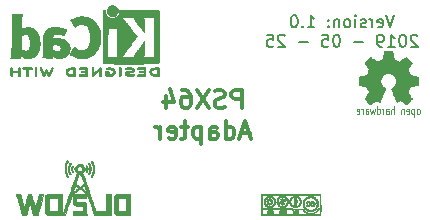
<source format=gbo>
G04 #@! TF.GenerationSoftware,KiCad,Pcbnew,(5.1.2-1)-1*
G04 #@! TF.CreationDate,2019-05-25T15:40:47+02:00*
G04 #@! TF.ProjectId,PSX64 Interface,50535836-3420-4496-9e74-657266616365,1.0*
G04 #@! TF.SameCoordinates,Original*
G04 #@! TF.FileFunction,Legend,Bot*
G04 #@! TF.FilePolarity,Positive*
%FSLAX46Y46*%
G04 Gerber Fmt 4.6, Leading zero omitted, Abs format (unit mm)*
G04 Created by KiCad (PCBNEW (5.1.2-1)-1) date 2019-05-25 15:40:47*
%MOMM*%
%LPD*%
G04 APERTURE LIST*
%ADD10C,0.375000*%
%ADD11C,0.150000*%
%ADD12C,0.010000*%
%ADD13C,0.002540*%
%ADD14C,0.075000*%
G04 APERTURE END LIST*
D10*
X128500000Y-132366071D02*
X128500000Y-130866071D01*
X127928571Y-130866071D01*
X127785714Y-130937500D01*
X127714285Y-131008928D01*
X127642857Y-131151785D01*
X127642857Y-131366071D01*
X127714285Y-131508928D01*
X127785714Y-131580357D01*
X127928571Y-131651785D01*
X128500000Y-131651785D01*
X127071428Y-132294642D02*
X126857142Y-132366071D01*
X126500000Y-132366071D01*
X126357142Y-132294642D01*
X126285714Y-132223214D01*
X126214285Y-132080357D01*
X126214285Y-131937500D01*
X126285714Y-131794642D01*
X126357142Y-131723214D01*
X126500000Y-131651785D01*
X126785714Y-131580357D01*
X126928571Y-131508928D01*
X127000000Y-131437500D01*
X127071428Y-131294642D01*
X127071428Y-131151785D01*
X127000000Y-131008928D01*
X126928571Y-130937500D01*
X126785714Y-130866071D01*
X126428571Y-130866071D01*
X126214285Y-130937500D01*
X125714285Y-130866071D02*
X124714285Y-132366071D01*
X124714285Y-130866071D02*
X125714285Y-132366071D01*
X123500000Y-130866071D02*
X123785714Y-130866071D01*
X123928571Y-130937500D01*
X124000000Y-131008928D01*
X124142857Y-131223214D01*
X124214285Y-131508928D01*
X124214285Y-132080357D01*
X124142857Y-132223214D01*
X124071428Y-132294642D01*
X123928571Y-132366071D01*
X123642857Y-132366071D01*
X123500000Y-132294642D01*
X123428571Y-132223214D01*
X123357142Y-132080357D01*
X123357142Y-131723214D01*
X123428571Y-131580357D01*
X123500000Y-131508928D01*
X123642857Y-131437500D01*
X123928571Y-131437500D01*
X124071428Y-131508928D01*
X124142857Y-131580357D01*
X124214285Y-131723214D01*
X122071428Y-131366071D02*
X122071428Y-132366071D01*
X122428571Y-130794642D02*
X122785714Y-131866071D01*
X121857142Y-131866071D01*
X129178571Y-134562500D02*
X128464285Y-134562500D01*
X129321428Y-134991071D02*
X128821428Y-133491071D01*
X128321428Y-134991071D01*
X127178571Y-134991071D02*
X127178571Y-133491071D01*
X127178571Y-134919642D02*
X127321428Y-134991071D01*
X127607142Y-134991071D01*
X127750000Y-134919642D01*
X127821428Y-134848214D01*
X127892857Y-134705357D01*
X127892857Y-134276785D01*
X127821428Y-134133928D01*
X127750000Y-134062500D01*
X127607142Y-133991071D01*
X127321428Y-133991071D01*
X127178571Y-134062500D01*
X125821428Y-134991071D02*
X125821428Y-134205357D01*
X125892857Y-134062500D01*
X126035714Y-133991071D01*
X126321428Y-133991071D01*
X126464285Y-134062500D01*
X125821428Y-134919642D02*
X125964285Y-134991071D01*
X126321428Y-134991071D01*
X126464285Y-134919642D01*
X126535714Y-134776785D01*
X126535714Y-134633928D01*
X126464285Y-134491071D01*
X126321428Y-134419642D01*
X125964285Y-134419642D01*
X125821428Y-134348214D01*
X125107142Y-133991071D02*
X125107142Y-135491071D01*
X125107142Y-134062500D02*
X124964285Y-133991071D01*
X124678571Y-133991071D01*
X124535714Y-134062500D01*
X124464285Y-134133928D01*
X124392857Y-134276785D01*
X124392857Y-134705357D01*
X124464285Y-134848214D01*
X124535714Y-134919642D01*
X124678571Y-134991071D01*
X124964285Y-134991071D01*
X125107142Y-134919642D01*
X123964285Y-133991071D02*
X123392857Y-133991071D01*
X123750000Y-133491071D02*
X123750000Y-134776785D01*
X123678571Y-134919642D01*
X123535714Y-134991071D01*
X123392857Y-134991071D01*
X122321428Y-134919642D02*
X122464285Y-134991071D01*
X122750000Y-134991071D01*
X122892857Y-134919642D01*
X122964285Y-134776785D01*
X122964285Y-134205357D01*
X122892857Y-134062500D01*
X122750000Y-133991071D01*
X122464285Y-133991071D01*
X122321428Y-134062500D01*
X122250000Y-134205357D01*
X122250000Y-134348214D01*
X122964285Y-134491071D01*
X121607142Y-134991071D02*
X121607142Y-133991071D01*
X121607142Y-134276785D02*
X121535714Y-134133928D01*
X121464285Y-134062500D01*
X121321428Y-133991071D01*
X121178571Y-133991071D01*
D11*
X141436171Y-124560580D02*
X141102838Y-125560580D01*
X140769504Y-124560580D01*
X140055219Y-125512961D02*
X140150457Y-125560580D01*
X140340933Y-125560580D01*
X140436171Y-125512961D01*
X140483790Y-125417723D01*
X140483790Y-125036771D01*
X140436171Y-124941533D01*
X140340933Y-124893914D01*
X140150457Y-124893914D01*
X140055219Y-124941533D01*
X140007600Y-125036771D01*
X140007600Y-125132009D01*
X140483790Y-125227247D01*
X139579028Y-125560580D02*
X139579028Y-124893914D01*
X139579028Y-125084390D02*
X139531409Y-124989152D01*
X139483790Y-124941533D01*
X139388552Y-124893914D01*
X139293314Y-124893914D01*
X139007600Y-125512961D02*
X138912361Y-125560580D01*
X138721885Y-125560580D01*
X138626647Y-125512961D01*
X138579028Y-125417723D01*
X138579028Y-125370104D01*
X138626647Y-125274866D01*
X138721885Y-125227247D01*
X138864742Y-125227247D01*
X138959980Y-125179628D01*
X139007600Y-125084390D01*
X139007600Y-125036771D01*
X138959980Y-124941533D01*
X138864742Y-124893914D01*
X138721885Y-124893914D01*
X138626647Y-124941533D01*
X138150457Y-125560580D02*
X138150457Y-124893914D01*
X138150457Y-124560580D02*
X138198076Y-124608200D01*
X138150457Y-124655819D01*
X138102838Y-124608200D01*
X138150457Y-124560580D01*
X138150457Y-124655819D01*
X137531409Y-125560580D02*
X137626647Y-125512961D01*
X137674266Y-125465342D01*
X137721885Y-125370104D01*
X137721885Y-125084390D01*
X137674266Y-124989152D01*
X137626647Y-124941533D01*
X137531409Y-124893914D01*
X137388552Y-124893914D01*
X137293314Y-124941533D01*
X137245695Y-124989152D01*
X137198076Y-125084390D01*
X137198076Y-125370104D01*
X137245695Y-125465342D01*
X137293314Y-125512961D01*
X137388552Y-125560580D01*
X137531409Y-125560580D01*
X136769504Y-124893914D02*
X136769504Y-125560580D01*
X136769504Y-124989152D02*
X136721885Y-124941533D01*
X136626647Y-124893914D01*
X136483790Y-124893914D01*
X136388552Y-124941533D01*
X136340933Y-125036771D01*
X136340933Y-125560580D01*
X135864742Y-125465342D02*
X135817123Y-125512961D01*
X135864742Y-125560580D01*
X135912361Y-125512961D01*
X135864742Y-125465342D01*
X135864742Y-125560580D01*
X135864742Y-124941533D02*
X135817123Y-124989152D01*
X135864742Y-125036771D01*
X135912361Y-124989152D01*
X135864742Y-124941533D01*
X135864742Y-125036771D01*
X134102838Y-125560580D02*
X134674266Y-125560580D01*
X134388552Y-125560580D02*
X134388552Y-124560580D01*
X134483790Y-124703438D01*
X134579028Y-124798676D01*
X134674266Y-124846295D01*
X133674266Y-125465342D02*
X133626647Y-125512961D01*
X133674266Y-125560580D01*
X133721885Y-125512961D01*
X133674266Y-125465342D01*
X133674266Y-125560580D01*
X133007600Y-124560580D02*
X132912361Y-124560580D01*
X132817123Y-124608200D01*
X132769504Y-124655819D01*
X132721885Y-124751057D01*
X132674266Y-124941533D01*
X132674266Y-125179628D01*
X132721885Y-125370104D01*
X132769504Y-125465342D01*
X132817123Y-125512961D01*
X132912361Y-125560580D01*
X133007600Y-125560580D01*
X133102838Y-125512961D01*
X133150457Y-125465342D01*
X133198076Y-125370104D01*
X133245695Y-125179628D01*
X133245695Y-124941533D01*
X133198076Y-124751057D01*
X133150457Y-124655819D01*
X133102838Y-124608200D01*
X133007600Y-124560580D01*
X143388552Y-126305819D02*
X143340933Y-126258200D01*
X143245695Y-126210580D01*
X143007600Y-126210580D01*
X142912361Y-126258200D01*
X142864742Y-126305819D01*
X142817123Y-126401057D01*
X142817123Y-126496295D01*
X142864742Y-126639152D01*
X143436171Y-127210580D01*
X142817123Y-127210580D01*
X142198076Y-126210580D02*
X142102838Y-126210580D01*
X142007600Y-126258200D01*
X141959980Y-126305819D01*
X141912361Y-126401057D01*
X141864742Y-126591533D01*
X141864742Y-126829628D01*
X141912361Y-127020104D01*
X141959980Y-127115342D01*
X142007600Y-127162961D01*
X142102838Y-127210580D01*
X142198076Y-127210580D01*
X142293314Y-127162961D01*
X142340933Y-127115342D01*
X142388552Y-127020104D01*
X142436171Y-126829628D01*
X142436171Y-126591533D01*
X142388552Y-126401057D01*
X142340933Y-126305819D01*
X142293314Y-126258200D01*
X142198076Y-126210580D01*
X140912361Y-127210580D02*
X141483790Y-127210580D01*
X141198076Y-127210580D02*
X141198076Y-126210580D01*
X141293314Y-126353438D01*
X141388552Y-126448676D01*
X141483790Y-126496295D01*
X140436171Y-127210580D02*
X140245695Y-127210580D01*
X140150457Y-127162961D01*
X140102838Y-127115342D01*
X140007600Y-126972485D01*
X139959980Y-126782009D01*
X139959980Y-126401057D01*
X140007600Y-126305819D01*
X140055219Y-126258200D01*
X140150457Y-126210580D01*
X140340933Y-126210580D01*
X140436171Y-126258200D01*
X140483790Y-126305819D01*
X140531409Y-126401057D01*
X140531409Y-126639152D01*
X140483790Y-126734390D01*
X140436171Y-126782009D01*
X140340933Y-126829628D01*
X140150457Y-126829628D01*
X140055219Y-126782009D01*
X140007600Y-126734390D01*
X139959980Y-126639152D01*
X138769504Y-126829628D02*
X138007600Y-126829628D01*
X136579028Y-126210580D02*
X136483790Y-126210580D01*
X136388552Y-126258200D01*
X136340933Y-126305819D01*
X136293314Y-126401057D01*
X136245695Y-126591533D01*
X136245695Y-126829628D01*
X136293314Y-127020104D01*
X136340933Y-127115342D01*
X136388552Y-127162961D01*
X136483790Y-127210580D01*
X136579028Y-127210580D01*
X136674266Y-127162961D01*
X136721885Y-127115342D01*
X136769504Y-127020104D01*
X136817123Y-126829628D01*
X136817123Y-126591533D01*
X136769504Y-126401057D01*
X136721885Y-126305819D01*
X136674266Y-126258200D01*
X136579028Y-126210580D01*
X135340933Y-126210580D02*
X135817123Y-126210580D01*
X135864742Y-126686771D01*
X135817123Y-126639152D01*
X135721885Y-126591533D01*
X135483790Y-126591533D01*
X135388552Y-126639152D01*
X135340933Y-126686771D01*
X135293314Y-126782009D01*
X135293314Y-127020104D01*
X135340933Y-127115342D01*
X135388552Y-127162961D01*
X135483790Y-127210580D01*
X135721885Y-127210580D01*
X135817123Y-127162961D01*
X135864742Y-127115342D01*
X134102838Y-126829628D02*
X133340933Y-126829628D01*
X132150457Y-126305819D02*
X132102838Y-126258200D01*
X132007600Y-126210580D01*
X131769504Y-126210580D01*
X131674266Y-126258200D01*
X131626647Y-126305819D01*
X131579028Y-126401057D01*
X131579028Y-126496295D01*
X131626647Y-126639152D01*
X132198076Y-127210580D01*
X131579028Y-127210580D01*
X130674266Y-126210580D02*
X131150457Y-126210580D01*
X131198076Y-126686771D01*
X131150457Y-126639152D01*
X131055219Y-126591533D01*
X130817123Y-126591533D01*
X130721885Y-126639152D01*
X130674266Y-126686771D01*
X130626647Y-126782009D01*
X130626647Y-127020104D01*
X130674266Y-127115342D01*
X130721885Y-127162961D01*
X130817123Y-127210580D01*
X131055219Y-127210580D01*
X131150457Y-127162961D01*
X131198076Y-127115342D01*
D12*
G36*
X108985577Y-128969733D02*
G01*
X108954198Y-128991976D01*
X108926489Y-129019685D01*
X108926489Y-129329120D01*
X108926562Y-129420999D01*
X108926905Y-129493040D01*
X108927708Y-129547980D01*
X108929159Y-129588560D01*
X108931448Y-129617517D01*
X108934764Y-129637591D01*
X108939295Y-129651521D01*
X108945231Y-129662045D01*
X108949886Y-129668300D01*
X108980617Y-129692873D01*
X109015904Y-129695541D01*
X109048155Y-129680471D01*
X109058812Y-129671574D01*
X109065936Y-129659757D01*
X109070233Y-129640726D01*
X109072409Y-129610192D01*
X109073172Y-129563862D01*
X109073245Y-129528071D01*
X109073245Y-129393245D01*
X109569956Y-129393245D01*
X109569956Y-129515900D01*
X109570469Y-129571987D01*
X109572524Y-129610533D01*
X109576892Y-129636561D01*
X109584344Y-129655097D01*
X109593353Y-129668300D01*
X109624256Y-129692804D01*
X109659204Y-129695706D01*
X109692662Y-129678289D01*
X109701796Y-129669159D01*
X109708248Y-129657055D01*
X109712503Y-129638201D01*
X109715048Y-129608820D01*
X109716371Y-129565137D01*
X109716957Y-129503375D01*
X109717025Y-129489200D01*
X109717509Y-129372831D01*
X109717759Y-129276927D01*
X109717677Y-129199377D01*
X109717169Y-129138069D01*
X109716138Y-129090890D01*
X109714487Y-129055730D01*
X109712121Y-129030476D01*
X109708943Y-129013017D01*
X109704856Y-129001241D01*
X109699766Y-128993035D01*
X109694134Y-128986845D01*
X109662272Y-128967044D01*
X109629043Y-128969733D01*
X109597665Y-128991976D01*
X109584967Y-129006326D01*
X109576874Y-129022178D01*
X109572358Y-129044754D01*
X109570394Y-129079278D01*
X109569956Y-129130976D01*
X109569956Y-129246489D01*
X109073245Y-129246489D01*
X109073245Y-129127956D01*
X109072738Y-129073348D01*
X109070702Y-129036475D01*
X109066365Y-129012507D01*
X109058953Y-128996615D01*
X109050667Y-128986845D01*
X109018806Y-128967044D01*
X108985577Y-128969733D01*
X108985577Y-128969733D01*
G37*
X108985577Y-128969733D02*
X108954198Y-128991976D01*
X108926489Y-129019685D01*
X108926489Y-129329120D01*
X108926562Y-129420999D01*
X108926905Y-129493040D01*
X108927708Y-129547980D01*
X108929159Y-129588560D01*
X108931448Y-129617517D01*
X108934764Y-129637591D01*
X108939295Y-129651521D01*
X108945231Y-129662045D01*
X108949886Y-129668300D01*
X108980617Y-129692873D01*
X109015904Y-129695541D01*
X109048155Y-129680471D01*
X109058812Y-129671574D01*
X109065936Y-129659757D01*
X109070233Y-129640726D01*
X109072409Y-129610192D01*
X109073172Y-129563862D01*
X109073245Y-129528071D01*
X109073245Y-129393245D01*
X109569956Y-129393245D01*
X109569956Y-129515900D01*
X109570469Y-129571987D01*
X109572524Y-129610533D01*
X109576892Y-129636561D01*
X109584344Y-129655097D01*
X109593353Y-129668300D01*
X109624256Y-129692804D01*
X109659204Y-129695706D01*
X109692662Y-129678289D01*
X109701796Y-129669159D01*
X109708248Y-129657055D01*
X109712503Y-129638201D01*
X109715048Y-129608820D01*
X109716371Y-129565137D01*
X109716957Y-129503375D01*
X109717025Y-129489200D01*
X109717509Y-129372831D01*
X109717759Y-129276927D01*
X109717677Y-129199377D01*
X109717169Y-129138069D01*
X109716138Y-129090890D01*
X109714487Y-129055730D01*
X109712121Y-129030476D01*
X109708943Y-129013017D01*
X109704856Y-129001241D01*
X109699766Y-128993035D01*
X109694134Y-128986845D01*
X109662272Y-128967044D01*
X109629043Y-128969733D01*
X109597665Y-128991976D01*
X109584967Y-129006326D01*
X109576874Y-129022178D01*
X109572358Y-129044754D01*
X109570394Y-129079278D01*
X109569956Y-129130976D01*
X109569956Y-129246489D01*
X109073245Y-129246489D01*
X109073245Y-129127956D01*
X109072738Y-129073348D01*
X109070702Y-129036475D01*
X109066365Y-129012507D01*
X109058953Y-128996615D01*
X109050667Y-128986845D01*
X109018806Y-128967044D01*
X108985577Y-128969733D01*
G36*
X110251335Y-128964363D02*
G01*
X110172628Y-128964742D01*
X110111537Y-128965533D01*
X110065583Y-128966870D01*
X110032286Y-128968883D01*
X110009164Y-128971706D01*
X109993738Y-128975469D01*
X109983529Y-128980305D01*
X109978587Y-128984022D01*
X109952943Y-129016558D01*
X109949841Y-129050338D01*
X109965689Y-129081026D01*
X109976052Y-129093289D01*
X109987204Y-129101650D01*
X110003365Y-129106857D01*
X110028758Y-129109657D01*
X110067602Y-129110796D01*
X110124120Y-129111021D01*
X110135220Y-129111022D01*
X110281156Y-129111022D01*
X110281156Y-129381956D01*
X110281252Y-129467354D01*
X110281689Y-129533064D01*
X110282688Y-129581974D01*
X110284472Y-129616973D01*
X110287263Y-129640949D01*
X110291283Y-129656793D01*
X110296755Y-129667391D01*
X110303734Y-129675467D01*
X110336666Y-129695312D01*
X110371046Y-129693748D01*
X110402224Y-129671106D01*
X110404514Y-129668300D01*
X110411971Y-129657692D01*
X110417653Y-129645281D01*
X110421799Y-129628050D01*
X110424650Y-129602984D01*
X110426446Y-129567067D01*
X110427428Y-129517283D01*
X110427836Y-129450617D01*
X110427911Y-129374789D01*
X110427911Y-129111022D01*
X110567273Y-129111022D01*
X110627078Y-129110618D01*
X110668482Y-129109040D01*
X110695652Y-129105747D01*
X110712754Y-129100192D01*
X110723957Y-129091831D01*
X110725317Y-129090378D01*
X110741675Y-129057139D01*
X110740228Y-129019562D01*
X110721422Y-128986845D01*
X110714150Y-128980498D01*
X110704773Y-128975466D01*
X110690791Y-128971596D01*
X110669704Y-128968737D01*
X110639011Y-128966735D01*
X110596211Y-128965439D01*
X110538805Y-128964698D01*
X110464290Y-128964358D01*
X110370167Y-128964268D01*
X110350140Y-128964267D01*
X110251335Y-128964363D01*
X110251335Y-128964363D01*
G37*
X110251335Y-128964363D02*
X110172628Y-128964742D01*
X110111537Y-128965533D01*
X110065583Y-128966870D01*
X110032286Y-128968883D01*
X110009164Y-128971706D01*
X109993738Y-128975469D01*
X109983529Y-128980305D01*
X109978587Y-128984022D01*
X109952943Y-129016558D01*
X109949841Y-129050338D01*
X109965689Y-129081026D01*
X109976052Y-129093289D01*
X109987204Y-129101650D01*
X110003365Y-129106857D01*
X110028758Y-129109657D01*
X110067602Y-129110796D01*
X110124120Y-129111021D01*
X110135220Y-129111022D01*
X110281156Y-129111022D01*
X110281156Y-129381956D01*
X110281252Y-129467354D01*
X110281689Y-129533064D01*
X110282688Y-129581974D01*
X110284472Y-129616973D01*
X110287263Y-129640949D01*
X110291283Y-129656793D01*
X110296755Y-129667391D01*
X110303734Y-129675467D01*
X110336666Y-129695312D01*
X110371046Y-129693748D01*
X110402224Y-129671106D01*
X110404514Y-129668300D01*
X110411971Y-129657692D01*
X110417653Y-129645281D01*
X110421799Y-129628050D01*
X110424650Y-129602984D01*
X110426446Y-129567067D01*
X110427428Y-129517283D01*
X110427836Y-129450617D01*
X110427911Y-129374789D01*
X110427911Y-129111022D01*
X110567273Y-129111022D01*
X110627078Y-129110618D01*
X110668482Y-129109040D01*
X110695652Y-129105747D01*
X110712754Y-129100192D01*
X110723957Y-129091831D01*
X110725317Y-129090378D01*
X110741675Y-129057139D01*
X110740228Y-129019562D01*
X110721422Y-128986845D01*
X110714150Y-128980498D01*
X110704773Y-128975466D01*
X110690791Y-128971596D01*
X110669704Y-128968737D01*
X110639011Y-128966735D01*
X110596211Y-128965439D01*
X110538805Y-128964698D01*
X110464290Y-128964358D01*
X110370167Y-128964268D01*
X110350140Y-128964267D01*
X110251335Y-128964363D01*
G36*
X111025786Y-128971077D02*
G01*
X111002073Y-128985847D01*
X110975422Y-129007427D01*
X110975422Y-129328973D01*
X110975507Y-129423030D01*
X110975871Y-129497132D01*
X110976676Y-129553904D01*
X110978087Y-129595968D01*
X110980267Y-129625948D01*
X110983379Y-129646467D01*
X110987586Y-129660149D01*
X110993052Y-129669616D01*
X110996928Y-129674282D01*
X111028366Y-129694775D01*
X111064167Y-129693939D01*
X111095527Y-129676464D01*
X111122178Y-129654884D01*
X111122178Y-129007427D01*
X111095527Y-128985847D01*
X111069806Y-128970149D01*
X111048800Y-128964267D01*
X111025786Y-128971077D01*
X111025786Y-128971077D01*
G37*
X111025786Y-128971077D02*
X111002073Y-128985847D01*
X110975422Y-129007427D01*
X110975422Y-129328973D01*
X110975507Y-129423030D01*
X110975871Y-129497132D01*
X110976676Y-129553904D01*
X110978087Y-129595968D01*
X110980267Y-129625948D01*
X110983379Y-129646467D01*
X110987586Y-129660149D01*
X110993052Y-129669616D01*
X110996928Y-129674282D01*
X111028366Y-129694775D01*
X111064167Y-129693939D01*
X111095527Y-129676464D01*
X111122178Y-129654884D01*
X111122178Y-129007427D01*
X111095527Y-128985847D01*
X111069806Y-128970149D01*
X111048800Y-128964267D01*
X111025786Y-128971077D01*
G36*
X111469735Y-128966234D02*
G01*
X111450145Y-128973235D01*
X111449390Y-128973577D01*
X111422787Y-128993878D01*
X111408130Y-129014761D01*
X111405262Y-129024552D01*
X111405404Y-129037561D01*
X111409439Y-129056095D01*
X111418254Y-129082457D01*
X111432731Y-129118952D01*
X111453755Y-129167887D01*
X111482212Y-129231565D01*
X111518985Y-129312293D01*
X111539225Y-129356416D01*
X111575775Y-129435185D01*
X111610085Y-129507623D01*
X111640848Y-129571080D01*
X111666752Y-129622908D01*
X111686490Y-129660459D01*
X111698750Y-129681084D01*
X111701176Y-129683933D01*
X111732217Y-129696502D01*
X111767279Y-129694819D01*
X111795400Y-129679532D01*
X111796546Y-129678289D01*
X111807732Y-129661354D01*
X111826496Y-129628370D01*
X111850525Y-129583580D01*
X111877503Y-129531232D01*
X111887199Y-129511942D01*
X111960386Y-129365350D01*
X112040160Y-129524593D01*
X112068633Y-129579615D01*
X112095050Y-129627332D01*
X112117252Y-129664093D01*
X112133081Y-129686244D01*
X112138446Y-129690941D01*
X112180143Y-129697302D01*
X112214551Y-129683933D01*
X112224672Y-129669646D01*
X112242186Y-129637892D01*
X112265665Y-129591797D01*
X112293680Y-129534485D01*
X112324801Y-129469080D01*
X112357601Y-129398707D01*
X112390650Y-129326491D01*
X112422519Y-129255555D01*
X112451781Y-129189025D01*
X112477005Y-129130026D01*
X112496764Y-129081681D01*
X112509628Y-129047115D01*
X112514169Y-129029453D01*
X112514123Y-129028813D01*
X112503074Y-129006588D01*
X112480990Y-128983953D01*
X112479690Y-128982968D01*
X112452547Y-128967625D01*
X112427442Y-128967774D01*
X112418032Y-128970666D01*
X112406566Y-128976918D01*
X112394390Y-128989214D01*
X112380043Y-129010108D01*
X112362064Y-129042149D01*
X112338993Y-129087888D01*
X112309370Y-129149877D01*
X112282655Y-129207098D01*
X112251920Y-129273426D01*
X112224379Y-129333074D01*
X112201462Y-129382925D01*
X112184602Y-129419864D01*
X112175227Y-129440773D01*
X112173860Y-129444045D01*
X112167711Y-129438697D01*
X112153578Y-129416309D01*
X112133343Y-129380146D01*
X112108885Y-129333477D01*
X112099152Y-129314222D01*
X112066183Y-129249204D01*
X112040757Y-129201854D01*
X112020788Y-129169419D01*
X112004190Y-129149146D01*
X111988876Y-129138282D01*
X111972760Y-129134075D01*
X111962257Y-129133600D01*
X111943730Y-129135242D01*
X111927496Y-129142031D01*
X111911365Y-129156766D01*
X111893149Y-129182244D01*
X111870661Y-129221261D01*
X111841711Y-129276614D01*
X111825738Y-129308103D01*
X111799830Y-129358287D01*
X111777233Y-129399904D01*
X111759942Y-129429442D01*
X111749950Y-129443389D01*
X111748591Y-129443970D01*
X111742139Y-129432993D01*
X111727692Y-129404490D01*
X111706697Y-129361444D01*
X111680603Y-129306838D01*
X111650854Y-129243654D01*
X111636220Y-129212271D01*
X111598150Y-129131278D01*
X111567495Y-129068956D01*
X111542663Y-129023271D01*
X111522063Y-128992189D01*
X111504102Y-128973678D01*
X111487190Y-128965704D01*
X111469735Y-128966234D01*
X111469735Y-128966234D01*
G37*
X111469735Y-128966234D02*
X111450145Y-128973235D01*
X111449390Y-128973577D01*
X111422787Y-128993878D01*
X111408130Y-129014761D01*
X111405262Y-129024552D01*
X111405404Y-129037561D01*
X111409439Y-129056095D01*
X111418254Y-129082457D01*
X111432731Y-129118952D01*
X111453755Y-129167887D01*
X111482212Y-129231565D01*
X111518985Y-129312293D01*
X111539225Y-129356416D01*
X111575775Y-129435185D01*
X111610085Y-129507623D01*
X111640848Y-129571080D01*
X111666752Y-129622908D01*
X111686490Y-129660459D01*
X111698750Y-129681084D01*
X111701176Y-129683933D01*
X111732217Y-129696502D01*
X111767279Y-129694819D01*
X111795400Y-129679532D01*
X111796546Y-129678289D01*
X111807732Y-129661354D01*
X111826496Y-129628370D01*
X111850525Y-129583580D01*
X111877503Y-129531232D01*
X111887199Y-129511942D01*
X111960386Y-129365350D01*
X112040160Y-129524593D01*
X112068633Y-129579615D01*
X112095050Y-129627332D01*
X112117252Y-129664093D01*
X112133081Y-129686244D01*
X112138446Y-129690941D01*
X112180143Y-129697302D01*
X112214551Y-129683933D01*
X112224672Y-129669646D01*
X112242186Y-129637892D01*
X112265665Y-129591797D01*
X112293680Y-129534485D01*
X112324801Y-129469080D01*
X112357601Y-129398707D01*
X112390650Y-129326491D01*
X112422519Y-129255555D01*
X112451781Y-129189025D01*
X112477005Y-129130026D01*
X112496764Y-129081681D01*
X112509628Y-129047115D01*
X112514169Y-129029453D01*
X112514123Y-129028813D01*
X112503074Y-129006588D01*
X112480990Y-128983953D01*
X112479690Y-128982968D01*
X112452547Y-128967625D01*
X112427442Y-128967774D01*
X112418032Y-128970666D01*
X112406566Y-128976918D01*
X112394390Y-128989214D01*
X112380043Y-129010108D01*
X112362064Y-129042149D01*
X112338993Y-129087888D01*
X112309370Y-129149877D01*
X112282655Y-129207098D01*
X112251920Y-129273426D01*
X112224379Y-129333074D01*
X112201462Y-129382925D01*
X112184602Y-129419864D01*
X112175227Y-129440773D01*
X112173860Y-129444045D01*
X112167711Y-129438697D01*
X112153578Y-129416309D01*
X112133343Y-129380146D01*
X112108885Y-129333477D01*
X112099152Y-129314222D01*
X112066183Y-129249204D01*
X112040757Y-129201854D01*
X112020788Y-129169419D01*
X112004190Y-129149146D01*
X111988876Y-129138282D01*
X111972760Y-129134075D01*
X111962257Y-129133600D01*
X111943730Y-129135242D01*
X111927496Y-129142031D01*
X111911365Y-129156766D01*
X111893149Y-129182244D01*
X111870661Y-129221261D01*
X111841711Y-129276614D01*
X111825738Y-129308103D01*
X111799830Y-129358287D01*
X111777233Y-129399904D01*
X111759942Y-129429442D01*
X111749950Y-129443389D01*
X111748591Y-129443970D01*
X111742139Y-129432993D01*
X111727692Y-129404490D01*
X111706697Y-129361444D01*
X111680603Y-129306838D01*
X111650854Y-129243654D01*
X111636220Y-129212271D01*
X111598150Y-129131278D01*
X111567495Y-129068956D01*
X111542663Y-129023271D01*
X111522063Y-128992189D01*
X111504102Y-128973678D01*
X111487190Y-128965704D01*
X111469735Y-128966234D01*
G36*
X114196091Y-128964475D02*
G01*
X114067112Y-128968836D01*
X113957409Y-128982061D01*
X113865174Y-129004941D01*
X113788598Y-129038270D01*
X113725873Y-129082838D01*
X113675188Y-129139436D01*
X113634737Y-129208858D01*
X113633941Y-129210551D01*
X113609799Y-129272683D01*
X113601197Y-129327709D01*
X113608169Y-129383087D01*
X113630746Y-129446273D01*
X113635028Y-129455889D01*
X113664228Y-129512166D01*
X113697044Y-129555651D01*
X113739398Y-129592617D01*
X113797210Y-129629335D01*
X113800569Y-129631252D01*
X113850896Y-129655427D01*
X113907779Y-129673482D01*
X113974873Y-129686039D01*
X114055835Y-129693722D01*
X114154318Y-129697153D01*
X114189114Y-129697451D01*
X114354806Y-129698045D01*
X114378203Y-129668300D01*
X114385143Y-129658519D01*
X114390558Y-129647097D01*
X114394635Y-129631295D01*
X114397563Y-129608375D01*
X114399533Y-129575596D01*
X114400175Y-129551289D01*
X114243556Y-129551289D01*
X114149674Y-129551289D01*
X114094736Y-129549683D01*
X114038340Y-129545455D01*
X113992055Y-129539492D01*
X113989261Y-129538990D01*
X113907052Y-129516936D01*
X113843286Y-129483800D01*
X113795948Y-129438047D01*
X113763018Y-129378139D01*
X113757292Y-129362261D01*
X113751679Y-129337533D01*
X113754109Y-129313102D01*
X113765933Y-129280600D01*
X113773060Y-129264634D01*
X113796400Y-129222206D01*
X113824520Y-129192440D01*
X113855460Y-129171711D01*
X113917434Y-129144737D01*
X113996749Y-129125198D01*
X114089147Y-129113946D01*
X114156067Y-129111470D01*
X114243556Y-129111022D01*
X114243556Y-129551289D01*
X114400175Y-129551289D01*
X114400732Y-129530221D01*
X114401350Y-129469511D01*
X114401575Y-129390726D01*
X114401600Y-129329120D01*
X114401600Y-129019685D01*
X114373891Y-128991976D01*
X114361594Y-128980744D01*
X114348297Y-128973053D01*
X114329728Y-128968240D01*
X114301614Y-128965646D01*
X114259683Y-128964610D01*
X114199663Y-128964470D01*
X114196091Y-128964475D01*
X114196091Y-128964475D01*
G37*
X114196091Y-128964475D02*
X114067112Y-128968836D01*
X113957409Y-128982061D01*
X113865174Y-129004941D01*
X113788598Y-129038270D01*
X113725873Y-129082838D01*
X113675188Y-129139436D01*
X113634737Y-129208858D01*
X113633941Y-129210551D01*
X113609799Y-129272683D01*
X113601197Y-129327709D01*
X113608169Y-129383087D01*
X113630746Y-129446273D01*
X113635028Y-129455889D01*
X113664228Y-129512166D01*
X113697044Y-129555651D01*
X113739398Y-129592617D01*
X113797210Y-129629335D01*
X113800569Y-129631252D01*
X113850896Y-129655427D01*
X113907779Y-129673482D01*
X113974873Y-129686039D01*
X114055835Y-129693722D01*
X114154318Y-129697153D01*
X114189114Y-129697451D01*
X114354806Y-129698045D01*
X114378203Y-129668300D01*
X114385143Y-129658519D01*
X114390558Y-129647097D01*
X114394635Y-129631295D01*
X114397563Y-129608375D01*
X114399533Y-129575596D01*
X114400175Y-129551289D01*
X114243556Y-129551289D01*
X114149674Y-129551289D01*
X114094736Y-129549683D01*
X114038340Y-129545455D01*
X113992055Y-129539492D01*
X113989261Y-129538990D01*
X113907052Y-129516936D01*
X113843286Y-129483800D01*
X113795948Y-129438047D01*
X113763018Y-129378139D01*
X113757292Y-129362261D01*
X113751679Y-129337533D01*
X113754109Y-129313102D01*
X113765933Y-129280600D01*
X113773060Y-129264634D01*
X113796400Y-129222206D01*
X113824520Y-129192440D01*
X113855460Y-129171711D01*
X113917434Y-129144737D01*
X113996749Y-129125198D01*
X114089147Y-129113946D01*
X114156067Y-129111470D01*
X114243556Y-129111022D01*
X114243556Y-129551289D01*
X114400175Y-129551289D01*
X114400732Y-129530221D01*
X114401350Y-129469511D01*
X114401575Y-129390726D01*
X114401600Y-129329120D01*
X114401600Y-129019685D01*
X114373891Y-128991976D01*
X114361594Y-128980744D01*
X114348297Y-128973053D01*
X114329728Y-128968240D01*
X114301614Y-128965646D01*
X114259683Y-128964610D01*
X114199663Y-128964470D01*
X114196091Y-128964475D01*
G36*
X114984057Y-128964460D02*
G01*
X114907699Y-128965374D01*
X114849183Y-128967511D01*
X114806145Y-128971375D01*
X114776217Y-128977467D01*
X114757032Y-128986290D01*
X114746224Y-128998346D01*
X114741427Y-129014139D01*
X114740273Y-129034170D01*
X114740267Y-129036535D01*
X114741269Y-129059192D01*
X114746004Y-129076703D01*
X114757067Y-129089774D01*
X114777052Y-129099113D01*
X114808554Y-129105427D01*
X114854168Y-129109422D01*
X114916487Y-129111806D01*
X114998107Y-129113286D01*
X115023123Y-129113614D01*
X115265200Y-129116667D01*
X115268586Y-129181578D01*
X115271971Y-129246489D01*
X115103824Y-129246489D01*
X115038134Y-129246731D01*
X114991228Y-129247756D01*
X114959317Y-129250011D01*
X114938609Y-129253942D01*
X114925316Y-129259998D01*
X114915645Y-129268624D01*
X114915583Y-129268693D01*
X114898044Y-129302312D01*
X114898678Y-129338648D01*
X114917086Y-129369623D01*
X114920729Y-129372807D01*
X114933659Y-129381012D01*
X114951376Y-129386721D01*
X114977830Y-129390362D01*
X115016968Y-129392367D01*
X115072738Y-129393164D01*
X115108406Y-129393245D01*
X115270845Y-129393245D01*
X115270845Y-129551289D01*
X115024239Y-129551289D01*
X114942820Y-129551431D01*
X114880990Y-129552014D01*
X114835763Y-129553268D01*
X114804152Y-129555427D01*
X114783169Y-129558723D01*
X114769827Y-129563389D01*
X114761139Y-129569657D01*
X114758950Y-129571933D01*
X114742786Y-129603480D01*
X114741603Y-129639368D01*
X114754864Y-129670485D01*
X114765357Y-129680471D01*
X114776271Y-129685969D01*
X114793183Y-129690222D01*
X114818767Y-129693380D01*
X114855699Y-129695592D01*
X114906654Y-129697006D01*
X114974306Y-129697772D01*
X115061331Y-129698038D01*
X115081006Y-129698045D01*
X115169489Y-129697987D01*
X115238173Y-129697667D01*
X115289836Y-129696867D01*
X115327255Y-129695367D01*
X115353210Y-129692949D01*
X115370478Y-129689394D01*
X115381838Y-129684482D01*
X115390068Y-129677995D01*
X115394583Y-129673338D01*
X115401379Y-129665089D01*
X115406688Y-129654869D01*
X115410694Y-129640000D01*
X115413579Y-129617802D01*
X115415526Y-129585593D01*
X115416719Y-129540696D01*
X115417339Y-129480428D01*
X115417571Y-129402111D01*
X115417600Y-129336194D01*
X115417529Y-129243828D01*
X115417192Y-129171317D01*
X115416402Y-129115937D01*
X115414974Y-129074965D01*
X115412721Y-129045678D01*
X115409457Y-129025353D01*
X115404996Y-129011266D01*
X115399152Y-129000695D01*
X115394203Y-128994011D01*
X115370806Y-128964267D01*
X115080626Y-128964267D01*
X114984057Y-128964460D01*
X114984057Y-128964460D01*
G37*
X114984057Y-128964460D02*
X114907699Y-128965374D01*
X114849183Y-128967511D01*
X114806145Y-128971375D01*
X114776217Y-128977467D01*
X114757032Y-128986290D01*
X114746224Y-128998346D01*
X114741427Y-129014139D01*
X114740273Y-129034170D01*
X114740267Y-129036535D01*
X114741269Y-129059192D01*
X114746004Y-129076703D01*
X114757067Y-129089774D01*
X114777052Y-129099113D01*
X114808554Y-129105427D01*
X114854168Y-129109422D01*
X114916487Y-129111806D01*
X114998107Y-129113286D01*
X115023123Y-129113614D01*
X115265200Y-129116667D01*
X115268586Y-129181578D01*
X115271971Y-129246489D01*
X115103824Y-129246489D01*
X115038134Y-129246731D01*
X114991228Y-129247756D01*
X114959317Y-129250011D01*
X114938609Y-129253942D01*
X114925316Y-129259998D01*
X114915645Y-129268624D01*
X114915583Y-129268693D01*
X114898044Y-129302312D01*
X114898678Y-129338648D01*
X114917086Y-129369623D01*
X114920729Y-129372807D01*
X114933659Y-129381012D01*
X114951376Y-129386721D01*
X114977830Y-129390362D01*
X115016968Y-129392367D01*
X115072738Y-129393164D01*
X115108406Y-129393245D01*
X115270845Y-129393245D01*
X115270845Y-129551289D01*
X115024239Y-129551289D01*
X114942820Y-129551431D01*
X114880990Y-129552014D01*
X114835763Y-129553268D01*
X114804152Y-129555427D01*
X114783169Y-129558723D01*
X114769827Y-129563389D01*
X114761139Y-129569657D01*
X114758950Y-129571933D01*
X114742786Y-129603480D01*
X114741603Y-129639368D01*
X114754864Y-129670485D01*
X114765357Y-129680471D01*
X114776271Y-129685969D01*
X114793183Y-129690222D01*
X114818767Y-129693380D01*
X114855699Y-129695592D01*
X114906654Y-129697006D01*
X114974306Y-129697772D01*
X115061331Y-129698038D01*
X115081006Y-129698045D01*
X115169489Y-129697987D01*
X115238173Y-129697667D01*
X115289836Y-129696867D01*
X115327255Y-129695367D01*
X115353210Y-129692949D01*
X115370478Y-129689394D01*
X115381838Y-129684482D01*
X115390068Y-129677995D01*
X115394583Y-129673338D01*
X115401379Y-129665089D01*
X115406688Y-129654869D01*
X115410694Y-129640000D01*
X115413579Y-129617802D01*
X115415526Y-129585593D01*
X115416719Y-129540696D01*
X115417339Y-129480428D01*
X115417571Y-129402111D01*
X115417600Y-129336194D01*
X115417529Y-129243828D01*
X115417192Y-129171317D01*
X115416402Y-129115937D01*
X115414974Y-129074965D01*
X115412721Y-129045678D01*
X115409457Y-129025353D01*
X115404996Y-129011266D01*
X115399152Y-129000695D01*
X115394203Y-128994011D01*
X115370806Y-128964267D01*
X115080626Y-128964267D01*
X114984057Y-128964460D01*
G36*
X116514514Y-128968648D02*
G01*
X116490948Y-128982473D01*
X116460135Y-129005081D01*
X116420478Y-129037538D01*
X116370380Y-129080908D01*
X116308243Y-129136258D01*
X116232472Y-129204651D01*
X116145734Y-129283284D01*
X115965111Y-129447078D01*
X115959467Y-129227229D01*
X115957429Y-129151551D01*
X115955463Y-129095194D01*
X115953134Y-129054906D01*
X115950006Y-129027435D01*
X115945645Y-129009529D01*
X115939616Y-128997937D01*
X115931484Y-128989408D01*
X115927172Y-128985823D01*
X115892641Y-128966870D01*
X115859783Y-128969641D01*
X115833718Y-128985833D01*
X115807067Y-129007399D01*
X115803752Y-129322351D01*
X115802835Y-129414979D01*
X115802368Y-129487744D01*
X115802513Y-129543361D01*
X115803432Y-129584542D01*
X115805287Y-129614003D01*
X115808239Y-129634455D01*
X115812450Y-129648613D01*
X115818082Y-129659191D01*
X115824327Y-129667674D01*
X115837839Y-129683407D01*
X115851283Y-129693836D01*
X115866524Y-129697839D01*
X115885426Y-129694294D01*
X115909855Y-129682079D01*
X115941673Y-129660071D01*
X115982748Y-129627149D01*
X116034942Y-129582191D01*
X116100122Y-129524075D01*
X116173956Y-129457299D01*
X116439245Y-129216658D01*
X116444889Y-129435789D01*
X116446931Y-129511328D01*
X116448902Y-129567554D01*
X116451239Y-129607724D01*
X116454381Y-129635096D01*
X116458764Y-129652928D01*
X116464824Y-129664479D01*
X116473000Y-129673007D01*
X116477184Y-129676482D01*
X116514165Y-129695572D01*
X116549108Y-129692693D01*
X116579536Y-129668300D01*
X116586497Y-129658486D01*
X116591923Y-129647026D01*
X116596003Y-129631168D01*
X116598929Y-129608163D01*
X116600892Y-129575262D01*
X116602083Y-129529716D01*
X116602692Y-129468773D01*
X116602911Y-129389686D01*
X116602934Y-129331156D01*
X116602860Y-129239607D01*
X116602513Y-129167887D01*
X116601701Y-129113245D01*
X116600233Y-129072932D01*
X116597919Y-129044198D01*
X116594567Y-129024293D01*
X116589988Y-129010468D01*
X116583989Y-128999972D01*
X116579536Y-128994011D01*
X116568250Y-128979891D01*
X116557701Y-128969229D01*
X116546293Y-128963092D01*
X116532430Y-128962543D01*
X116514514Y-128968648D01*
X116514514Y-128968648D01*
G37*
X116514514Y-128968648D02*
X116490948Y-128982473D01*
X116460135Y-129005081D01*
X116420478Y-129037538D01*
X116370380Y-129080908D01*
X116308243Y-129136258D01*
X116232472Y-129204651D01*
X116145734Y-129283284D01*
X115965111Y-129447078D01*
X115959467Y-129227229D01*
X115957429Y-129151551D01*
X115955463Y-129095194D01*
X115953134Y-129054906D01*
X115950006Y-129027435D01*
X115945645Y-129009529D01*
X115939616Y-128997937D01*
X115931484Y-128989408D01*
X115927172Y-128985823D01*
X115892641Y-128966870D01*
X115859783Y-128969641D01*
X115833718Y-128985833D01*
X115807067Y-129007399D01*
X115803752Y-129322351D01*
X115802835Y-129414979D01*
X115802368Y-129487744D01*
X115802513Y-129543361D01*
X115803432Y-129584542D01*
X115805287Y-129614003D01*
X115808239Y-129634455D01*
X115812450Y-129648613D01*
X115818082Y-129659191D01*
X115824327Y-129667674D01*
X115837839Y-129683407D01*
X115851283Y-129693836D01*
X115866524Y-129697839D01*
X115885426Y-129694294D01*
X115909855Y-129682079D01*
X115941673Y-129660071D01*
X115982748Y-129627149D01*
X116034942Y-129582191D01*
X116100122Y-129524075D01*
X116173956Y-129457299D01*
X116439245Y-129216658D01*
X116444889Y-129435789D01*
X116446931Y-129511328D01*
X116448902Y-129567554D01*
X116451239Y-129607724D01*
X116454381Y-129635096D01*
X116458764Y-129652928D01*
X116464824Y-129664479D01*
X116473000Y-129673007D01*
X116477184Y-129676482D01*
X116514165Y-129695572D01*
X116549108Y-129692693D01*
X116579536Y-129668300D01*
X116586497Y-129658486D01*
X116591923Y-129647026D01*
X116596003Y-129631168D01*
X116598929Y-129608163D01*
X116600892Y-129575262D01*
X116602083Y-129529716D01*
X116602692Y-129468773D01*
X116602911Y-129389686D01*
X116602934Y-129331156D01*
X116602860Y-129239607D01*
X116602513Y-129167887D01*
X116601701Y-129113245D01*
X116600233Y-129072932D01*
X116597919Y-129044198D01*
X116594567Y-129024293D01*
X116589988Y-129010468D01*
X116583989Y-128999972D01*
X116579536Y-128994011D01*
X116568250Y-128979891D01*
X116557701Y-128969229D01*
X116546293Y-128963092D01*
X116532430Y-128962543D01*
X116514514Y-128968648D01*
G36*
X117164481Y-128969799D02*
G01*
X117095965Y-128981295D01*
X117043343Y-128999167D01*
X117009108Y-129022699D01*
X116999779Y-129036124D01*
X116990293Y-129067348D01*
X116996677Y-129095595D01*
X117016830Y-129122382D01*
X117048145Y-129134913D01*
X117093583Y-129133896D01*
X117128726Y-129127106D01*
X117206819Y-129114171D01*
X117286626Y-129112942D01*
X117375955Y-129123441D01*
X117400629Y-129127890D01*
X117483691Y-129151308D01*
X117548673Y-129186145D01*
X117594861Y-129231804D01*
X117621545Y-129287694D01*
X117627063Y-129316588D01*
X117623451Y-129375212D01*
X117600129Y-129427079D01*
X117559224Y-129471178D01*
X117502859Y-129506499D01*
X117433160Y-129532029D01*
X117352252Y-129546759D01*
X117262260Y-129549678D01*
X117165310Y-129539775D01*
X117159836Y-129538841D01*
X117121275Y-129531659D01*
X117099894Y-129524721D01*
X117090627Y-129514427D01*
X117088406Y-129497176D01*
X117088356Y-129488041D01*
X117088356Y-129449689D01*
X117156831Y-129449689D01*
X117217300Y-129445547D01*
X117258565Y-129432347D01*
X117282575Y-129408930D01*
X117291277Y-129374136D01*
X117291383Y-129369594D01*
X117286292Y-129339854D01*
X117268833Y-129318619D01*
X117236339Y-129304566D01*
X117186143Y-129296373D01*
X117137523Y-129293361D01*
X117066856Y-129291633D01*
X117015598Y-129294270D01*
X116980639Y-129304000D01*
X116958870Y-129323553D01*
X116947180Y-129355656D01*
X116942460Y-129403038D01*
X116941600Y-129465271D01*
X116943009Y-129534735D01*
X116947248Y-129581986D01*
X116954336Y-129607212D01*
X116955711Y-129609188D01*
X116994628Y-129640708D01*
X117051686Y-129665670D01*
X117123269Y-129683540D01*
X117205758Y-129693786D01*
X117295539Y-129695873D01*
X117388992Y-129689268D01*
X117443956Y-129681156D01*
X117530166Y-129656754D01*
X117610292Y-129616862D01*
X117677377Y-129565087D01*
X117687573Y-129554739D01*
X117720702Y-129511235D01*
X117750594Y-129457318D01*
X117773757Y-129400792D01*
X117786698Y-129349459D01*
X117788258Y-129329744D01*
X117781618Y-129288619D01*
X117763968Y-129237452D01*
X117738697Y-129183594D01*
X117709189Y-129134395D01*
X117683119Y-129101534D01*
X117622165Y-129052652D01*
X117543369Y-129013745D01*
X117449557Y-128985694D01*
X117343550Y-128969379D01*
X117246400Y-128965392D01*
X117164481Y-128969799D01*
X117164481Y-128969799D01*
G37*
X117164481Y-128969799D02*
X117095965Y-128981295D01*
X117043343Y-128999167D01*
X117009108Y-129022699D01*
X116999779Y-129036124D01*
X116990293Y-129067348D01*
X116996677Y-129095595D01*
X117016830Y-129122382D01*
X117048145Y-129134913D01*
X117093583Y-129133896D01*
X117128726Y-129127106D01*
X117206819Y-129114171D01*
X117286626Y-129112942D01*
X117375955Y-129123441D01*
X117400629Y-129127890D01*
X117483691Y-129151308D01*
X117548673Y-129186145D01*
X117594861Y-129231804D01*
X117621545Y-129287694D01*
X117627063Y-129316588D01*
X117623451Y-129375212D01*
X117600129Y-129427079D01*
X117559224Y-129471178D01*
X117502859Y-129506499D01*
X117433160Y-129532029D01*
X117352252Y-129546759D01*
X117262260Y-129549678D01*
X117165310Y-129539775D01*
X117159836Y-129538841D01*
X117121275Y-129531659D01*
X117099894Y-129524721D01*
X117090627Y-129514427D01*
X117088406Y-129497176D01*
X117088356Y-129488041D01*
X117088356Y-129449689D01*
X117156831Y-129449689D01*
X117217300Y-129445547D01*
X117258565Y-129432347D01*
X117282575Y-129408930D01*
X117291277Y-129374136D01*
X117291383Y-129369594D01*
X117286292Y-129339854D01*
X117268833Y-129318619D01*
X117236339Y-129304566D01*
X117186143Y-129296373D01*
X117137523Y-129293361D01*
X117066856Y-129291633D01*
X117015598Y-129294270D01*
X116980639Y-129304000D01*
X116958870Y-129323553D01*
X116947180Y-129355656D01*
X116942460Y-129403038D01*
X116941600Y-129465271D01*
X116943009Y-129534735D01*
X116947248Y-129581986D01*
X116954336Y-129607212D01*
X116955711Y-129609188D01*
X116994628Y-129640708D01*
X117051686Y-129665670D01*
X117123269Y-129683540D01*
X117205758Y-129693786D01*
X117295539Y-129695873D01*
X117388992Y-129689268D01*
X117443956Y-129681156D01*
X117530166Y-129656754D01*
X117610292Y-129616862D01*
X117677377Y-129565087D01*
X117687573Y-129554739D01*
X117720702Y-129511235D01*
X117750594Y-129457318D01*
X117773757Y-129400792D01*
X117786698Y-129349459D01*
X117788258Y-129329744D01*
X117781618Y-129288619D01*
X117763968Y-129237452D01*
X117738697Y-129183594D01*
X117709189Y-129134395D01*
X117683119Y-129101534D01*
X117622165Y-129052652D01*
X117543369Y-129013745D01*
X117449557Y-128985694D01*
X117343550Y-128969379D01*
X117246400Y-128965392D01*
X117164481Y-128969799D01*
G36*
X118138222Y-128986845D02*
G01*
X118131642Y-128994418D01*
X118126479Y-129004187D01*
X118122564Y-129018771D01*
X118119724Y-129040785D01*
X118117787Y-129072848D01*
X118116583Y-129117575D01*
X118115939Y-129177585D01*
X118115684Y-129255494D01*
X118115645Y-129331156D01*
X118115714Y-129425002D01*
X118116038Y-129498889D01*
X118116786Y-129555432D01*
X118118132Y-129597249D01*
X118120246Y-129626957D01*
X118123300Y-129647173D01*
X118127466Y-129660514D01*
X118132916Y-129669598D01*
X118138222Y-129675467D01*
X118171226Y-129695147D01*
X118206391Y-129693381D01*
X118237855Y-129671917D01*
X118245084Y-129663537D01*
X118250734Y-129653814D01*
X118254999Y-129640061D01*
X118258073Y-129619589D01*
X118260152Y-129589712D01*
X118261430Y-129547741D01*
X118262101Y-129490989D01*
X118262359Y-129416767D01*
X118262400Y-129332737D01*
X118262400Y-129019685D01*
X118234691Y-128991976D01*
X118200537Y-128968663D01*
X118167406Y-128967823D01*
X118138222Y-128986845D01*
X118138222Y-128986845D01*
G37*
X118138222Y-128986845D02*
X118131642Y-128994418D01*
X118126479Y-129004187D01*
X118122564Y-129018771D01*
X118119724Y-129040785D01*
X118117787Y-129072848D01*
X118116583Y-129117575D01*
X118115939Y-129177585D01*
X118115684Y-129255494D01*
X118115645Y-129331156D01*
X118115714Y-129425002D01*
X118116038Y-129498889D01*
X118116786Y-129555432D01*
X118118132Y-129597249D01*
X118120246Y-129626957D01*
X118123300Y-129647173D01*
X118127466Y-129660514D01*
X118132916Y-129669598D01*
X118138222Y-129675467D01*
X118171226Y-129695147D01*
X118206391Y-129693381D01*
X118237855Y-129671917D01*
X118245084Y-129663537D01*
X118250734Y-129653814D01*
X118254999Y-129640061D01*
X118258073Y-129619589D01*
X118260152Y-129589712D01*
X118261430Y-129547741D01*
X118262101Y-129490989D01*
X118262359Y-129416767D01*
X118262400Y-129332737D01*
X118262400Y-129019685D01*
X118234691Y-128991976D01*
X118200537Y-128968663D01*
X118167406Y-128967823D01*
X118138222Y-128986845D01*
G36*
X118906103Y-128965551D02*
G01*
X118831288Y-128970781D01*
X118761706Y-128978950D01*
X118701402Y-128989750D01*
X118654420Y-129002873D01*
X118624806Y-129018013D01*
X118620260Y-129022469D01*
X118604454Y-129057050D01*
X118609247Y-129092551D01*
X118633764Y-129122925D01*
X118634934Y-129123796D01*
X118649354Y-129133154D01*
X118664408Y-129138076D01*
X118685405Y-129138673D01*
X118717657Y-129135061D01*
X118766473Y-129127354D01*
X118770400Y-129126705D01*
X118843139Y-129117769D01*
X118921617Y-129113361D01*
X119000327Y-129113319D01*
X119073761Y-129117479D01*
X119136411Y-129125679D01*
X119182770Y-129137757D01*
X119185816Y-129138971D01*
X119219448Y-129157815D01*
X119231264Y-129176885D01*
X119222014Y-129195639D01*
X119192447Y-129213537D01*
X119143311Y-129230037D01*
X119075357Y-129244596D01*
X119030045Y-129251606D01*
X118935856Y-129265089D01*
X118860944Y-129277414D01*
X118802117Y-129289649D01*
X118756185Y-129302861D01*
X118719955Y-129318117D01*
X118690238Y-129336485D01*
X118663842Y-129359031D01*
X118642630Y-129381171D01*
X118617465Y-129412019D01*
X118605081Y-129438545D01*
X118601208Y-129471226D01*
X118601067Y-129483195D01*
X118603976Y-129522912D01*
X118615602Y-129552459D01*
X118635723Y-129578686D01*
X118676616Y-129618776D01*
X118722217Y-129649349D01*
X118775913Y-129671403D01*
X118841092Y-129685935D01*
X118921144Y-129693941D01*
X119019457Y-129696418D01*
X119035689Y-129696377D01*
X119101249Y-129695018D01*
X119166266Y-129691930D01*
X119223652Y-129687556D01*
X119266322Y-129682340D01*
X119269772Y-129681741D01*
X119312196Y-129671691D01*
X119348180Y-129658996D01*
X119368550Y-129647390D01*
X119387507Y-129616772D01*
X119388827Y-129581118D01*
X119372485Y-129549344D01*
X119368829Y-129545751D01*
X119353715Y-129535076D01*
X119334815Y-129530476D01*
X119305562Y-129531259D01*
X119270051Y-129535327D01*
X119230370Y-129538962D01*
X119174745Y-129542028D01*
X119109806Y-129544253D01*
X119042185Y-129545364D01*
X119024400Y-129545437D01*
X118956528Y-129545164D01*
X118906854Y-129543846D01*
X118871010Y-129541027D01*
X118844624Y-129536250D01*
X118823326Y-129529057D01*
X118810526Y-129523067D01*
X118782400Y-129506433D01*
X118764468Y-129491368D01*
X118761847Y-129487097D01*
X118767376Y-129469463D01*
X118793660Y-129452392D01*
X118838878Y-129436658D01*
X118901208Y-129423038D01*
X118919571Y-129420004D01*
X119015490Y-129404938D01*
X119092041Y-129392346D01*
X119152180Y-129381311D01*
X119198860Y-129370920D01*
X119235037Y-129360256D01*
X119263665Y-129348405D01*
X119287698Y-129334451D01*
X119310092Y-129317481D01*
X119333802Y-129296578D01*
X119341780Y-129289249D01*
X119369753Y-129261899D01*
X119384560Y-129240229D01*
X119390352Y-129215432D01*
X119391289Y-129184183D01*
X119380975Y-129122905D01*
X119350152Y-129070840D01*
X119298995Y-129028158D01*
X119227683Y-128995025D01*
X119176800Y-128980164D01*
X119121500Y-128970566D01*
X119055253Y-128965136D01*
X118982106Y-128963567D01*
X118906103Y-128965551D01*
X118906103Y-128965551D01*
G37*
X118906103Y-128965551D02*
X118831288Y-128970781D01*
X118761706Y-128978950D01*
X118701402Y-128989750D01*
X118654420Y-129002873D01*
X118624806Y-129018013D01*
X118620260Y-129022469D01*
X118604454Y-129057050D01*
X118609247Y-129092551D01*
X118633764Y-129122925D01*
X118634934Y-129123796D01*
X118649354Y-129133154D01*
X118664408Y-129138076D01*
X118685405Y-129138673D01*
X118717657Y-129135061D01*
X118766473Y-129127354D01*
X118770400Y-129126705D01*
X118843139Y-129117769D01*
X118921617Y-129113361D01*
X119000327Y-129113319D01*
X119073761Y-129117479D01*
X119136411Y-129125679D01*
X119182770Y-129137757D01*
X119185816Y-129138971D01*
X119219448Y-129157815D01*
X119231264Y-129176885D01*
X119222014Y-129195639D01*
X119192447Y-129213537D01*
X119143311Y-129230037D01*
X119075357Y-129244596D01*
X119030045Y-129251606D01*
X118935856Y-129265089D01*
X118860944Y-129277414D01*
X118802117Y-129289649D01*
X118756185Y-129302861D01*
X118719955Y-129318117D01*
X118690238Y-129336485D01*
X118663842Y-129359031D01*
X118642630Y-129381171D01*
X118617465Y-129412019D01*
X118605081Y-129438545D01*
X118601208Y-129471226D01*
X118601067Y-129483195D01*
X118603976Y-129522912D01*
X118615602Y-129552459D01*
X118635723Y-129578686D01*
X118676616Y-129618776D01*
X118722217Y-129649349D01*
X118775913Y-129671403D01*
X118841092Y-129685935D01*
X118921144Y-129693941D01*
X119019457Y-129696418D01*
X119035689Y-129696377D01*
X119101249Y-129695018D01*
X119166266Y-129691930D01*
X119223652Y-129687556D01*
X119266322Y-129682340D01*
X119269772Y-129681741D01*
X119312196Y-129671691D01*
X119348180Y-129658996D01*
X119368550Y-129647390D01*
X119387507Y-129616772D01*
X119388827Y-129581118D01*
X119372485Y-129549344D01*
X119368829Y-129545751D01*
X119353715Y-129535076D01*
X119334815Y-129530476D01*
X119305562Y-129531259D01*
X119270051Y-129535327D01*
X119230370Y-129538962D01*
X119174745Y-129542028D01*
X119109806Y-129544253D01*
X119042185Y-129545364D01*
X119024400Y-129545437D01*
X118956528Y-129545164D01*
X118906854Y-129543846D01*
X118871010Y-129541027D01*
X118844624Y-129536250D01*
X118823326Y-129529057D01*
X118810526Y-129523067D01*
X118782400Y-129506433D01*
X118764468Y-129491368D01*
X118761847Y-129487097D01*
X118767376Y-129469463D01*
X118793660Y-129452392D01*
X118838878Y-129436658D01*
X118901208Y-129423038D01*
X118919571Y-129420004D01*
X119015490Y-129404938D01*
X119092041Y-129392346D01*
X119152180Y-129381311D01*
X119198860Y-129370920D01*
X119235037Y-129360256D01*
X119263665Y-129348405D01*
X119287698Y-129334451D01*
X119310092Y-129317481D01*
X119333802Y-129296578D01*
X119341780Y-129289249D01*
X119369753Y-129261899D01*
X119384560Y-129240229D01*
X119390352Y-129215432D01*
X119391289Y-129184183D01*
X119380975Y-129122905D01*
X119350152Y-129070840D01*
X119298995Y-129028158D01*
X119227683Y-128995025D01*
X119176800Y-128980164D01*
X119121500Y-128970566D01*
X119055253Y-128965136D01*
X118982106Y-128963567D01*
X118906103Y-128965551D01*
G36*
X119927194Y-128964346D02*
G01*
X119857786Y-128964718D01*
X119805397Y-128965585D01*
X119767247Y-128967146D01*
X119740559Y-128969603D01*
X119722553Y-128973157D01*
X119710449Y-128978010D01*
X119701469Y-128984361D01*
X119698218Y-128987284D01*
X119678443Y-129018342D01*
X119674882Y-129054028D01*
X119687891Y-129085710D01*
X119693906Y-129092113D01*
X119703635Y-129098321D01*
X119719301Y-129103110D01*
X119743808Y-129106714D01*
X119780061Y-129109364D01*
X119830965Y-129111295D01*
X119899426Y-129112739D01*
X119962017Y-129113618D01*
X120209734Y-129116667D01*
X120213119Y-129181578D01*
X120216505Y-129246489D01*
X120048358Y-129246489D01*
X119975359Y-129247119D01*
X119921917Y-129249753D01*
X119885028Y-129255509D01*
X119861688Y-129265504D01*
X119848894Y-129280856D01*
X119843642Y-129302682D01*
X119842845Y-129322938D01*
X119845323Y-129347792D01*
X119854677Y-129366106D01*
X119873783Y-129378837D01*
X119905518Y-129386941D01*
X119952759Y-129391376D01*
X120018383Y-129393099D01*
X120054201Y-129393245D01*
X120215378Y-129393245D01*
X120215378Y-129551289D01*
X119967022Y-129551289D01*
X119885613Y-129551402D01*
X119823742Y-129551912D01*
X119778368Y-129553070D01*
X119746454Y-129555130D01*
X119724959Y-129558346D01*
X119710843Y-129562972D01*
X119701068Y-129569259D01*
X119696089Y-129573867D01*
X119679010Y-129600760D01*
X119673511Y-129624667D01*
X119681363Y-129653867D01*
X119696089Y-129675467D01*
X119703946Y-129682266D01*
X119714088Y-129687546D01*
X119729244Y-129691498D01*
X119752141Y-129694313D01*
X119785509Y-129696182D01*
X119832075Y-129697298D01*
X119894567Y-129697851D01*
X119975714Y-129698033D01*
X120017822Y-129698045D01*
X120107998Y-129697965D01*
X120178324Y-129697598D01*
X120231529Y-129696752D01*
X120270340Y-129695236D01*
X120297487Y-129692859D01*
X120315698Y-129689429D01*
X120327700Y-129684754D01*
X120336222Y-129678644D01*
X120339556Y-129675467D01*
X120346155Y-129667870D01*
X120351327Y-129658070D01*
X120355246Y-129643439D01*
X120358084Y-129621352D01*
X120360015Y-129589182D01*
X120361212Y-129544303D01*
X120361848Y-129484089D01*
X120362097Y-129405913D01*
X120362134Y-129333123D01*
X120362100Y-129239907D01*
X120361865Y-129166631D01*
X120361230Y-129110658D01*
X120359994Y-129069351D01*
X120357956Y-129040072D01*
X120354917Y-129020184D01*
X120350677Y-129007050D01*
X120345035Y-128998032D01*
X120337791Y-128990493D01*
X120336006Y-128988812D01*
X120327345Y-128981372D01*
X120317282Y-128975609D01*
X120303025Y-128971312D01*
X120281783Y-128968264D01*
X120250764Y-128966251D01*
X120207177Y-128965060D01*
X120148231Y-128964475D01*
X120071134Y-128964283D01*
X120016401Y-128964267D01*
X119927194Y-128964346D01*
X119927194Y-128964346D01*
G37*
X119927194Y-128964346D02*
X119857786Y-128964718D01*
X119805397Y-128965585D01*
X119767247Y-128967146D01*
X119740559Y-128969603D01*
X119722553Y-128973157D01*
X119710449Y-128978010D01*
X119701469Y-128984361D01*
X119698218Y-128987284D01*
X119678443Y-129018342D01*
X119674882Y-129054028D01*
X119687891Y-129085710D01*
X119693906Y-129092113D01*
X119703635Y-129098321D01*
X119719301Y-129103110D01*
X119743808Y-129106714D01*
X119780061Y-129109364D01*
X119830965Y-129111295D01*
X119899426Y-129112739D01*
X119962017Y-129113618D01*
X120209734Y-129116667D01*
X120213119Y-129181578D01*
X120216505Y-129246489D01*
X120048358Y-129246489D01*
X119975359Y-129247119D01*
X119921917Y-129249753D01*
X119885028Y-129255509D01*
X119861688Y-129265504D01*
X119848894Y-129280856D01*
X119843642Y-129302682D01*
X119842845Y-129322938D01*
X119845323Y-129347792D01*
X119854677Y-129366106D01*
X119873783Y-129378837D01*
X119905518Y-129386941D01*
X119952759Y-129391376D01*
X120018383Y-129393099D01*
X120054201Y-129393245D01*
X120215378Y-129393245D01*
X120215378Y-129551289D01*
X119967022Y-129551289D01*
X119885613Y-129551402D01*
X119823742Y-129551912D01*
X119778368Y-129553070D01*
X119746454Y-129555130D01*
X119724959Y-129558346D01*
X119710843Y-129562972D01*
X119701068Y-129569259D01*
X119696089Y-129573867D01*
X119679010Y-129600760D01*
X119673511Y-129624667D01*
X119681363Y-129653867D01*
X119696089Y-129675467D01*
X119703946Y-129682266D01*
X119714088Y-129687546D01*
X119729244Y-129691498D01*
X119752141Y-129694313D01*
X119785509Y-129696182D01*
X119832075Y-129697298D01*
X119894567Y-129697851D01*
X119975714Y-129698033D01*
X120017822Y-129698045D01*
X120107998Y-129697965D01*
X120178324Y-129697598D01*
X120231529Y-129696752D01*
X120270340Y-129695236D01*
X120297487Y-129692859D01*
X120315698Y-129689429D01*
X120327700Y-129684754D01*
X120336222Y-129678644D01*
X120339556Y-129675467D01*
X120346155Y-129667870D01*
X120351327Y-129658070D01*
X120355246Y-129643439D01*
X120358084Y-129621352D01*
X120360015Y-129589182D01*
X120361212Y-129544303D01*
X120361848Y-129484089D01*
X120362097Y-129405913D01*
X120362134Y-129333123D01*
X120362100Y-129239907D01*
X120361865Y-129166631D01*
X120361230Y-129110658D01*
X120359994Y-129069351D01*
X120357956Y-129040072D01*
X120354917Y-129020184D01*
X120350677Y-129007050D01*
X120345035Y-128998032D01*
X120337791Y-128990493D01*
X120336006Y-128988812D01*
X120327345Y-128981372D01*
X120317282Y-128975609D01*
X120303025Y-128971312D01*
X120281783Y-128968264D01*
X120250764Y-128966251D01*
X120207177Y-128965060D01*
X120148231Y-128964475D01*
X120071134Y-128964283D01*
X120016401Y-128964267D01*
X119927194Y-128964346D01*
G36*
X121335771Y-128964266D02*
G01*
X121296289Y-128964667D01*
X121180600Y-128967459D01*
X121083711Y-128975750D01*
X121002319Y-128990432D01*
X120933123Y-129012393D01*
X120872820Y-129042522D01*
X120818108Y-129081710D01*
X120798567Y-129098732D01*
X120766150Y-129138563D01*
X120736920Y-129192613D01*
X120714391Y-129252523D01*
X120702079Y-129309939D01*
X120700800Y-129331156D01*
X120708817Y-129389969D01*
X120730299Y-129454213D01*
X120761399Y-129515021D01*
X120798266Y-129563530D01*
X120804254Y-129569382D01*
X120854979Y-129610521D01*
X120910525Y-129642635D01*
X120974096Y-129666565D01*
X121048894Y-129683153D01*
X121138122Y-129693241D01*
X121244982Y-129697669D01*
X121293928Y-129698045D01*
X121356162Y-129697745D01*
X121399928Y-129696492D01*
X121429331Y-129693754D01*
X121448479Y-129689001D01*
X121461477Y-129681701D01*
X121468445Y-129675467D01*
X121475026Y-129667894D01*
X121480188Y-129658124D01*
X121484103Y-129643540D01*
X121486943Y-129621526D01*
X121488880Y-129589464D01*
X121490084Y-129544736D01*
X121490728Y-129484726D01*
X121490983Y-129406817D01*
X121491022Y-129331156D01*
X121491270Y-129230241D01*
X121491217Y-129149627D01*
X121490257Y-129111022D01*
X121344267Y-129111022D01*
X121344267Y-129551289D01*
X121251134Y-129551204D01*
X121195093Y-129549596D01*
X121136399Y-129545456D01*
X121087428Y-129539664D01*
X121085938Y-129539426D01*
X121006792Y-129520290D01*
X120945402Y-129490487D01*
X120898705Y-129448078D01*
X120869035Y-129402161D01*
X120850753Y-129351226D01*
X120852171Y-129303400D01*
X120873388Y-129252133D01*
X120914889Y-129199099D01*
X120972398Y-129159800D01*
X121047150Y-129133531D01*
X121097108Y-129124235D01*
X121153816Y-129117707D01*
X121213919Y-129112982D01*
X121265039Y-129111017D01*
X121268067Y-129111008D01*
X121344267Y-129111022D01*
X121490257Y-129111022D01*
X121489660Y-129087051D01*
X121485398Y-129040255D01*
X121477230Y-129006978D01*
X121463956Y-128984959D01*
X121444374Y-128971939D01*
X121417283Y-128965657D01*
X121381482Y-128963853D01*
X121335771Y-128964266D01*
X121335771Y-128964266D01*
G37*
X121335771Y-128964266D02*
X121296289Y-128964667D01*
X121180600Y-128967459D01*
X121083711Y-128975750D01*
X121002319Y-128990432D01*
X120933123Y-129012393D01*
X120872820Y-129042522D01*
X120818108Y-129081710D01*
X120798567Y-129098732D01*
X120766150Y-129138563D01*
X120736920Y-129192613D01*
X120714391Y-129252523D01*
X120702079Y-129309939D01*
X120700800Y-129331156D01*
X120708817Y-129389969D01*
X120730299Y-129454213D01*
X120761399Y-129515021D01*
X120798266Y-129563530D01*
X120804254Y-129569382D01*
X120854979Y-129610521D01*
X120910525Y-129642635D01*
X120974096Y-129666565D01*
X121048894Y-129683153D01*
X121138122Y-129693241D01*
X121244982Y-129697669D01*
X121293928Y-129698045D01*
X121356162Y-129697745D01*
X121399928Y-129696492D01*
X121429331Y-129693754D01*
X121448479Y-129689001D01*
X121461477Y-129681701D01*
X121468445Y-129675467D01*
X121475026Y-129667894D01*
X121480188Y-129658124D01*
X121484103Y-129643540D01*
X121486943Y-129621526D01*
X121488880Y-129589464D01*
X121490084Y-129544736D01*
X121490728Y-129484726D01*
X121490983Y-129406817D01*
X121491022Y-129331156D01*
X121491270Y-129230241D01*
X121491217Y-129149627D01*
X121490257Y-129111022D01*
X121344267Y-129111022D01*
X121344267Y-129551289D01*
X121251134Y-129551204D01*
X121195093Y-129549596D01*
X121136399Y-129545456D01*
X121087428Y-129539664D01*
X121085938Y-129539426D01*
X121006792Y-129520290D01*
X120945402Y-129490487D01*
X120898705Y-129448078D01*
X120869035Y-129402161D01*
X120850753Y-129351226D01*
X120852171Y-129303400D01*
X120873388Y-129252133D01*
X120914889Y-129199099D01*
X120972398Y-129159800D01*
X121047150Y-129133531D01*
X121097108Y-129124235D01*
X121153816Y-129117707D01*
X121213919Y-129112982D01*
X121265039Y-129111017D01*
X121268067Y-129111008D01*
X121344267Y-129111022D01*
X121490257Y-129111022D01*
X121489660Y-129087051D01*
X121485398Y-129040255D01*
X121477230Y-129006978D01*
X121463956Y-128984959D01*
X121444374Y-128971939D01*
X121417283Y-128965657D01*
X121381482Y-128963853D01*
X121335771Y-128964266D01*
G36*
X117487443Y-123721771D02*
G01*
X117391168Y-123746009D01*
X117304584Y-123788841D01*
X117229773Y-123848619D01*
X117168818Y-123923694D01*
X117123799Y-124012420D01*
X117097536Y-124108730D01*
X117091686Y-124205995D01*
X117106540Y-124299854D01*
X117140240Y-124387711D01*
X117190928Y-124466970D01*
X117256745Y-124535036D01*
X117335834Y-124589312D01*
X117426334Y-124627202D01*
X117477600Y-124639626D01*
X117522098Y-124647147D01*
X117556399Y-124650119D01*
X117589360Y-124648294D01*
X117629834Y-124641425D01*
X117662931Y-124634450D01*
X117756347Y-124602941D01*
X117840019Y-124551817D01*
X117912065Y-124482629D01*
X117970600Y-124396928D01*
X117984548Y-124369689D01*
X118000986Y-124333322D01*
X118011294Y-124302782D01*
X118016860Y-124270650D01*
X118019069Y-124229507D01*
X118019348Y-124183422D01*
X118015261Y-124099065D01*
X118001846Y-124029786D01*
X117976656Y-123969161D01*
X117937246Y-123910767D01*
X117898698Y-123866502D01*
X117826806Y-123800684D01*
X117751713Y-123755253D01*
X117668962Y-123728050D01*
X117591328Y-123717776D01*
X117487443Y-123721771D01*
X117487443Y-123721771D01*
G37*
X117487443Y-123721771D02*
X117391168Y-123746009D01*
X117304584Y-123788841D01*
X117229773Y-123848619D01*
X117168818Y-123923694D01*
X117123799Y-124012420D01*
X117097536Y-124108730D01*
X117091686Y-124205995D01*
X117106540Y-124299854D01*
X117140240Y-124387711D01*
X117190928Y-124466970D01*
X117256745Y-124535036D01*
X117335834Y-124589312D01*
X117426334Y-124627202D01*
X117477600Y-124639626D01*
X117522098Y-124647147D01*
X117556399Y-124650119D01*
X117589360Y-124648294D01*
X117629834Y-124641425D01*
X117662931Y-124634450D01*
X117756347Y-124602941D01*
X117840019Y-124551817D01*
X117912065Y-124482629D01*
X117970600Y-124396928D01*
X117984548Y-124369689D01*
X118000986Y-124333322D01*
X118011294Y-124302782D01*
X118016860Y-124270650D01*
X118019069Y-124229507D01*
X118019348Y-124183422D01*
X118015261Y-124099065D01*
X118001846Y-124029786D01*
X117976656Y-123969161D01*
X117937246Y-123910767D01*
X117898698Y-123866502D01*
X117826806Y-123800684D01*
X117751713Y-123755253D01*
X117668962Y-123728050D01*
X117591328Y-123717776D01*
X117487443Y-123721771D01*
G36*
X109027893Y-126167445D02*
G01*
X109027874Y-126401862D01*
X109027848Y-126614803D01*
X109027775Y-126807368D01*
X109027618Y-126980659D01*
X109027336Y-127135776D01*
X109026891Y-127273820D01*
X109026244Y-127395892D01*
X109025355Y-127503094D01*
X109024187Y-127596526D01*
X109022699Y-127677290D01*
X109020854Y-127746486D01*
X109018611Y-127805215D01*
X109015931Y-127854579D01*
X109012777Y-127895678D01*
X109009108Y-127929613D01*
X109004887Y-127957486D01*
X109000073Y-127980398D01*
X108994627Y-127999449D01*
X108988512Y-128015740D01*
X108981688Y-128030373D01*
X108974115Y-128044449D01*
X108965755Y-128059068D01*
X108960561Y-128068174D01*
X108926296Y-128128889D01*
X109784445Y-128128889D01*
X109784445Y-128032933D01*
X109785176Y-127989570D01*
X109787128Y-127956405D01*
X109789937Y-127938624D01*
X109791179Y-127936978D01*
X109802601Y-127943862D01*
X109825316Y-127961705D01*
X109848015Y-127981079D01*
X109902600Y-128021814D01*
X109972079Y-128062817D01*
X110049130Y-128100323D01*
X110126435Y-128130564D01*
X110157287Y-128140212D01*
X110225784Y-128154778D01*
X110308636Y-128164739D01*
X110398029Y-128169783D01*
X110486152Y-128169596D01*
X110565193Y-128163866D01*
X110602889Y-128158058D01*
X110740986Y-128119997D01*
X110868287Y-128062273D01*
X110984108Y-127985411D01*
X111087763Y-127889939D01*
X111178567Y-127776379D01*
X111245369Y-127665581D01*
X111300236Y-127548825D01*
X111342237Y-127429476D01*
X111372233Y-127303483D01*
X111391089Y-127166794D01*
X111399668Y-127015358D01*
X111400394Y-126937911D01*
X111398300Y-126881134D01*
X110569183Y-126881134D01*
X110568976Y-126974202D01*
X110566063Y-127061892D01*
X110560400Y-127138972D01*
X110551945Y-127200209D01*
X110549362Y-127212550D01*
X110517560Y-127319833D01*
X110475902Y-127406858D01*
X110424037Y-127473842D01*
X110361619Y-127521005D01*
X110288300Y-127548565D01*
X110203731Y-127556741D01*
X110107565Y-127545751D01*
X110044089Y-127530029D01*
X109994946Y-127511839D01*
X109940817Y-127485991D01*
X109900156Y-127462289D01*
X109829600Y-127415921D01*
X109829600Y-126265730D01*
X109897008Y-126222162D01*
X109975533Y-126181240D01*
X110059719Y-126154589D01*
X110144843Y-126142665D01*
X110226184Y-126145922D01*
X110299020Y-126164815D01*
X110330974Y-126180384D01*
X110388899Y-126223381D01*
X110437856Y-126280153D01*
X110479010Y-126352775D01*
X110513526Y-126443321D01*
X110542567Y-126553866D01*
X110543848Y-126559733D01*
X110554019Y-126621988D01*
X110561661Y-126699794D01*
X110566730Y-126787920D01*
X110569183Y-126881134D01*
X111398300Y-126881134D01*
X111392543Y-126725095D01*
X111370598Y-126529259D01*
X111334614Y-126350532D01*
X111284641Y-126189045D01*
X111220732Y-126044926D01*
X111142938Y-125918306D01*
X111051311Y-125809315D01*
X110945903Y-125718083D01*
X110900738Y-125687132D01*
X110799789Y-125630985D01*
X110696499Y-125591374D01*
X110586411Y-125567214D01*
X110465070Y-125557419D01*
X110372564Y-125558465D01*
X110242910Y-125569431D01*
X110130316Y-125591246D01*
X110031525Y-125624914D01*
X109943279Y-125671436D01*
X109894414Y-125705648D01*
X109865047Y-125727562D01*
X109843357Y-125742533D01*
X109835147Y-125746933D01*
X109833532Y-125736104D01*
X109832241Y-125705451D01*
X109831262Y-125657726D01*
X109830583Y-125595679D01*
X109830190Y-125522062D01*
X109830070Y-125439627D01*
X109830212Y-125351125D01*
X109830603Y-125259307D01*
X109831229Y-125166924D01*
X109832080Y-125076728D01*
X109833140Y-124991471D01*
X109834399Y-124913903D01*
X109835844Y-124846776D01*
X109837462Y-124792841D01*
X109839239Y-124754850D01*
X109839731Y-124747867D01*
X109847308Y-124677451D01*
X109858869Y-124622302D01*
X109876608Y-124575181D01*
X109902718Y-124528847D01*
X109908985Y-124519267D01*
X109933417Y-124482578D01*
X109028089Y-124482578D01*
X109027893Y-126167445D01*
X109027893Y-126167445D01*
G37*
X109027893Y-126167445D02*
X109027874Y-126401862D01*
X109027848Y-126614803D01*
X109027775Y-126807368D01*
X109027618Y-126980659D01*
X109027336Y-127135776D01*
X109026891Y-127273820D01*
X109026244Y-127395892D01*
X109025355Y-127503094D01*
X109024187Y-127596526D01*
X109022699Y-127677290D01*
X109020854Y-127746486D01*
X109018611Y-127805215D01*
X109015931Y-127854579D01*
X109012777Y-127895678D01*
X109009108Y-127929613D01*
X109004887Y-127957486D01*
X109000073Y-127980398D01*
X108994627Y-127999449D01*
X108988512Y-128015740D01*
X108981688Y-128030373D01*
X108974115Y-128044449D01*
X108965755Y-128059068D01*
X108960561Y-128068174D01*
X108926296Y-128128889D01*
X109784445Y-128128889D01*
X109784445Y-128032933D01*
X109785176Y-127989570D01*
X109787128Y-127956405D01*
X109789937Y-127938624D01*
X109791179Y-127936978D01*
X109802601Y-127943862D01*
X109825316Y-127961705D01*
X109848015Y-127981079D01*
X109902600Y-128021814D01*
X109972079Y-128062817D01*
X110049130Y-128100323D01*
X110126435Y-128130564D01*
X110157287Y-128140212D01*
X110225784Y-128154778D01*
X110308636Y-128164739D01*
X110398029Y-128169783D01*
X110486152Y-128169596D01*
X110565193Y-128163866D01*
X110602889Y-128158058D01*
X110740986Y-128119997D01*
X110868287Y-128062273D01*
X110984108Y-127985411D01*
X111087763Y-127889939D01*
X111178567Y-127776379D01*
X111245369Y-127665581D01*
X111300236Y-127548825D01*
X111342237Y-127429476D01*
X111372233Y-127303483D01*
X111391089Y-127166794D01*
X111399668Y-127015358D01*
X111400394Y-126937911D01*
X111398300Y-126881134D01*
X110569183Y-126881134D01*
X110568976Y-126974202D01*
X110566063Y-127061892D01*
X110560400Y-127138972D01*
X110551945Y-127200209D01*
X110549362Y-127212550D01*
X110517560Y-127319833D01*
X110475902Y-127406858D01*
X110424037Y-127473842D01*
X110361619Y-127521005D01*
X110288300Y-127548565D01*
X110203731Y-127556741D01*
X110107565Y-127545751D01*
X110044089Y-127530029D01*
X109994946Y-127511839D01*
X109940817Y-127485991D01*
X109900156Y-127462289D01*
X109829600Y-127415921D01*
X109829600Y-126265730D01*
X109897008Y-126222162D01*
X109975533Y-126181240D01*
X110059719Y-126154589D01*
X110144843Y-126142665D01*
X110226184Y-126145922D01*
X110299020Y-126164815D01*
X110330974Y-126180384D01*
X110388899Y-126223381D01*
X110437856Y-126280153D01*
X110479010Y-126352775D01*
X110513526Y-126443321D01*
X110542567Y-126553866D01*
X110543848Y-126559733D01*
X110554019Y-126621988D01*
X110561661Y-126699794D01*
X110566730Y-126787920D01*
X110569183Y-126881134D01*
X111398300Y-126881134D01*
X111392543Y-126725095D01*
X111370598Y-126529259D01*
X111334614Y-126350532D01*
X111284641Y-126189045D01*
X111220732Y-126044926D01*
X111142938Y-125918306D01*
X111051311Y-125809315D01*
X110945903Y-125718083D01*
X110900738Y-125687132D01*
X110799789Y-125630985D01*
X110696499Y-125591374D01*
X110586411Y-125567214D01*
X110465070Y-125557419D01*
X110372564Y-125558465D01*
X110242910Y-125569431D01*
X110130316Y-125591246D01*
X110031525Y-125624914D01*
X109943279Y-125671436D01*
X109894414Y-125705648D01*
X109865047Y-125727562D01*
X109843357Y-125742533D01*
X109835147Y-125746933D01*
X109833532Y-125736104D01*
X109832241Y-125705451D01*
X109831262Y-125657726D01*
X109830583Y-125595679D01*
X109830190Y-125522062D01*
X109830070Y-125439627D01*
X109830212Y-125351125D01*
X109830603Y-125259307D01*
X109831229Y-125166924D01*
X109832080Y-125076728D01*
X109833140Y-124991471D01*
X109834399Y-124913903D01*
X109835844Y-124846776D01*
X109837462Y-124792841D01*
X109839239Y-124754850D01*
X109839731Y-124747867D01*
X109847308Y-124677451D01*
X109858869Y-124622302D01*
X109876608Y-124575181D01*
X109902718Y-124528847D01*
X109908985Y-124519267D01*
X109933417Y-124482578D01*
X109028089Y-124482578D01*
X109027893Y-126167445D01*
G36*
X112540826Y-125561752D02*
G01*
X112388908Y-125581767D01*
X112253644Y-125615402D01*
X112134161Y-125662925D01*
X112029585Y-125724605D01*
X111951976Y-125788165D01*
X111883135Y-125862299D01*
X111829394Y-125942071D01*
X111786490Y-126034291D01*
X111771016Y-126077361D01*
X111758156Y-126116342D01*
X111746954Y-126152489D01*
X111737280Y-126187634D01*
X111729004Y-126223610D01*
X111721997Y-126262250D01*
X111716128Y-126305385D01*
X111711269Y-126354849D01*
X111707290Y-126412473D01*
X111704060Y-126480091D01*
X111701451Y-126559534D01*
X111699333Y-126652636D01*
X111697576Y-126761227D01*
X111696051Y-126887142D01*
X111694628Y-127032212D01*
X111693375Y-127174978D01*
X111692049Y-127331168D01*
X111690844Y-127466439D01*
X111689634Y-127582446D01*
X111688294Y-127680845D01*
X111686700Y-127763293D01*
X111684725Y-127831446D01*
X111682244Y-127886960D01*
X111679131Y-127931492D01*
X111675262Y-127966698D01*
X111670511Y-127994234D01*
X111664752Y-128015756D01*
X111657861Y-128032922D01*
X111649711Y-128047386D01*
X111640177Y-128060806D01*
X111629134Y-128074838D01*
X111624834Y-128080271D01*
X111609014Y-128103110D01*
X111601978Y-128118663D01*
X111601956Y-128119122D01*
X111612833Y-128121321D01*
X111643818Y-128123347D01*
X111692443Y-128125142D01*
X111756237Y-128126651D01*
X111832731Y-128127816D01*
X111919456Y-128128580D01*
X112013943Y-128128886D01*
X112024850Y-128128889D01*
X112447743Y-128128889D01*
X112451005Y-128032822D01*
X112454267Y-127936756D01*
X112516356Y-127987743D01*
X112613686Y-128055257D01*
X112723587Y-128109949D01*
X112810051Y-128140178D01*
X112879122Y-128154866D01*
X112962475Y-128164859D01*
X113052241Y-128169846D01*
X113140555Y-128169513D01*
X113219549Y-128163551D01*
X113255778Y-128157838D01*
X113395797Y-128119976D01*
X113522222Y-128065132D01*
X113634140Y-127994124D01*
X113730638Y-127907768D01*
X113810800Y-127806879D01*
X113873713Y-127692276D01*
X113918088Y-127566184D01*
X113930422Y-127509601D01*
X113938032Y-127447402D01*
X113941661Y-127372563D01*
X113942155Y-127338667D01*
X113942090Y-127335482D01*
X113182152Y-127335482D01*
X113172859Y-127410533D01*
X113144672Y-127474360D01*
X113096203Y-127529998D01*
X113091146Y-127534411D01*
X113042852Y-127569237D01*
X112991143Y-127591820D01*
X112930411Y-127603740D01*
X112855048Y-127606583D01*
X112836941Y-127606178D01*
X112783122Y-127603525D01*
X112743092Y-127598109D01*
X112708076Y-127587945D01*
X112669297Y-127571050D01*
X112658655Y-127565872D01*
X112598004Y-127530044D01*
X112551185Y-127487412D01*
X112538448Y-127472173D01*
X112493778Y-127415662D01*
X112493778Y-127219786D01*
X112494314Y-127141139D01*
X112496004Y-127083188D01*
X112498972Y-127044075D01*
X112503343Y-127021941D01*
X112507428Y-127015474D01*
X112523353Y-127012311D01*
X112557136Y-127009688D01*
X112604060Y-127007855D01*
X112659407Y-127007057D01*
X112668294Y-127007042D01*
X112789070Y-127012296D01*
X112891740Y-127028463D01*
X112978294Y-127056161D01*
X113050719Y-127096008D01*
X113105649Y-127142958D01*
X113150196Y-127200845D01*
X113174920Y-127263893D01*
X113182152Y-127335482D01*
X113942090Y-127335482D01*
X113940222Y-127244912D01*
X113931878Y-127166012D01*
X113915632Y-127094790D01*
X113889995Y-127024064D01*
X113865999Y-126971693D01*
X113807380Y-126876396D01*
X113729283Y-126788370D01*
X113634085Y-126709217D01*
X113524162Y-126640540D01*
X113401890Y-126583941D01*
X113269645Y-126541021D01*
X113204978Y-126526082D01*
X113068796Y-126503977D01*
X112920351Y-126489394D01*
X112768895Y-126483013D01*
X112642336Y-126484645D01*
X112480450Y-126491424D01*
X112487870Y-126432445D01*
X112507162Y-126333292D01*
X112538296Y-126252572D01*
X112582131Y-126189666D01*
X112639529Y-126143956D01*
X112711352Y-126114822D01*
X112798459Y-126101647D01*
X112901714Y-126103811D01*
X112939689Y-126107812D01*
X113080880Y-126132980D01*
X113217693Y-126174014D01*
X113312222Y-126212015D01*
X113357382Y-126231390D01*
X113395815Y-126246960D01*
X113422166Y-126256605D01*
X113429854Y-126258652D01*
X113439598Y-126249574D01*
X113456317Y-126220605D01*
X113480168Y-126171417D01*
X113511307Y-126101684D01*
X113549893Y-126011079D01*
X113556490Y-125995289D01*
X113586547Y-125922972D01*
X113613526Y-125857625D01*
X113636264Y-125802106D01*
X113653594Y-125759272D01*
X113664352Y-125731981D01*
X113667459Y-125723142D01*
X113657460Y-125718387D01*
X113631183Y-125713110D01*
X113602911Y-125709431D01*
X113572754Y-125704674D01*
X113524967Y-125695228D01*
X113463788Y-125682020D01*
X113393454Y-125665976D01*
X113318206Y-125648020D01*
X113289645Y-125640997D01*
X113184584Y-125615409D01*
X113096920Y-125595347D01*
X113022332Y-125580169D01*
X112956497Y-125569235D01*
X112895093Y-125561904D01*
X112833798Y-125557535D01*
X112768290Y-125555487D01*
X112710272Y-125555089D01*
X112540826Y-125561752D01*
X112540826Y-125561752D01*
G37*
X112540826Y-125561752D02*
X112388908Y-125581767D01*
X112253644Y-125615402D01*
X112134161Y-125662925D01*
X112029585Y-125724605D01*
X111951976Y-125788165D01*
X111883135Y-125862299D01*
X111829394Y-125942071D01*
X111786490Y-126034291D01*
X111771016Y-126077361D01*
X111758156Y-126116342D01*
X111746954Y-126152489D01*
X111737280Y-126187634D01*
X111729004Y-126223610D01*
X111721997Y-126262250D01*
X111716128Y-126305385D01*
X111711269Y-126354849D01*
X111707290Y-126412473D01*
X111704060Y-126480091D01*
X111701451Y-126559534D01*
X111699333Y-126652636D01*
X111697576Y-126761227D01*
X111696051Y-126887142D01*
X111694628Y-127032212D01*
X111693375Y-127174978D01*
X111692049Y-127331168D01*
X111690844Y-127466439D01*
X111689634Y-127582446D01*
X111688294Y-127680845D01*
X111686700Y-127763293D01*
X111684725Y-127831446D01*
X111682244Y-127886960D01*
X111679131Y-127931492D01*
X111675262Y-127966698D01*
X111670511Y-127994234D01*
X111664752Y-128015756D01*
X111657861Y-128032922D01*
X111649711Y-128047386D01*
X111640177Y-128060806D01*
X111629134Y-128074838D01*
X111624834Y-128080271D01*
X111609014Y-128103110D01*
X111601978Y-128118663D01*
X111601956Y-128119122D01*
X111612833Y-128121321D01*
X111643818Y-128123347D01*
X111692443Y-128125142D01*
X111756237Y-128126651D01*
X111832731Y-128127816D01*
X111919456Y-128128580D01*
X112013943Y-128128886D01*
X112024850Y-128128889D01*
X112447743Y-128128889D01*
X112451005Y-128032822D01*
X112454267Y-127936756D01*
X112516356Y-127987743D01*
X112613686Y-128055257D01*
X112723587Y-128109949D01*
X112810051Y-128140178D01*
X112879122Y-128154866D01*
X112962475Y-128164859D01*
X113052241Y-128169846D01*
X113140555Y-128169513D01*
X113219549Y-128163551D01*
X113255778Y-128157838D01*
X113395797Y-128119976D01*
X113522222Y-128065132D01*
X113634140Y-127994124D01*
X113730638Y-127907768D01*
X113810800Y-127806879D01*
X113873713Y-127692276D01*
X113918088Y-127566184D01*
X113930422Y-127509601D01*
X113938032Y-127447402D01*
X113941661Y-127372563D01*
X113942155Y-127338667D01*
X113942090Y-127335482D01*
X113182152Y-127335482D01*
X113172859Y-127410533D01*
X113144672Y-127474360D01*
X113096203Y-127529998D01*
X113091146Y-127534411D01*
X113042852Y-127569237D01*
X112991143Y-127591820D01*
X112930411Y-127603740D01*
X112855048Y-127606583D01*
X112836941Y-127606178D01*
X112783122Y-127603525D01*
X112743092Y-127598109D01*
X112708076Y-127587945D01*
X112669297Y-127571050D01*
X112658655Y-127565872D01*
X112598004Y-127530044D01*
X112551185Y-127487412D01*
X112538448Y-127472173D01*
X112493778Y-127415662D01*
X112493778Y-127219786D01*
X112494314Y-127141139D01*
X112496004Y-127083188D01*
X112498972Y-127044075D01*
X112503343Y-127021941D01*
X112507428Y-127015474D01*
X112523353Y-127012311D01*
X112557136Y-127009688D01*
X112604060Y-127007855D01*
X112659407Y-127007057D01*
X112668294Y-127007042D01*
X112789070Y-127012296D01*
X112891740Y-127028463D01*
X112978294Y-127056161D01*
X113050719Y-127096008D01*
X113105649Y-127142958D01*
X113150196Y-127200845D01*
X113174920Y-127263893D01*
X113182152Y-127335482D01*
X113942090Y-127335482D01*
X113940222Y-127244912D01*
X113931878Y-127166012D01*
X113915632Y-127094790D01*
X113889995Y-127024064D01*
X113865999Y-126971693D01*
X113807380Y-126876396D01*
X113729283Y-126788370D01*
X113634085Y-126709217D01*
X113524162Y-126640540D01*
X113401890Y-126583941D01*
X113269645Y-126541021D01*
X113204978Y-126526082D01*
X113068796Y-126503977D01*
X112920351Y-126489394D01*
X112768895Y-126483013D01*
X112642336Y-126484645D01*
X112480450Y-126491424D01*
X112487870Y-126432445D01*
X112507162Y-126333292D01*
X112538296Y-126252572D01*
X112582131Y-126189666D01*
X112639529Y-126143956D01*
X112711352Y-126114822D01*
X112798459Y-126101647D01*
X112901714Y-126103811D01*
X112939689Y-126107812D01*
X113080880Y-126132980D01*
X113217693Y-126174014D01*
X113312222Y-126212015D01*
X113357382Y-126231390D01*
X113395815Y-126246960D01*
X113422166Y-126256605D01*
X113429854Y-126258652D01*
X113439598Y-126249574D01*
X113456317Y-126220605D01*
X113480168Y-126171417D01*
X113511307Y-126101684D01*
X113549893Y-126011079D01*
X113556490Y-125995289D01*
X113586547Y-125922972D01*
X113613526Y-125857625D01*
X113636264Y-125802106D01*
X113653594Y-125759272D01*
X113664352Y-125731981D01*
X113667459Y-125723142D01*
X113657460Y-125718387D01*
X113631183Y-125713110D01*
X113602911Y-125709431D01*
X113572754Y-125704674D01*
X113524967Y-125695228D01*
X113463788Y-125682020D01*
X113393454Y-125665976D01*
X113318206Y-125648020D01*
X113289645Y-125640997D01*
X113184584Y-125615409D01*
X113096920Y-125595347D01*
X113022332Y-125580169D01*
X112956497Y-125569235D01*
X112895093Y-125561904D01*
X112833798Y-125557535D01*
X112768290Y-125555487D01*
X112710272Y-125555089D01*
X112540826Y-125561752D01*
G36*
X114885971Y-124644271D02*
G01*
X114725830Y-124665445D01*
X114561890Y-124705585D01*
X114392087Y-124765089D01*
X114214357Y-124844354D01*
X114203090Y-124849899D01*
X114145395Y-124877925D01*
X114093848Y-124902002D01*
X114052209Y-124920449D01*
X114024238Y-124931586D01*
X114014667Y-124934133D01*
X113995450Y-124939141D01*
X113990839Y-124943347D01*
X113995942Y-124953780D01*
X114011982Y-124980068D01*
X114037112Y-125019457D01*
X114069486Y-125069191D01*
X114107257Y-125126515D01*
X114148578Y-125188676D01*
X114191602Y-125252918D01*
X114234483Y-125316485D01*
X114275374Y-125376625D01*
X114312429Y-125430580D01*
X114343800Y-125475597D01*
X114367641Y-125508921D01*
X114382106Y-125527797D01*
X114384091Y-125529987D01*
X114394209Y-125525338D01*
X114416550Y-125508162D01*
X114447120Y-125481640D01*
X114462864Y-125467164D01*
X114559353Y-125391882D01*
X114666064Y-125336441D01*
X114781568Y-125301341D01*
X114904438Y-125287080D01*
X114973839Y-125288251D01*
X115094977Y-125305412D01*
X115204195Y-125341294D01*
X115301818Y-125396159D01*
X115388172Y-125470270D01*
X115463585Y-125563888D01*
X115528382Y-125677276D01*
X115565799Y-125763867D01*
X115609652Y-125899566D01*
X115641972Y-126047050D01*
X115662843Y-126202514D01*
X115672349Y-126362156D01*
X115670573Y-126522173D01*
X115657597Y-126678761D01*
X115633506Y-126828118D01*
X115598382Y-126966440D01*
X115552308Y-127089924D01*
X115536027Y-127124178D01*
X115467780Y-127238264D01*
X115387321Y-127334757D01*
X115295830Y-127412870D01*
X115194489Y-127471817D01*
X115084480Y-127510812D01*
X114966985Y-127529068D01*
X114925517Y-127530411D01*
X114803959Y-127519490D01*
X114683522Y-127486674D01*
X114565734Y-127432639D01*
X114452123Y-127358065D01*
X114360715Y-127279739D01*
X114314185Y-127235208D01*
X114132917Y-127532471D01*
X114087820Y-127606633D01*
X114046581Y-127674846D01*
X114010665Y-127734659D01*
X113981534Y-127783620D01*
X113960650Y-127819279D01*
X113949476Y-127839184D01*
X113948025Y-127842279D01*
X113956254Y-127851918D01*
X113981833Y-127869199D01*
X114021527Y-127892483D01*
X114072103Y-127920134D01*
X114130326Y-127950515D01*
X114192963Y-127981990D01*
X114256779Y-128012922D01*
X114318540Y-128041673D01*
X114375012Y-128066608D01*
X114422962Y-128086089D01*
X114446414Y-128094518D01*
X114580179Y-128132333D01*
X114718073Y-128157336D01*
X114865778Y-128170340D01*
X114992567Y-128172668D01*
X115060522Y-128171573D01*
X115126123Y-128169475D01*
X115183553Y-128166634D01*
X115226997Y-128163306D01*
X115241102Y-128161622D01*
X115380116Y-128132787D01*
X115521643Y-128087668D01*
X115659125Y-128028950D01*
X115786006Y-127959320D01*
X115863511Y-127906641D01*
X115990919Y-127798439D01*
X116109222Y-127671871D01*
X116216228Y-127530066D01*
X116309748Y-127376151D01*
X116387590Y-127213253D01*
X116431444Y-127095956D01*
X116481692Y-126912328D01*
X116515191Y-126717781D01*
X116531951Y-126516525D01*
X116531984Y-126312768D01*
X116515299Y-126110721D01*
X116481907Y-125914592D01*
X116431820Y-125728591D01*
X116428003Y-125717003D01*
X116365119Y-125554950D01*
X116288372Y-125407032D01*
X116195158Y-125269065D01*
X116082873Y-125136861D01*
X116039008Y-125091599D01*
X115902866Y-124967657D01*
X115762909Y-124865115D01*
X115616989Y-124782856D01*
X115462958Y-124719764D01*
X115298668Y-124674723D01*
X115203111Y-124657233D01*
X115044377Y-124641666D01*
X114885971Y-124644271D01*
X114885971Y-124644271D01*
G37*
X114885971Y-124644271D02*
X114725830Y-124665445D01*
X114561890Y-124705585D01*
X114392087Y-124765089D01*
X114214357Y-124844354D01*
X114203090Y-124849899D01*
X114145395Y-124877925D01*
X114093848Y-124902002D01*
X114052209Y-124920449D01*
X114024238Y-124931586D01*
X114014667Y-124934133D01*
X113995450Y-124939141D01*
X113990839Y-124943347D01*
X113995942Y-124953780D01*
X114011982Y-124980068D01*
X114037112Y-125019457D01*
X114069486Y-125069191D01*
X114107257Y-125126515D01*
X114148578Y-125188676D01*
X114191602Y-125252918D01*
X114234483Y-125316485D01*
X114275374Y-125376625D01*
X114312429Y-125430580D01*
X114343800Y-125475597D01*
X114367641Y-125508921D01*
X114382106Y-125527797D01*
X114384091Y-125529987D01*
X114394209Y-125525338D01*
X114416550Y-125508162D01*
X114447120Y-125481640D01*
X114462864Y-125467164D01*
X114559353Y-125391882D01*
X114666064Y-125336441D01*
X114781568Y-125301341D01*
X114904438Y-125287080D01*
X114973839Y-125288251D01*
X115094977Y-125305412D01*
X115204195Y-125341294D01*
X115301818Y-125396159D01*
X115388172Y-125470270D01*
X115463585Y-125563888D01*
X115528382Y-125677276D01*
X115565799Y-125763867D01*
X115609652Y-125899566D01*
X115641972Y-126047050D01*
X115662843Y-126202514D01*
X115672349Y-126362156D01*
X115670573Y-126522173D01*
X115657597Y-126678761D01*
X115633506Y-126828118D01*
X115598382Y-126966440D01*
X115552308Y-127089924D01*
X115536027Y-127124178D01*
X115467780Y-127238264D01*
X115387321Y-127334757D01*
X115295830Y-127412870D01*
X115194489Y-127471817D01*
X115084480Y-127510812D01*
X114966985Y-127529068D01*
X114925517Y-127530411D01*
X114803959Y-127519490D01*
X114683522Y-127486674D01*
X114565734Y-127432639D01*
X114452123Y-127358065D01*
X114360715Y-127279739D01*
X114314185Y-127235208D01*
X114132917Y-127532471D01*
X114087820Y-127606633D01*
X114046581Y-127674846D01*
X114010665Y-127734659D01*
X113981534Y-127783620D01*
X113960650Y-127819279D01*
X113949476Y-127839184D01*
X113948025Y-127842279D01*
X113956254Y-127851918D01*
X113981833Y-127869199D01*
X114021527Y-127892483D01*
X114072103Y-127920134D01*
X114130326Y-127950515D01*
X114192963Y-127981990D01*
X114256779Y-128012922D01*
X114318540Y-128041673D01*
X114375012Y-128066608D01*
X114422962Y-128086089D01*
X114446414Y-128094518D01*
X114580179Y-128132333D01*
X114718073Y-128157336D01*
X114865778Y-128170340D01*
X114992567Y-128172668D01*
X115060522Y-128171573D01*
X115126123Y-128169475D01*
X115183553Y-128166634D01*
X115226997Y-128163306D01*
X115241102Y-128161622D01*
X115380116Y-128132787D01*
X115521643Y-128087668D01*
X115659125Y-128028950D01*
X115786006Y-127959320D01*
X115863511Y-127906641D01*
X115990919Y-127798439D01*
X116109222Y-127671871D01*
X116216228Y-127530066D01*
X116309748Y-127376151D01*
X116387590Y-127213253D01*
X116431444Y-127095956D01*
X116481692Y-126912328D01*
X116515191Y-126717781D01*
X116531951Y-126516525D01*
X116531984Y-126312768D01*
X116515299Y-126110721D01*
X116481907Y-125914592D01*
X116431820Y-125728591D01*
X116428003Y-125717003D01*
X116365119Y-125554950D01*
X116288372Y-125407032D01*
X116195158Y-125269065D01*
X116082873Y-125136861D01*
X116039008Y-125091599D01*
X115902866Y-124967657D01*
X115762909Y-124865115D01*
X115616989Y-124782856D01*
X115462958Y-124719764D01*
X115298668Y-124674723D01*
X115203111Y-124657233D01*
X115044377Y-124641666D01*
X114885971Y-124644271D01*
G36*
X118160800Y-124184254D02*
G01*
X118149935Y-124298193D01*
X118118318Y-124405816D01*
X118067415Y-124504815D01*
X117998693Y-124592884D01*
X117913619Y-124667716D01*
X117816632Y-124725584D01*
X117710364Y-124765205D01*
X117603350Y-124783773D01*
X117497700Y-124782634D01*
X117395525Y-124763130D01*
X117298934Y-124726606D01*
X117210038Y-124674405D01*
X117130946Y-124607873D01*
X117063769Y-124528352D01*
X117010617Y-124437187D01*
X116973599Y-124335723D01*
X116954827Y-124225302D01*
X116952889Y-124175406D01*
X116952889Y-124087467D01*
X116900960Y-124087467D01*
X116864653Y-124090311D01*
X116837755Y-124102111D01*
X116810649Y-124125849D01*
X116772267Y-124164231D01*
X116772267Y-126355802D01*
X116772276Y-126617939D01*
X116772308Y-126858441D01*
X116772372Y-127078248D01*
X116772476Y-127278301D01*
X116772627Y-127459544D01*
X116772834Y-127622916D01*
X116773106Y-127769360D01*
X116773450Y-127899817D01*
X116773874Y-128015229D01*
X116774387Y-128116538D01*
X116774997Y-128204684D01*
X116775712Y-128280610D01*
X116776540Y-128345257D01*
X116777489Y-128399567D01*
X116778567Y-128444480D01*
X116779783Y-128480940D01*
X116781145Y-128509887D01*
X116782661Y-128532263D01*
X116784338Y-128549009D01*
X116786186Y-128561068D01*
X116788213Y-128569380D01*
X116790425Y-128574887D01*
X116791508Y-128576737D01*
X116795671Y-128583749D01*
X116799205Y-128590196D01*
X116803035Y-128596100D01*
X116808082Y-128601486D01*
X116815271Y-128606378D01*
X116825523Y-128610798D01*
X116839764Y-128614772D01*
X116858914Y-128618321D01*
X116883899Y-128621470D01*
X116915640Y-128624242D01*
X116955062Y-128626661D01*
X117003086Y-128628751D01*
X117060637Y-128630535D01*
X117128637Y-128632037D01*
X117208010Y-128633280D01*
X117299679Y-128634289D01*
X117404566Y-128635085D01*
X117523596Y-128635694D01*
X117657690Y-128636139D01*
X117807773Y-128636443D01*
X117974767Y-128636630D01*
X118159596Y-128636724D01*
X118363183Y-128636748D01*
X118586450Y-128636725D01*
X118830322Y-128636680D01*
X119095721Y-128636637D01*
X119134104Y-128636632D01*
X119401082Y-128636589D01*
X119646402Y-128636518D01*
X119870983Y-128636413D01*
X120075745Y-128636266D01*
X120261606Y-128636069D01*
X120429488Y-128635816D01*
X120580308Y-128635500D01*
X120714987Y-128635113D01*
X120834444Y-128634647D01*
X120939599Y-128634097D01*
X121031371Y-128633453D01*
X121110679Y-128632711D01*
X121178443Y-128631861D01*
X121235582Y-128630897D01*
X121283017Y-128629811D01*
X121321666Y-128628597D01*
X121352449Y-128627247D01*
X121376285Y-128625755D01*
X121394094Y-128624111D01*
X121406795Y-128622311D01*
X121415308Y-128620345D01*
X121419666Y-128618677D01*
X121428128Y-128615106D01*
X121435897Y-128612470D01*
X121443002Y-128609834D01*
X121449473Y-128606262D01*
X121455339Y-128600821D01*
X121460629Y-128592575D01*
X121465374Y-128580590D01*
X121469602Y-128563931D01*
X121473343Y-128541663D01*
X121476627Y-128512852D01*
X121479483Y-128476563D01*
X121481940Y-128431861D01*
X121484029Y-128377811D01*
X121485778Y-128313479D01*
X121487217Y-128237930D01*
X121488376Y-128150230D01*
X121489283Y-128049443D01*
X121489969Y-127934634D01*
X121490463Y-127804870D01*
X121490795Y-127659215D01*
X121490993Y-127496735D01*
X121491087Y-127316495D01*
X121491108Y-127117560D01*
X121491085Y-126898996D01*
X121491046Y-126659868D01*
X121491022Y-126399240D01*
X121491022Y-126357089D01*
X121491036Y-126094192D01*
X121491061Y-125852932D01*
X121491071Y-125632365D01*
X121491042Y-125431552D01*
X121490948Y-125249549D01*
X121490762Y-125085416D01*
X121490459Y-124938211D01*
X121490014Y-124806992D01*
X121489434Y-124697067D01*
X121186597Y-124697067D01*
X121146807Y-124754911D01*
X121135636Y-124770679D01*
X121125566Y-124784641D01*
X121116538Y-124797984D01*
X121108497Y-124811893D01*
X121101386Y-124827556D01*
X121095147Y-124846158D01*
X121089725Y-124868886D01*
X121085062Y-124896927D01*
X121081101Y-124931467D01*
X121077785Y-124973692D01*
X121075059Y-125024789D01*
X121072864Y-125085944D01*
X121071145Y-125158344D01*
X121069844Y-125243175D01*
X121068905Y-125341622D01*
X121068270Y-125454874D01*
X121067884Y-125584116D01*
X121067688Y-125730534D01*
X121067627Y-125895316D01*
X121067643Y-126079647D01*
X121067680Y-126284713D01*
X121067689Y-126407333D01*
X121067665Y-126624282D01*
X121067631Y-126819842D01*
X121067643Y-126995199D01*
X121067758Y-127151541D01*
X121068030Y-127290057D01*
X121068518Y-127411934D01*
X121069276Y-127518360D01*
X121070362Y-127610522D01*
X121071831Y-127689609D01*
X121073740Y-127756808D01*
X121076144Y-127813307D01*
X121079101Y-127860293D01*
X121082666Y-127898955D01*
X121086895Y-127930480D01*
X121091846Y-127956055D01*
X121097573Y-127976870D01*
X121104133Y-127994111D01*
X121111583Y-128008965D01*
X121119979Y-128022622D01*
X121129376Y-128036269D01*
X121139832Y-128051093D01*
X121145923Y-128059983D01*
X121184696Y-128117600D01*
X120653132Y-128117600D01*
X120529883Y-128117565D01*
X120427387Y-128117415D01*
X120343820Y-128117078D01*
X120277356Y-128116486D01*
X120226171Y-128115567D01*
X120188441Y-128114251D01*
X120162340Y-128112469D01*
X120146044Y-128110151D01*
X120137728Y-128107226D01*
X120135568Y-128103624D01*
X120137739Y-128099275D01*
X120138935Y-128097845D01*
X120164085Y-128060773D01*
X120189983Y-128007972D01*
X120213592Y-127945970D01*
X120221861Y-127919557D01*
X120226478Y-127901616D01*
X120230379Y-127880555D01*
X120233648Y-127854289D01*
X120236366Y-127820732D01*
X120238615Y-127777799D01*
X120240477Y-127723404D01*
X120242036Y-127655462D01*
X120243372Y-127571888D01*
X120244569Y-127470595D01*
X120245708Y-127349500D01*
X120246085Y-127304800D01*
X120247102Y-127179649D01*
X120247860Y-127075282D01*
X120248303Y-126989907D01*
X120248370Y-126921733D01*
X120248005Y-126868965D01*
X120247148Y-126829814D01*
X120245741Y-126802485D01*
X120243725Y-126785186D01*
X120241043Y-126776126D01*
X120237636Y-126773512D01*
X120233444Y-126775551D01*
X120228971Y-126779867D01*
X120218616Y-126792802D01*
X120196558Y-126821876D01*
X120164357Y-126864959D01*
X120123574Y-126919918D01*
X120075770Y-126984623D01*
X120022505Y-127056942D01*
X119965340Y-127134744D01*
X119905837Y-127215898D01*
X119845555Y-127298272D01*
X119786055Y-127379736D01*
X119728898Y-127458157D01*
X119675645Y-127531404D01*
X119627857Y-127597347D01*
X119587093Y-127653854D01*
X119554916Y-127698793D01*
X119532885Y-127730034D01*
X119528317Y-127736666D01*
X119505396Y-127773569D01*
X119478588Y-127821559D01*
X119453189Y-127871097D01*
X119449968Y-127877777D01*
X119428290Y-127925972D01*
X119415704Y-127963534D01*
X119409974Y-127999360D01*
X119408856Y-128041400D01*
X119409490Y-128117600D01*
X118255051Y-128117600D01*
X118346215Y-128023869D01*
X118393012Y-127973975D01*
X118443299Y-127917495D01*
X118489344Y-127863226D01*
X118509769Y-127837873D01*
X118540207Y-127798328D01*
X118580262Y-127745116D01*
X118628761Y-127679867D01*
X118684535Y-127604211D01*
X118746411Y-127519777D01*
X118813219Y-127428194D01*
X118883787Y-127331092D01*
X118956945Y-127230101D01*
X119031521Y-127126850D01*
X119106344Y-127022968D01*
X119180243Y-126920085D01*
X119252046Y-126819831D01*
X119320584Y-126723836D01*
X119384684Y-126633727D01*
X119443175Y-126551136D01*
X119494886Y-126477692D01*
X119538647Y-126415024D01*
X119573285Y-126364761D01*
X119597630Y-126328534D01*
X119610511Y-126307971D01*
X119612269Y-126303868D01*
X119604310Y-126292542D01*
X119583515Y-126265362D01*
X119551247Y-126224029D01*
X119508870Y-126170244D01*
X119457747Y-126105706D01*
X119399241Y-126032118D01*
X119334714Y-125951178D01*
X119265531Y-125864588D01*
X119193053Y-125774048D01*
X119118646Y-125681260D01*
X119058917Y-125606902D01*
X118047911Y-125606902D01*
X118042002Y-125619859D01*
X118027672Y-125642108D01*
X118026625Y-125643591D01*
X118007838Y-125673744D01*
X117988191Y-125710575D01*
X117984292Y-125718711D01*
X117980756Y-125727140D01*
X117977630Y-125737259D01*
X117974886Y-125750460D01*
X117972492Y-125768138D01*
X117970419Y-125791684D01*
X117968635Y-125822493D01*
X117967112Y-125861957D01*
X117965819Y-125911469D01*
X117964726Y-125972423D01*
X117963803Y-126046211D01*
X117963019Y-126134228D01*
X117962345Y-126237865D01*
X117961750Y-126358516D01*
X117961205Y-126497574D01*
X117960679Y-126656432D01*
X117960145Y-126835289D01*
X117959606Y-127020407D01*
X117959172Y-127184345D01*
X117958909Y-127328503D01*
X117958884Y-127454279D01*
X117959165Y-127563071D01*
X117959819Y-127656277D01*
X117960914Y-127735297D01*
X117962518Y-127801528D01*
X117964697Y-127856370D01*
X117967519Y-127901221D01*
X117971051Y-127937478D01*
X117975361Y-127966541D01*
X117980517Y-127989809D01*
X117986585Y-128008679D01*
X117993633Y-128024551D01*
X118001729Y-128038822D01*
X118010940Y-128052891D01*
X118019440Y-128065358D01*
X118036576Y-128091652D01*
X118046722Y-128109237D01*
X118047911Y-128112457D01*
X118037004Y-128113534D01*
X118005811Y-128114535D01*
X117956623Y-128115435D01*
X117891733Y-128116210D01*
X117813430Y-128116837D01*
X117724007Y-128117291D01*
X117625756Y-128117549D01*
X117556845Y-128117600D01*
X117451852Y-128117380D01*
X117355010Y-128116748D01*
X117268507Y-128115749D01*
X117194532Y-128114427D01*
X117135274Y-128112826D01*
X117092920Y-128110991D01*
X117069660Y-128108965D01*
X117065778Y-128107693D01*
X117073476Y-128092791D01*
X117081474Y-128084760D01*
X117094646Y-128067634D01*
X117111885Y-128037383D01*
X117123807Y-128012822D01*
X117150445Y-127953911D01*
X117153520Y-126777045D01*
X117156595Y-125600178D01*
X117602253Y-125600178D01*
X117700070Y-125600342D01*
X117790464Y-125600811D01*
X117871030Y-125601547D01*
X117939362Y-125602516D01*
X117993056Y-125603680D01*
X118029705Y-125605003D01*
X118046904Y-125606449D01*
X118047911Y-125606902D01*
X119058917Y-125606902D01*
X119043670Y-125587922D01*
X118969490Y-125495737D01*
X118897469Y-125406404D01*
X118828969Y-125321624D01*
X118765355Y-125243098D01*
X118707988Y-125172526D01*
X118658233Y-125111609D01*
X118617452Y-125062047D01*
X118600288Y-125041378D01*
X118513996Y-124940716D01*
X118437397Y-124857459D01*
X118368583Y-124789638D01*
X118305648Y-124735289D01*
X118296267Y-124727922D01*
X118256756Y-124697317D01*
X119388516Y-124697067D01*
X119383227Y-124745044D01*
X119386530Y-124802388D01*
X119408061Y-124870663D01*
X119448035Y-124950412D01*
X119493343Y-125022695D01*
X119509561Y-125045340D01*
X119537614Y-125082896D01*
X119575830Y-125133221D01*
X119622537Y-125194173D01*
X119676061Y-125263611D01*
X119734731Y-125339394D01*
X119796875Y-125419380D01*
X119860821Y-125501428D01*
X119924895Y-125583396D01*
X119987427Y-125663143D01*
X120046743Y-125738527D01*
X120101171Y-125807407D01*
X120149039Y-125867642D01*
X120188675Y-125917089D01*
X120218406Y-125953608D01*
X120236561Y-125975058D01*
X120239620Y-125978356D01*
X120242479Y-125970349D01*
X120244693Y-125940055D01*
X120246257Y-125887756D01*
X120247167Y-125813731D01*
X120247420Y-125718263D01*
X120247013Y-125601634D01*
X120246104Y-125481645D01*
X120244782Y-125349533D01*
X120243257Y-125237794D01*
X120241281Y-125144225D01*
X120238606Y-125066619D01*
X120234982Y-125002774D01*
X120230161Y-124950483D01*
X120223894Y-124907544D01*
X120215932Y-124871751D01*
X120206027Y-124840900D01*
X120193931Y-124812786D01*
X120179393Y-124785205D01*
X120164711Y-124760166D01*
X120126714Y-124697067D01*
X121186597Y-124697067D01*
X121489434Y-124697067D01*
X121489401Y-124690817D01*
X121488595Y-124588744D01*
X121487570Y-124499833D01*
X121486300Y-124423141D01*
X121484760Y-124357727D01*
X121482924Y-124302649D01*
X121480767Y-124256965D01*
X121478263Y-124219734D01*
X121475387Y-124190013D01*
X121472113Y-124166862D01*
X121468415Y-124149339D01*
X121464269Y-124136501D01*
X121459647Y-124127408D01*
X121454526Y-124121118D01*
X121448878Y-124116688D01*
X121442679Y-124113178D01*
X121435904Y-124109645D01*
X121429908Y-124106076D01*
X121424675Y-124103500D01*
X121416499Y-124101172D01*
X121404286Y-124099078D01*
X121386941Y-124097207D01*
X121363369Y-124095547D01*
X121332477Y-124094084D01*
X121293168Y-124092808D01*
X121244350Y-124091704D01*
X121184927Y-124090761D01*
X121113804Y-124089967D01*
X121029888Y-124089309D01*
X120932083Y-124088775D01*
X120819294Y-124088353D01*
X120690429Y-124088029D01*
X120544391Y-124087792D01*
X120380086Y-124087630D01*
X120196420Y-124087530D01*
X119992297Y-124087480D01*
X119781153Y-124087467D01*
X118160800Y-124087467D01*
X118160800Y-124184254D01*
X118160800Y-124184254D01*
G37*
X118160800Y-124184254D02*
X118149935Y-124298193D01*
X118118318Y-124405816D01*
X118067415Y-124504815D01*
X117998693Y-124592884D01*
X117913619Y-124667716D01*
X117816632Y-124725584D01*
X117710364Y-124765205D01*
X117603350Y-124783773D01*
X117497700Y-124782634D01*
X117395525Y-124763130D01*
X117298934Y-124726606D01*
X117210038Y-124674405D01*
X117130946Y-124607873D01*
X117063769Y-124528352D01*
X117010617Y-124437187D01*
X116973599Y-124335723D01*
X116954827Y-124225302D01*
X116952889Y-124175406D01*
X116952889Y-124087467D01*
X116900960Y-124087467D01*
X116864653Y-124090311D01*
X116837755Y-124102111D01*
X116810649Y-124125849D01*
X116772267Y-124164231D01*
X116772267Y-126355802D01*
X116772276Y-126617939D01*
X116772308Y-126858441D01*
X116772372Y-127078248D01*
X116772476Y-127278301D01*
X116772627Y-127459544D01*
X116772834Y-127622916D01*
X116773106Y-127769360D01*
X116773450Y-127899817D01*
X116773874Y-128015229D01*
X116774387Y-128116538D01*
X116774997Y-128204684D01*
X116775712Y-128280610D01*
X116776540Y-128345257D01*
X116777489Y-128399567D01*
X116778567Y-128444480D01*
X116779783Y-128480940D01*
X116781145Y-128509887D01*
X116782661Y-128532263D01*
X116784338Y-128549009D01*
X116786186Y-128561068D01*
X116788213Y-128569380D01*
X116790425Y-128574887D01*
X116791508Y-128576737D01*
X116795671Y-128583749D01*
X116799205Y-128590196D01*
X116803035Y-128596100D01*
X116808082Y-128601486D01*
X116815271Y-128606378D01*
X116825523Y-128610798D01*
X116839764Y-128614772D01*
X116858914Y-128618321D01*
X116883899Y-128621470D01*
X116915640Y-128624242D01*
X116955062Y-128626661D01*
X117003086Y-128628751D01*
X117060637Y-128630535D01*
X117128637Y-128632037D01*
X117208010Y-128633280D01*
X117299679Y-128634289D01*
X117404566Y-128635085D01*
X117523596Y-128635694D01*
X117657690Y-128636139D01*
X117807773Y-128636443D01*
X117974767Y-128636630D01*
X118159596Y-128636724D01*
X118363183Y-128636748D01*
X118586450Y-128636725D01*
X118830322Y-128636680D01*
X119095721Y-128636637D01*
X119134104Y-128636632D01*
X119401082Y-128636589D01*
X119646402Y-128636518D01*
X119870983Y-128636413D01*
X120075745Y-128636266D01*
X120261606Y-128636069D01*
X120429488Y-128635816D01*
X120580308Y-128635500D01*
X120714987Y-128635113D01*
X120834444Y-128634647D01*
X120939599Y-128634097D01*
X121031371Y-128633453D01*
X121110679Y-128632711D01*
X121178443Y-128631861D01*
X121235582Y-128630897D01*
X121283017Y-128629811D01*
X121321666Y-128628597D01*
X121352449Y-128627247D01*
X121376285Y-128625755D01*
X121394094Y-128624111D01*
X121406795Y-128622311D01*
X121415308Y-128620345D01*
X121419666Y-128618677D01*
X121428128Y-128615106D01*
X121435897Y-128612470D01*
X121443002Y-128609834D01*
X121449473Y-128606262D01*
X121455339Y-128600821D01*
X121460629Y-128592575D01*
X121465374Y-128580590D01*
X121469602Y-128563931D01*
X121473343Y-128541663D01*
X121476627Y-128512852D01*
X121479483Y-128476563D01*
X121481940Y-128431861D01*
X121484029Y-128377811D01*
X121485778Y-128313479D01*
X121487217Y-128237930D01*
X121488376Y-128150230D01*
X121489283Y-128049443D01*
X121489969Y-127934634D01*
X121490463Y-127804870D01*
X121490795Y-127659215D01*
X121490993Y-127496735D01*
X121491087Y-127316495D01*
X121491108Y-127117560D01*
X121491085Y-126898996D01*
X121491046Y-126659868D01*
X121491022Y-126399240D01*
X121491022Y-126357089D01*
X121491036Y-126094192D01*
X121491061Y-125852932D01*
X121491071Y-125632365D01*
X121491042Y-125431552D01*
X121490948Y-125249549D01*
X121490762Y-125085416D01*
X121490459Y-124938211D01*
X121490014Y-124806992D01*
X121489434Y-124697067D01*
X121186597Y-124697067D01*
X121146807Y-124754911D01*
X121135636Y-124770679D01*
X121125566Y-124784641D01*
X121116538Y-124797984D01*
X121108497Y-124811893D01*
X121101386Y-124827556D01*
X121095147Y-124846158D01*
X121089725Y-124868886D01*
X121085062Y-124896927D01*
X121081101Y-124931467D01*
X121077785Y-124973692D01*
X121075059Y-125024789D01*
X121072864Y-125085944D01*
X121071145Y-125158344D01*
X121069844Y-125243175D01*
X121068905Y-125341622D01*
X121068270Y-125454874D01*
X121067884Y-125584116D01*
X121067688Y-125730534D01*
X121067627Y-125895316D01*
X121067643Y-126079647D01*
X121067680Y-126284713D01*
X121067689Y-126407333D01*
X121067665Y-126624282D01*
X121067631Y-126819842D01*
X121067643Y-126995199D01*
X121067758Y-127151541D01*
X121068030Y-127290057D01*
X121068518Y-127411934D01*
X121069276Y-127518360D01*
X121070362Y-127610522D01*
X121071831Y-127689609D01*
X121073740Y-127756808D01*
X121076144Y-127813307D01*
X121079101Y-127860293D01*
X121082666Y-127898955D01*
X121086895Y-127930480D01*
X121091846Y-127956055D01*
X121097573Y-127976870D01*
X121104133Y-127994111D01*
X121111583Y-128008965D01*
X121119979Y-128022622D01*
X121129376Y-128036269D01*
X121139832Y-128051093D01*
X121145923Y-128059983D01*
X121184696Y-128117600D01*
X120653132Y-128117600D01*
X120529883Y-128117565D01*
X120427387Y-128117415D01*
X120343820Y-128117078D01*
X120277356Y-128116486D01*
X120226171Y-128115567D01*
X120188441Y-128114251D01*
X120162340Y-128112469D01*
X120146044Y-128110151D01*
X120137728Y-128107226D01*
X120135568Y-128103624D01*
X120137739Y-128099275D01*
X120138935Y-128097845D01*
X120164085Y-128060773D01*
X120189983Y-128007972D01*
X120213592Y-127945970D01*
X120221861Y-127919557D01*
X120226478Y-127901616D01*
X120230379Y-127880555D01*
X120233648Y-127854289D01*
X120236366Y-127820732D01*
X120238615Y-127777799D01*
X120240477Y-127723404D01*
X120242036Y-127655462D01*
X120243372Y-127571888D01*
X120244569Y-127470595D01*
X120245708Y-127349500D01*
X120246085Y-127304800D01*
X120247102Y-127179649D01*
X120247860Y-127075282D01*
X120248303Y-126989907D01*
X120248370Y-126921733D01*
X120248005Y-126868965D01*
X120247148Y-126829814D01*
X120245741Y-126802485D01*
X120243725Y-126785186D01*
X120241043Y-126776126D01*
X120237636Y-126773512D01*
X120233444Y-126775551D01*
X120228971Y-126779867D01*
X120218616Y-126792802D01*
X120196558Y-126821876D01*
X120164357Y-126864959D01*
X120123574Y-126919918D01*
X120075770Y-126984623D01*
X120022505Y-127056942D01*
X119965340Y-127134744D01*
X119905837Y-127215898D01*
X119845555Y-127298272D01*
X119786055Y-127379736D01*
X119728898Y-127458157D01*
X119675645Y-127531404D01*
X119627857Y-127597347D01*
X119587093Y-127653854D01*
X119554916Y-127698793D01*
X119532885Y-127730034D01*
X119528317Y-127736666D01*
X119505396Y-127773569D01*
X119478588Y-127821559D01*
X119453189Y-127871097D01*
X119449968Y-127877777D01*
X119428290Y-127925972D01*
X119415704Y-127963534D01*
X119409974Y-127999360D01*
X119408856Y-128041400D01*
X119409490Y-128117600D01*
X118255051Y-128117600D01*
X118346215Y-128023869D01*
X118393012Y-127973975D01*
X118443299Y-127917495D01*
X118489344Y-127863226D01*
X118509769Y-127837873D01*
X118540207Y-127798328D01*
X118580262Y-127745116D01*
X118628761Y-127679867D01*
X118684535Y-127604211D01*
X118746411Y-127519777D01*
X118813219Y-127428194D01*
X118883787Y-127331092D01*
X118956945Y-127230101D01*
X119031521Y-127126850D01*
X119106344Y-127022968D01*
X119180243Y-126920085D01*
X119252046Y-126819831D01*
X119320584Y-126723836D01*
X119384684Y-126633727D01*
X119443175Y-126551136D01*
X119494886Y-126477692D01*
X119538647Y-126415024D01*
X119573285Y-126364761D01*
X119597630Y-126328534D01*
X119610511Y-126307971D01*
X119612269Y-126303868D01*
X119604310Y-126292542D01*
X119583515Y-126265362D01*
X119551247Y-126224029D01*
X119508870Y-126170244D01*
X119457747Y-126105706D01*
X119399241Y-126032118D01*
X119334714Y-125951178D01*
X119265531Y-125864588D01*
X119193053Y-125774048D01*
X119118646Y-125681260D01*
X119058917Y-125606902D01*
X118047911Y-125606902D01*
X118042002Y-125619859D01*
X118027672Y-125642108D01*
X118026625Y-125643591D01*
X118007838Y-125673744D01*
X117988191Y-125710575D01*
X117984292Y-125718711D01*
X117980756Y-125727140D01*
X117977630Y-125737259D01*
X117974886Y-125750460D01*
X117972492Y-125768138D01*
X117970419Y-125791684D01*
X117968635Y-125822493D01*
X117967112Y-125861957D01*
X117965819Y-125911469D01*
X117964726Y-125972423D01*
X117963803Y-126046211D01*
X117963019Y-126134228D01*
X117962345Y-126237865D01*
X117961750Y-126358516D01*
X117961205Y-126497574D01*
X117960679Y-126656432D01*
X117960145Y-126835289D01*
X117959606Y-127020407D01*
X117959172Y-127184345D01*
X117958909Y-127328503D01*
X117958884Y-127454279D01*
X117959165Y-127563071D01*
X117959819Y-127656277D01*
X117960914Y-127735297D01*
X117962518Y-127801528D01*
X117964697Y-127856370D01*
X117967519Y-127901221D01*
X117971051Y-127937478D01*
X117975361Y-127966541D01*
X117980517Y-127989809D01*
X117986585Y-128008679D01*
X117993633Y-128024551D01*
X118001729Y-128038822D01*
X118010940Y-128052891D01*
X118019440Y-128065358D01*
X118036576Y-128091652D01*
X118046722Y-128109237D01*
X118047911Y-128112457D01*
X118037004Y-128113534D01*
X118005811Y-128114535D01*
X117956623Y-128115435D01*
X117891733Y-128116210D01*
X117813430Y-128116837D01*
X117724007Y-128117291D01*
X117625756Y-128117549D01*
X117556845Y-128117600D01*
X117451852Y-128117380D01*
X117355010Y-128116748D01*
X117268507Y-128115749D01*
X117194532Y-128114427D01*
X117135274Y-128112826D01*
X117092920Y-128110991D01*
X117069660Y-128108965D01*
X117065778Y-128107693D01*
X117073476Y-128092791D01*
X117081474Y-128084760D01*
X117094646Y-128067634D01*
X117111885Y-128037383D01*
X117123807Y-128012822D01*
X117150445Y-127953911D01*
X117153520Y-126777045D01*
X117156595Y-125600178D01*
X117602253Y-125600178D01*
X117700070Y-125600342D01*
X117790464Y-125600811D01*
X117871030Y-125601547D01*
X117939362Y-125602516D01*
X117993056Y-125603680D01*
X118029705Y-125605003D01*
X118046904Y-125606449D01*
X118047911Y-125606902D01*
X119058917Y-125606902D01*
X119043670Y-125587922D01*
X118969490Y-125495737D01*
X118897469Y-125406404D01*
X118828969Y-125321624D01*
X118765355Y-125243098D01*
X118707988Y-125172526D01*
X118658233Y-125111609D01*
X118617452Y-125062047D01*
X118600288Y-125041378D01*
X118513996Y-124940716D01*
X118437397Y-124857459D01*
X118368583Y-124789638D01*
X118305648Y-124735289D01*
X118296267Y-124727922D01*
X118256756Y-124697317D01*
X119388516Y-124697067D01*
X119383227Y-124745044D01*
X119386530Y-124802388D01*
X119408061Y-124870663D01*
X119448035Y-124950412D01*
X119493343Y-125022695D01*
X119509561Y-125045340D01*
X119537614Y-125082896D01*
X119575830Y-125133221D01*
X119622537Y-125194173D01*
X119676061Y-125263611D01*
X119734731Y-125339394D01*
X119796875Y-125419380D01*
X119860821Y-125501428D01*
X119924895Y-125583396D01*
X119987427Y-125663143D01*
X120046743Y-125738527D01*
X120101171Y-125807407D01*
X120149039Y-125867642D01*
X120188675Y-125917089D01*
X120218406Y-125953608D01*
X120236561Y-125975058D01*
X120239620Y-125978356D01*
X120242479Y-125970349D01*
X120244693Y-125940055D01*
X120246257Y-125887756D01*
X120247167Y-125813731D01*
X120247420Y-125718263D01*
X120247013Y-125601634D01*
X120246104Y-125481645D01*
X120244782Y-125349533D01*
X120243257Y-125237794D01*
X120241281Y-125144225D01*
X120238606Y-125066619D01*
X120234982Y-125002774D01*
X120230161Y-124950483D01*
X120223894Y-124907544D01*
X120215932Y-124871751D01*
X120206027Y-124840900D01*
X120193931Y-124812786D01*
X120179393Y-124785205D01*
X120164711Y-124760166D01*
X120126714Y-124697067D01*
X121186597Y-124697067D01*
X121489434Y-124697067D01*
X121489401Y-124690817D01*
X121488595Y-124588744D01*
X121487570Y-124499833D01*
X121486300Y-124423141D01*
X121484760Y-124357727D01*
X121482924Y-124302649D01*
X121480767Y-124256965D01*
X121478263Y-124219734D01*
X121475387Y-124190013D01*
X121472113Y-124166862D01*
X121468415Y-124149339D01*
X121464269Y-124136501D01*
X121459647Y-124127408D01*
X121454526Y-124121118D01*
X121448878Y-124116688D01*
X121442679Y-124113178D01*
X121435904Y-124109645D01*
X121429908Y-124106076D01*
X121424675Y-124103500D01*
X121416499Y-124101172D01*
X121404286Y-124099078D01*
X121386941Y-124097207D01*
X121363369Y-124095547D01*
X121332477Y-124094084D01*
X121293168Y-124092808D01*
X121244350Y-124091704D01*
X121184927Y-124090761D01*
X121113804Y-124089967D01*
X121029888Y-124089309D01*
X120932083Y-124088775D01*
X120819294Y-124088353D01*
X120690429Y-124088029D01*
X120544391Y-124087792D01*
X120380086Y-124087630D01*
X120196420Y-124087530D01*
X119992297Y-124087480D01*
X119781153Y-124087467D01*
X118160800Y-124087467D01*
X118160800Y-124184254D01*
G36*
X118371516Y-139703864D02*
G01*
X118246209Y-139704478D01*
X118145805Y-139705649D01*
X118067136Y-139707501D01*
X118007034Y-139710156D01*
X117962330Y-139713736D01*
X117929855Y-139718364D01*
X117906442Y-139724160D01*
X117896144Y-139727947D01*
X117812474Y-139779025D01*
X117744202Y-139853339D01*
X117719477Y-139894424D01*
X117712019Y-139910557D01*
X117705918Y-139929216D01*
X117701042Y-139953514D01*
X117697257Y-139986561D01*
X117694430Y-140031467D01*
X117692427Y-140091344D01*
X117691115Y-140169303D01*
X117690360Y-140268454D01*
X117690030Y-140391909D01*
X117689990Y-140542778D01*
X117690009Y-140581755D01*
X117690188Y-140739957D01*
X117690624Y-140870043D01*
X117691448Y-140975141D01*
X117692792Y-141058375D01*
X117694786Y-141122874D01*
X117697562Y-141171763D01*
X117701251Y-141208169D01*
X117705984Y-141235218D01*
X117711893Y-141256037D01*
X117719045Y-141273613D01*
X117756874Y-141338216D01*
X117805955Y-141383025D01*
X117865473Y-141413608D01*
X117884955Y-141419974D01*
X117911954Y-141425145D01*
X117949574Y-141429237D01*
X118000918Y-141432366D01*
X118069090Y-141434647D01*
X118157194Y-141436197D01*
X118268333Y-141437132D01*
X118405611Y-141437566D01*
X118509274Y-141437635D01*
X119095569Y-141437635D01*
X119095569Y-140031731D01*
X118751904Y-140031731D01*
X118751904Y-141109591D01*
X118033331Y-141109591D01*
X118033331Y-140031731D01*
X118751904Y-140031731D01*
X119095569Y-140031731D01*
X119095569Y-139703687D01*
X118524896Y-139703687D01*
X118371516Y-139703864D01*
X118371516Y-139703864D01*
G37*
X118371516Y-139703864D02*
X118246209Y-139704478D01*
X118145805Y-139705649D01*
X118067136Y-139707501D01*
X118007034Y-139710156D01*
X117962330Y-139713736D01*
X117929855Y-139718364D01*
X117906442Y-139724160D01*
X117896144Y-139727947D01*
X117812474Y-139779025D01*
X117744202Y-139853339D01*
X117719477Y-139894424D01*
X117712019Y-139910557D01*
X117705918Y-139929216D01*
X117701042Y-139953514D01*
X117697257Y-139986561D01*
X117694430Y-140031467D01*
X117692427Y-140091344D01*
X117691115Y-140169303D01*
X117690360Y-140268454D01*
X117690030Y-140391909D01*
X117689990Y-140542778D01*
X117690009Y-140581755D01*
X117690188Y-140739957D01*
X117690624Y-140870043D01*
X117691448Y-140975141D01*
X117692792Y-141058375D01*
X117694786Y-141122874D01*
X117697562Y-141171763D01*
X117701251Y-141208169D01*
X117705984Y-141235218D01*
X117711893Y-141256037D01*
X117719045Y-141273613D01*
X117756874Y-141338216D01*
X117805955Y-141383025D01*
X117865473Y-141413608D01*
X117884955Y-141419974D01*
X117911954Y-141425145D01*
X117949574Y-141429237D01*
X118000918Y-141432366D01*
X118069090Y-141434647D01*
X118157194Y-141436197D01*
X118268333Y-141437132D01*
X118405611Y-141437566D01*
X118509274Y-141437635D01*
X119095569Y-141437635D01*
X119095569Y-140031731D01*
X118751904Y-140031731D01*
X118751904Y-141109591D01*
X118033331Y-141109591D01*
X118033331Y-140031731D01*
X118751904Y-140031731D01*
X119095569Y-140031731D01*
X119095569Y-139703687D01*
X118524896Y-139703687D01*
X118371516Y-139703864D01*
G36*
X117057009Y-139711498D02*
G01*
X117052944Y-140418355D01*
X117048880Y-141125212D01*
X116268140Y-141125212D01*
X116268140Y-141437635D01*
X117408485Y-141437635D01*
X117408485Y-139702664D01*
X117057009Y-139711498D01*
X117057009Y-139711498D01*
G37*
X117057009Y-139711498D02*
X117052944Y-140418355D01*
X117048880Y-141125212D01*
X116268140Y-141125212D01*
X116268140Y-141437635D01*
X117408485Y-141437635D01*
X117408485Y-139702664D01*
X117057009Y-139711498D01*
G36*
X114671327Y-137166518D02*
G01*
X114616704Y-137177309D01*
X114570430Y-137195609D01*
X114545619Y-137209167D01*
X114455218Y-137277966D01*
X114391998Y-137362059D01*
X114356425Y-137460550D01*
X114348965Y-137572542D01*
X114349894Y-137585816D01*
X114373163Y-137683227D01*
X114425138Y-137769913D01*
X114504457Y-137843632D01*
X114507952Y-137846119D01*
X114573809Y-137892539D01*
X114508449Y-138028771D01*
X114497181Y-138056588D01*
X114477077Y-138111031D01*
X114448914Y-138189798D01*
X114413469Y-138290586D01*
X114371519Y-138411095D01*
X114323842Y-138549022D01*
X114271215Y-138702065D01*
X114214414Y-138867923D01*
X114154218Y-139044294D01*
X114091402Y-139228875D01*
X114026746Y-139419366D01*
X113961025Y-139613463D01*
X113895017Y-139808867D01*
X113829499Y-140003273D01*
X113765249Y-140194382D01*
X113703043Y-140379890D01*
X113643659Y-140557496D01*
X113587874Y-140724899D01*
X113536465Y-140879796D01*
X113490209Y-141019885D01*
X113449884Y-141142865D01*
X113416266Y-141246434D01*
X113390134Y-141328290D01*
X113372264Y-141386131D01*
X113363433Y-141417655D01*
X113362605Y-141422417D01*
X113377509Y-141431559D01*
X113420181Y-141435266D01*
X113464718Y-141434444D01*
X113566832Y-141429825D01*
X113838371Y-140612827D01*
X113889633Y-140459253D01*
X113938481Y-140314187D01*
X113983946Y-140180418D01*
X114025060Y-140060734D01*
X114060856Y-139957924D01*
X114090365Y-139874776D01*
X114112621Y-139814078D01*
X114126654Y-139778620D01*
X114130692Y-139770658D01*
X114147759Y-139754976D01*
X114186199Y-139722533D01*
X114242838Y-139675888D01*
X114314500Y-139617605D01*
X114398010Y-139550245D01*
X114490192Y-139476370D01*
X114587871Y-139398543D01*
X114687872Y-139319324D01*
X114779611Y-139247090D01*
X114795347Y-139249355D01*
X114829262Y-139267792D01*
X114882589Y-139303250D01*
X114956562Y-139356576D01*
X115052415Y-139428617D01*
X115126509Y-139485474D01*
X115454495Y-139738702D01*
X115737650Y-140588169D01*
X116020804Y-141437635D01*
X116121041Y-141437635D01*
X116177028Y-141435231D01*
X116212111Y-141428645D01*
X116221277Y-141421144D01*
X116216442Y-141404403D01*
X116202359Y-141359946D01*
X116179663Y-141289698D01*
X116148986Y-141195582D01*
X116110961Y-141079522D01*
X116066222Y-140943440D01*
X116015402Y-140789261D01*
X115959136Y-140618909D01*
X115898055Y-140434306D01*
X115832794Y-140237376D01*
X115763985Y-140030043D01*
X115692263Y-139814230D01*
X115682484Y-139784828D01*
X115591322Y-139511371D01*
X115376712Y-139511371D01*
X115375462Y-139515644D01*
X115372545Y-139516233D01*
X115358387Y-139507147D01*
X115323615Y-139481903D01*
X115272275Y-139443525D01*
X115208414Y-139395036D01*
X115140987Y-139343250D01*
X115069093Y-139287273D01*
X115006256Y-139237445D01*
X114956499Y-139197027D01*
X114923842Y-139169282D01*
X114916376Y-139161780D01*
X114679605Y-139161780D01*
X114665853Y-139174564D01*
X114632435Y-139202715D01*
X114583905Y-139242588D01*
X114524822Y-139290539D01*
X114459739Y-139342920D01*
X114393213Y-139396087D01*
X114329801Y-139446394D01*
X114274057Y-139490194D01*
X114230538Y-139523843D01*
X114203799Y-139543694D01*
X114197617Y-139547476D01*
X114200994Y-139533387D01*
X114212932Y-139494008D01*
X114232054Y-139433666D01*
X114256983Y-139356690D01*
X114286341Y-139267408D01*
X114296525Y-139236707D01*
X114399830Y-138925938D01*
X114544070Y-139036817D01*
X114599878Y-139081388D01*
X114644095Y-139119921D01*
X114672144Y-139148196D01*
X114679605Y-139161780D01*
X114916376Y-139161780D01*
X114912350Y-139157736D01*
X114921583Y-139142904D01*
X114950154Y-139114599D01*
X114992488Y-139078202D01*
X115006077Y-139067271D01*
X115058729Y-139025465D01*
X115107036Y-138987015D01*
X115141573Y-138959422D01*
X115144726Y-138956890D01*
X115185089Y-138924445D01*
X115277506Y-139200813D01*
X115312326Y-139305020D01*
X115338344Y-139383307D01*
X115356674Y-139439380D01*
X115368435Y-139476945D01*
X115374742Y-139499706D01*
X115376712Y-139511371D01*
X115591322Y-139511371D01*
X115583630Y-139488299D01*
X115492918Y-139217569D01*
X115410497Y-138973068D01*
X115350081Y-138795167D01*
X115140274Y-138795167D01*
X115106698Y-138826225D01*
X115080913Y-138848423D01*
X115037112Y-138884465D01*
X114981901Y-138928964D01*
X114933873Y-138967101D01*
X114794623Y-139076917D01*
X114629260Y-138950314D01*
X114567134Y-138902680D01*
X114513800Y-138861657D01*
X114474256Y-138831097D01*
X114453500Y-138814857D01*
X114452010Y-138813638D01*
X114453175Y-138796465D01*
X114463322Y-138754385D01*
X114481127Y-138691985D01*
X114505268Y-138613854D01*
X114534422Y-138524579D01*
X114541002Y-138505009D01*
X114598410Y-138341054D01*
X114650008Y-138206415D01*
X114696342Y-138099822D01*
X114737958Y-138020001D01*
X114769150Y-137973371D01*
X114796866Y-137937951D01*
X114831447Y-137993903D01*
X114864733Y-138051213D01*
X114896284Y-138113732D01*
X114928197Y-138186522D01*
X114962569Y-138274645D01*
X115001495Y-138383163D01*
X115042512Y-138503517D01*
X115140274Y-138795167D01*
X115350081Y-138795167D01*
X115336515Y-138755223D01*
X115271119Y-138564463D01*
X115214457Y-138401216D01*
X115166678Y-138265910D01*
X115127929Y-138158973D01*
X115098357Y-138080834D01*
X115078111Y-138031922D01*
X115074575Y-138024413D01*
X115042733Y-137957320D01*
X115024818Y-137912798D01*
X115019381Y-137886221D01*
X115024973Y-137872961D01*
X115026750Y-137871792D01*
X115109366Y-137808503D01*
X115170129Y-137727490D01*
X115207246Y-137634475D01*
X115218925Y-137535178D01*
X115217882Y-137528476D01*
X115041944Y-137528476D01*
X115034177Y-137586694D01*
X115002238Y-137644779D01*
X114951308Y-137698094D01*
X114893478Y-137734379D01*
X114841090Y-137745905D01*
X114774845Y-137746719D01*
X114707476Y-137738013D01*
X114651715Y-137720974D01*
X114632579Y-137710012D01*
X114568356Y-137647768D01*
X114534457Y-137581359D01*
X114530902Y-137513477D01*
X114557716Y-137446814D01*
X114614920Y-137384064D01*
X114629803Y-137372374D01*
X114687461Y-137345356D01*
X114760333Y-137333229D01*
X114835791Y-137336707D01*
X114901208Y-137356504D01*
X114902149Y-137356980D01*
X114975917Y-137406414D01*
X115023050Y-137464509D01*
X115041944Y-137528476D01*
X115217882Y-137528476D01*
X115203374Y-137435321D01*
X115181060Y-137379177D01*
X115121205Y-137288178D01*
X115043998Y-137221801D01*
X114948227Y-137179439D01*
X114832680Y-137160481D01*
X114745715Y-137160456D01*
X114671327Y-137166518D01*
X114671327Y-137166518D01*
G37*
X114671327Y-137166518D02*
X114616704Y-137177309D01*
X114570430Y-137195609D01*
X114545619Y-137209167D01*
X114455218Y-137277966D01*
X114391998Y-137362059D01*
X114356425Y-137460550D01*
X114348965Y-137572542D01*
X114349894Y-137585816D01*
X114373163Y-137683227D01*
X114425138Y-137769913D01*
X114504457Y-137843632D01*
X114507952Y-137846119D01*
X114573809Y-137892539D01*
X114508449Y-138028771D01*
X114497181Y-138056588D01*
X114477077Y-138111031D01*
X114448914Y-138189798D01*
X114413469Y-138290586D01*
X114371519Y-138411095D01*
X114323842Y-138549022D01*
X114271215Y-138702065D01*
X114214414Y-138867923D01*
X114154218Y-139044294D01*
X114091402Y-139228875D01*
X114026746Y-139419366D01*
X113961025Y-139613463D01*
X113895017Y-139808867D01*
X113829499Y-140003273D01*
X113765249Y-140194382D01*
X113703043Y-140379890D01*
X113643659Y-140557496D01*
X113587874Y-140724899D01*
X113536465Y-140879796D01*
X113490209Y-141019885D01*
X113449884Y-141142865D01*
X113416266Y-141246434D01*
X113390134Y-141328290D01*
X113372264Y-141386131D01*
X113363433Y-141417655D01*
X113362605Y-141422417D01*
X113377509Y-141431559D01*
X113420181Y-141435266D01*
X113464718Y-141434444D01*
X113566832Y-141429825D01*
X113838371Y-140612827D01*
X113889633Y-140459253D01*
X113938481Y-140314187D01*
X113983946Y-140180418D01*
X114025060Y-140060734D01*
X114060856Y-139957924D01*
X114090365Y-139874776D01*
X114112621Y-139814078D01*
X114126654Y-139778620D01*
X114130692Y-139770658D01*
X114147759Y-139754976D01*
X114186199Y-139722533D01*
X114242838Y-139675888D01*
X114314500Y-139617605D01*
X114398010Y-139550245D01*
X114490192Y-139476370D01*
X114587871Y-139398543D01*
X114687872Y-139319324D01*
X114779611Y-139247090D01*
X114795347Y-139249355D01*
X114829262Y-139267792D01*
X114882589Y-139303250D01*
X114956562Y-139356576D01*
X115052415Y-139428617D01*
X115126509Y-139485474D01*
X115454495Y-139738702D01*
X115737650Y-140588169D01*
X116020804Y-141437635D01*
X116121041Y-141437635D01*
X116177028Y-141435231D01*
X116212111Y-141428645D01*
X116221277Y-141421144D01*
X116216442Y-141404403D01*
X116202359Y-141359946D01*
X116179663Y-141289698D01*
X116148986Y-141195582D01*
X116110961Y-141079522D01*
X116066222Y-140943440D01*
X116015402Y-140789261D01*
X115959136Y-140618909D01*
X115898055Y-140434306D01*
X115832794Y-140237376D01*
X115763985Y-140030043D01*
X115692263Y-139814230D01*
X115682484Y-139784828D01*
X115591322Y-139511371D01*
X115376712Y-139511371D01*
X115375462Y-139515644D01*
X115372545Y-139516233D01*
X115358387Y-139507147D01*
X115323615Y-139481903D01*
X115272275Y-139443525D01*
X115208414Y-139395036D01*
X115140987Y-139343250D01*
X115069093Y-139287273D01*
X115006256Y-139237445D01*
X114956499Y-139197027D01*
X114923842Y-139169282D01*
X114916376Y-139161780D01*
X114679605Y-139161780D01*
X114665853Y-139174564D01*
X114632435Y-139202715D01*
X114583905Y-139242588D01*
X114524822Y-139290539D01*
X114459739Y-139342920D01*
X114393213Y-139396087D01*
X114329801Y-139446394D01*
X114274057Y-139490194D01*
X114230538Y-139523843D01*
X114203799Y-139543694D01*
X114197617Y-139547476D01*
X114200994Y-139533387D01*
X114212932Y-139494008D01*
X114232054Y-139433666D01*
X114256983Y-139356690D01*
X114286341Y-139267408D01*
X114296525Y-139236707D01*
X114399830Y-138925938D01*
X114544070Y-139036817D01*
X114599878Y-139081388D01*
X114644095Y-139119921D01*
X114672144Y-139148196D01*
X114679605Y-139161780D01*
X114916376Y-139161780D01*
X114912350Y-139157736D01*
X114921583Y-139142904D01*
X114950154Y-139114599D01*
X114992488Y-139078202D01*
X115006077Y-139067271D01*
X115058729Y-139025465D01*
X115107036Y-138987015D01*
X115141573Y-138959422D01*
X115144726Y-138956890D01*
X115185089Y-138924445D01*
X115277506Y-139200813D01*
X115312326Y-139305020D01*
X115338344Y-139383307D01*
X115356674Y-139439380D01*
X115368435Y-139476945D01*
X115374742Y-139499706D01*
X115376712Y-139511371D01*
X115591322Y-139511371D01*
X115583630Y-139488299D01*
X115492918Y-139217569D01*
X115410497Y-138973068D01*
X115350081Y-138795167D01*
X115140274Y-138795167D01*
X115106698Y-138826225D01*
X115080913Y-138848423D01*
X115037112Y-138884465D01*
X114981901Y-138928964D01*
X114933873Y-138967101D01*
X114794623Y-139076917D01*
X114629260Y-138950314D01*
X114567134Y-138902680D01*
X114513800Y-138861657D01*
X114474256Y-138831097D01*
X114453500Y-138814857D01*
X114452010Y-138813638D01*
X114453175Y-138796465D01*
X114463322Y-138754385D01*
X114481127Y-138691985D01*
X114505268Y-138613854D01*
X114534422Y-138524579D01*
X114541002Y-138505009D01*
X114598410Y-138341054D01*
X114650008Y-138206415D01*
X114696342Y-138099822D01*
X114737958Y-138020001D01*
X114769150Y-137973371D01*
X114796866Y-137937951D01*
X114831447Y-137993903D01*
X114864733Y-138051213D01*
X114896284Y-138113732D01*
X114928197Y-138186522D01*
X114962569Y-138274645D01*
X115001495Y-138383163D01*
X115042512Y-138503517D01*
X115140274Y-138795167D01*
X115350081Y-138795167D01*
X115336515Y-138755223D01*
X115271119Y-138564463D01*
X115214457Y-138401216D01*
X115166678Y-138265910D01*
X115127929Y-138158973D01*
X115098357Y-138080834D01*
X115078111Y-138031922D01*
X115074575Y-138024413D01*
X115042733Y-137957320D01*
X115024818Y-137912798D01*
X115019381Y-137886221D01*
X115024973Y-137872961D01*
X115026750Y-137871792D01*
X115109366Y-137808503D01*
X115170129Y-137727490D01*
X115207246Y-137634475D01*
X115218925Y-137535178D01*
X115217882Y-137528476D01*
X115041944Y-137528476D01*
X115034177Y-137586694D01*
X115002238Y-137644779D01*
X114951308Y-137698094D01*
X114893478Y-137734379D01*
X114841090Y-137745905D01*
X114774845Y-137746719D01*
X114707476Y-137738013D01*
X114651715Y-137720974D01*
X114632579Y-137710012D01*
X114568356Y-137647768D01*
X114534457Y-137581359D01*
X114530902Y-137513477D01*
X114557716Y-137446814D01*
X114614920Y-137384064D01*
X114629803Y-137372374D01*
X114687461Y-137345356D01*
X114760333Y-137333229D01*
X114835791Y-137336707D01*
X114901208Y-137356504D01*
X114902149Y-137356980D01*
X114975917Y-137406414D01*
X115023050Y-137464509D01*
X115041944Y-137528476D01*
X115217882Y-137528476D01*
X115203374Y-137435321D01*
X115181060Y-137379177D01*
X115121205Y-137288178D01*
X115043998Y-137221801D01*
X114948227Y-137179439D01*
X114832680Y-137160481D01*
X114745715Y-137160456D01*
X114671327Y-137166518D01*
G36*
X114991111Y-139673912D02*
G01*
X114829713Y-139675004D01*
X114696556Y-139677002D01*
X114588643Y-139680171D01*
X114502979Y-139684780D01*
X114436567Y-139691096D01*
X114386412Y-139699386D01*
X114349518Y-139709919D01*
X114322889Y-139722960D01*
X114307442Y-139734929D01*
X114277232Y-139765002D01*
X114254457Y-139794403D01*
X114238060Y-139828033D01*
X114226985Y-139870793D01*
X114220178Y-139927583D01*
X114216581Y-140003305D01*
X114215139Y-140102859D01*
X114214893Y-140164511D01*
X114214876Y-140268993D01*
X114215701Y-140347487D01*
X114217865Y-140405248D01*
X114221869Y-140447528D01*
X114228210Y-140479581D01*
X114237389Y-140506659D01*
X114249903Y-140534017D01*
X114250003Y-140534220D01*
X114269968Y-140573190D01*
X114289684Y-140603490D01*
X114313218Y-140626273D01*
X114344636Y-140642697D01*
X114388006Y-140653916D01*
X114447395Y-140661087D01*
X114526868Y-140665364D01*
X114630494Y-140667903D01*
X114725551Y-140669349D01*
X115080932Y-140674311D01*
X115080932Y-141109591D01*
X114206148Y-141109591D01*
X114206148Y-141437635D01*
X115377734Y-141437635D01*
X115376276Y-141269708D01*
X115375213Y-141197271D01*
X115373190Y-141102753D01*
X115370438Y-140995294D01*
X115367185Y-140884031D01*
X115364560Y-140803734D01*
X115360899Y-140700351D01*
X115357538Y-140623246D01*
X115353713Y-140567476D01*
X115348658Y-140528094D01*
X115341606Y-140500155D01*
X115331793Y-140478715D01*
X115318453Y-140458828D01*
X115309285Y-140446695D01*
X115283537Y-140415395D01*
X115257080Y-140391179D01*
X115225645Y-140373145D01*
X115184964Y-140360393D01*
X115130768Y-140352020D01*
X115058787Y-140347124D01*
X114964752Y-140344806D01*
X114844395Y-140344162D01*
X114823685Y-140344154D01*
X114487328Y-140344154D01*
X114487328Y-140021040D01*
X114771013Y-140010765D01*
X114875083Y-140007305D01*
X114980543Y-140004342D01*
X115078487Y-140002089D01*
X115160013Y-140000758D01*
X115200595Y-140000489D01*
X115346492Y-140000489D01*
X115346492Y-139672445D01*
X114991111Y-139673912D01*
X114991111Y-139673912D01*
G37*
X114991111Y-139673912D02*
X114829713Y-139675004D01*
X114696556Y-139677002D01*
X114588643Y-139680171D01*
X114502979Y-139684780D01*
X114436567Y-139691096D01*
X114386412Y-139699386D01*
X114349518Y-139709919D01*
X114322889Y-139722960D01*
X114307442Y-139734929D01*
X114277232Y-139765002D01*
X114254457Y-139794403D01*
X114238060Y-139828033D01*
X114226985Y-139870793D01*
X114220178Y-139927583D01*
X114216581Y-140003305D01*
X114215139Y-140102859D01*
X114214893Y-140164511D01*
X114214876Y-140268993D01*
X114215701Y-140347487D01*
X114217865Y-140405248D01*
X114221869Y-140447528D01*
X114228210Y-140479581D01*
X114237389Y-140506659D01*
X114249903Y-140534017D01*
X114250003Y-140534220D01*
X114269968Y-140573190D01*
X114289684Y-140603490D01*
X114313218Y-140626273D01*
X114344636Y-140642697D01*
X114388006Y-140653916D01*
X114447395Y-140661087D01*
X114526868Y-140665364D01*
X114630494Y-140667903D01*
X114725551Y-140669349D01*
X115080932Y-140674311D01*
X115080932Y-141109591D01*
X114206148Y-141109591D01*
X114206148Y-141437635D01*
X115377734Y-141437635D01*
X115376276Y-141269708D01*
X115375213Y-141197271D01*
X115373190Y-141102753D01*
X115370438Y-140995294D01*
X115367185Y-140884031D01*
X115364560Y-140803734D01*
X115360899Y-140700351D01*
X115357538Y-140623246D01*
X115353713Y-140567476D01*
X115348658Y-140528094D01*
X115341606Y-140500155D01*
X115331793Y-140478715D01*
X115318453Y-140458828D01*
X115309285Y-140446695D01*
X115283537Y-140415395D01*
X115257080Y-140391179D01*
X115225645Y-140373145D01*
X115184964Y-140360393D01*
X115130768Y-140352020D01*
X115058787Y-140347124D01*
X114964752Y-140344806D01*
X114844395Y-140344162D01*
X114823685Y-140344154D01*
X114487328Y-140344154D01*
X114487328Y-140021040D01*
X114771013Y-140010765D01*
X114875083Y-140007305D01*
X114980543Y-140004342D01*
X115078487Y-140002089D01*
X115160013Y-140000758D01*
X115200595Y-140000489D01*
X115346492Y-140000489D01*
X115346492Y-139672445D01*
X114991111Y-139673912D01*
G36*
X112679180Y-139675662D02*
G01*
X112073860Y-139680255D01*
X111999310Y-139724077D01*
X111946792Y-139762645D01*
X111898919Y-139810289D01*
X111882151Y-139832257D01*
X111839542Y-139896616D01*
X111834620Y-140467956D01*
X111833754Y-140604013D01*
X111833495Y-140734836D01*
X111833810Y-140855993D01*
X111834666Y-140963057D01*
X111836028Y-141051598D01*
X111837864Y-141117187D01*
X111839822Y-141152163D01*
X111855340Y-141245454D01*
X111885133Y-141315806D01*
X111932826Y-141369654D01*
X111980595Y-141401993D01*
X111996764Y-141410792D01*
X112013276Y-141417984D01*
X112033281Y-141423734D01*
X112059931Y-141428205D01*
X112096376Y-141431560D01*
X112145768Y-141433961D01*
X112211258Y-141435574D01*
X112295996Y-141436560D01*
X112403133Y-141437083D01*
X112535822Y-141437306D01*
X112663558Y-141437378D01*
X113284499Y-141437635D01*
X113284499Y-140000489D01*
X112925213Y-140000489D01*
X112925213Y-141109591D01*
X112191018Y-141109591D01*
X112191018Y-140000489D01*
X112925213Y-140000489D01*
X113284499Y-140000489D01*
X113284499Y-139671070D01*
X112679180Y-139675662D01*
X112679180Y-139675662D01*
G37*
X112679180Y-139675662D02*
X112073860Y-139680255D01*
X111999310Y-139724077D01*
X111946792Y-139762645D01*
X111898919Y-139810289D01*
X111882151Y-139832257D01*
X111839542Y-139896616D01*
X111834620Y-140467956D01*
X111833754Y-140604013D01*
X111833495Y-140734836D01*
X111833810Y-140855993D01*
X111834666Y-140963057D01*
X111836028Y-141051598D01*
X111837864Y-141117187D01*
X111839822Y-141152163D01*
X111855340Y-141245454D01*
X111885133Y-141315806D01*
X111932826Y-141369654D01*
X111980595Y-141401993D01*
X111996764Y-141410792D01*
X112013276Y-141417984D01*
X112033281Y-141423734D01*
X112059931Y-141428205D01*
X112096376Y-141431560D01*
X112145768Y-141433961D01*
X112211258Y-141435574D01*
X112295996Y-141436560D01*
X112403133Y-141437083D01*
X112535822Y-141437306D01*
X112663558Y-141437378D01*
X113284499Y-141437635D01*
X113284499Y-140000489D01*
X112925213Y-140000489D01*
X112925213Y-141109591D01*
X112191018Y-141109591D01*
X112191018Y-140000489D01*
X112925213Y-140000489D01*
X113284499Y-140000489D01*
X113284499Y-139671070D01*
X112679180Y-139675662D01*
G36*
X110317072Y-140050721D02*
G01*
X110285961Y-140171306D01*
X110253593Y-140296857D01*
X110222017Y-140419410D01*
X110193287Y-140531001D01*
X110169454Y-140623666D01*
X110161366Y-140655147D01*
X110103573Y-140880223D01*
X109989894Y-140475504D01*
X109955951Y-140354696D01*
X109921364Y-140231663D01*
X109888071Y-140113296D01*
X109858012Y-140006486D01*
X109833124Y-139918123D01*
X109820009Y-139871615D01*
X109763803Y-139672445D01*
X109587128Y-139672445D01*
X109516937Y-139673413D01*
X109459808Y-139676041D01*
X109421997Y-139679918D01*
X109409651Y-139684161D01*
X109413773Y-139700889D01*
X109425922Y-139744915D01*
X109445328Y-139813558D01*
X109471220Y-139904138D01*
X109502827Y-140013975D01*
X109539378Y-140140389D01*
X109580102Y-140280700D01*
X109624229Y-140432227D01*
X109663495Y-140566679D01*
X109918140Y-141437481D01*
X110100955Y-141437558D01*
X110283769Y-141437635D01*
X110297274Y-141386867D01*
X110304525Y-141359399D01*
X110318608Y-141305864D01*
X110338432Y-141230417D01*
X110362906Y-141137213D01*
X110390938Y-141030406D01*
X110421439Y-140914149D01*
X110434693Y-140863614D01*
X110465395Y-140747528D01*
X110493856Y-140641785D01*
X110519061Y-140550006D01*
X110539996Y-140475817D01*
X110555647Y-140422840D01*
X110565000Y-140394699D01*
X110566984Y-140391074D01*
X110572908Y-140405571D01*
X110585962Y-140446794D01*
X110605153Y-140511302D01*
X110629484Y-140595656D01*
X110657962Y-140696413D01*
X110689591Y-140810134D01*
X110717121Y-140910421D01*
X110858881Y-141429825D01*
X111048504Y-141434211D01*
X111121416Y-141435557D01*
X111181493Y-141436020D01*
X111222699Y-141435599D01*
X111238996Y-141434294D01*
X111239048Y-141434211D01*
X111243344Y-141418805D01*
X111255391Y-141375991D01*
X111274440Y-141308424D01*
X111299739Y-141218762D01*
X111330540Y-141109658D01*
X111366093Y-140983770D01*
X111405649Y-140843752D01*
X111448456Y-140692260D01*
X111487240Y-140555040D01*
X111734512Y-139680255D01*
X111554525Y-139675836D01*
X111482778Y-139674736D01*
X111423175Y-139675070D01*
X111382238Y-139676718D01*
X111366647Y-139679309D01*
X111361030Y-139695687D01*
X111348430Y-139738949D01*
X111329761Y-139805755D01*
X111305937Y-139892762D01*
X111277872Y-139996627D01*
X111246480Y-140114007D01*
X111212675Y-140241562D01*
X111207362Y-140261711D01*
X111173238Y-140391065D01*
X111141461Y-140511248D01*
X111112943Y-140618831D01*
X111088596Y-140710386D01*
X111069332Y-140782484D01*
X111056064Y-140831698D01*
X111049702Y-140854598D01*
X111049417Y-140855502D01*
X111044019Y-140845269D01*
X111031377Y-140807947D01*
X111012397Y-140746607D01*
X110987986Y-140664321D01*
X110959050Y-140564161D01*
X110926495Y-140449197D01*
X110891228Y-140322501D01*
X110878841Y-140277519D01*
X110714819Y-139680255D01*
X110564901Y-139675813D01*
X110414984Y-139671371D01*
X110317072Y-140050721D01*
X110317072Y-140050721D01*
G37*
X110317072Y-140050721D02*
X110285961Y-140171306D01*
X110253593Y-140296857D01*
X110222017Y-140419410D01*
X110193287Y-140531001D01*
X110169454Y-140623666D01*
X110161366Y-140655147D01*
X110103573Y-140880223D01*
X109989894Y-140475504D01*
X109955951Y-140354696D01*
X109921364Y-140231663D01*
X109888071Y-140113296D01*
X109858012Y-140006486D01*
X109833124Y-139918123D01*
X109820009Y-139871615D01*
X109763803Y-139672445D01*
X109587128Y-139672445D01*
X109516937Y-139673413D01*
X109459808Y-139676041D01*
X109421997Y-139679918D01*
X109409651Y-139684161D01*
X109413773Y-139700889D01*
X109425922Y-139744915D01*
X109445328Y-139813558D01*
X109471220Y-139904138D01*
X109502827Y-140013975D01*
X109539378Y-140140389D01*
X109580102Y-140280700D01*
X109624229Y-140432227D01*
X109663495Y-140566679D01*
X109918140Y-141437481D01*
X110100955Y-141437558D01*
X110283769Y-141437635D01*
X110297274Y-141386867D01*
X110304525Y-141359399D01*
X110318608Y-141305864D01*
X110338432Y-141230417D01*
X110362906Y-141137213D01*
X110390938Y-141030406D01*
X110421439Y-140914149D01*
X110434693Y-140863614D01*
X110465395Y-140747528D01*
X110493856Y-140641785D01*
X110519061Y-140550006D01*
X110539996Y-140475817D01*
X110555647Y-140422840D01*
X110565000Y-140394699D01*
X110566984Y-140391074D01*
X110572908Y-140405571D01*
X110585962Y-140446794D01*
X110605153Y-140511302D01*
X110629484Y-140595656D01*
X110657962Y-140696413D01*
X110689591Y-140810134D01*
X110717121Y-140910421D01*
X110858881Y-141429825D01*
X111048504Y-141434211D01*
X111121416Y-141435557D01*
X111181493Y-141436020D01*
X111222699Y-141435599D01*
X111238996Y-141434294D01*
X111239048Y-141434211D01*
X111243344Y-141418805D01*
X111255391Y-141375991D01*
X111274440Y-141308424D01*
X111299739Y-141218762D01*
X111330540Y-141109658D01*
X111366093Y-140983770D01*
X111405649Y-140843752D01*
X111448456Y-140692260D01*
X111487240Y-140555040D01*
X111734512Y-139680255D01*
X111554525Y-139675836D01*
X111482778Y-139674736D01*
X111423175Y-139675070D01*
X111382238Y-139676718D01*
X111366647Y-139679309D01*
X111361030Y-139695687D01*
X111348430Y-139738949D01*
X111329761Y-139805755D01*
X111305937Y-139892762D01*
X111277872Y-139996627D01*
X111246480Y-140114007D01*
X111212675Y-140241562D01*
X111207362Y-140261711D01*
X111173238Y-140391065D01*
X111141461Y-140511248D01*
X111112943Y-140618831D01*
X111088596Y-140710386D01*
X111069332Y-140782484D01*
X111056064Y-140831698D01*
X111049702Y-140854598D01*
X111049417Y-140855502D01*
X111044019Y-140845269D01*
X111031377Y-140807947D01*
X111012397Y-140746607D01*
X110987986Y-140664321D01*
X110959050Y-140564161D01*
X110926495Y-140449197D01*
X110891228Y-140322501D01*
X110878841Y-140277519D01*
X110714819Y-139680255D01*
X110564901Y-139675813D01*
X110414984Y-139671371D01*
X110317072Y-140050721D01*
G36*
X115752908Y-136861381D02*
G01*
X115741143Y-136888258D01*
X115748654Y-136935278D01*
X115775508Y-137004262D01*
X115790498Y-137036002D01*
X115838680Y-137144996D01*
X115871334Y-137247070D01*
X115890789Y-137352914D01*
X115899375Y-137473220D01*
X115900319Y-137540157D01*
X115890926Y-137713333D01*
X115861960Y-137865789D01*
X115812429Y-138001923D01*
X115783000Y-138059324D01*
X115748310Y-138133743D01*
X115738384Y-138189900D01*
X115753132Y-138228461D01*
X115759105Y-138234180D01*
X115779797Y-138242336D01*
X115803991Y-138228096D01*
X115815734Y-138216566D01*
X115851599Y-138167629D01*
X115890012Y-138095399D01*
X115927629Y-138007266D01*
X115961106Y-137910617D01*
X115973417Y-137868201D01*
X115990393Y-137795733D01*
X116001101Y-137721803D01*
X116006679Y-137635947D01*
X116008228Y-137547968D01*
X116004073Y-137400311D01*
X115989069Y-137273584D01*
X115961320Y-137158785D01*
X115918930Y-137046911D01*
X115889819Y-136985606D01*
X115856906Y-136922482D01*
X115832577Y-136882821D01*
X115812761Y-136861521D01*
X115793388Y-136853479D01*
X115783884Y-136852826D01*
X115752908Y-136861381D01*
X115752908Y-136861381D01*
G37*
X115752908Y-136861381D02*
X115741143Y-136888258D01*
X115748654Y-136935278D01*
X115775508Y-137004262D01*
X115790498Y-137036002D01*
X115838680Y-137144996D01*
X115871334Y-137247070D01*
X115890789Y-137352914D01*
X115899375Y-137473220D01*
X115900319Y-137540157D01*
X115890926Y-137713333D01*
X115861960Y-137865789D01*
X115812429Y-138001923D01*
X115783000Y-138059324D01*
X115748310Y-138133743D01*
X115738384Y-138189900D01*
X115753132Y-138228461D01*
X115759105Y-138234180D01*
X115779797Y-138242336D01*
X115803991Y-138228096D01*
X115815734Y-138216566D01*
X115851599Y-138167629D01*
X115890012Y-138095399D01*
X115927629Y-138007266D01*
X115961106Y-137910617D01*
X115973417Y-137868201D01*
X115990393Y-137795733D01*
X116001101Y-137721803D01*
X116006679Y-137635947D01*
X116008228Y-137547968D01*
X116004073Y-137400311D01*
X115989069Y-137273584D01*
X115961320Y-137158785D01*
X115918930Y-137046911D01*
X115889819Y-136985606D01*
X115856906Y-136922482D01*
X115832577Y-136882821D01*
X115812761Y-136861521D01*
X115793388Y-136853479D01*
X115783884Y-136852826D01*
X115752908Y-136861381D01*
G36*
X113733153Y-136850446D02*
G01*
X113703301Y-136873258D01*
X113670788Y-136919872D01*
X113644304Y-136969050D01*
X113577199Y-137134221D01*
X113534463Y-137311422D01*
X113516052Y-137494995D01*
X113521923Y-137679280D01*
X113552031Y-137858618D01*
X113606332Y-138027349D01*
X113653280Y-138126274D01*
X113681722Y-138174094D01*
X113709136Y-138213088D01*
X113722331Y-138227885D01*
X113745548Y-138244067D01*
X113764614Y-138236652D01*
X113774709Y-138227113D01*
X113793996Y-138200597D01*
X113797274Y-138170226D01*
X113783590Y-138128841D01*
X113754172Y-138073091D01*
X113693058Y-137938531D01*
X113651269Y-137784798D01*
X113630354Y-137618414D01*
X113628165Y-137543313D01*
X113633304Y-137405592D01*
X113650401Y-137286253D01*
X113681980Y-137173897D01*
X113730563Y-137057122D01*
X113740163Y-137037102D01*
X113774861Y-136960293D01*
X113792374Y-136906046D01*
X113793112Y-136871103D01*
X113777483Y-136852208D01*
X113763920Y-136847810D01*
X113733153Y-136850446D01*
X113733153Y-136850446D01*
G37*
X113733153Y-136850446D02*
X113703301Y-136873258D01*
X113670788Y-136919872D01*
X113644304Y-136969050D01*
X113577199Y-137134221D01*
X113534463Y-137311422D01*
X113516052Y-137494995D01*
X113521923Y-137679280D01*
X113552031Y-137858618D01*
X113606332Y-138027349D01*
X113653280Y-138126274D01*
X113681722Y-138174094D01*
X113709136Y-138213088D01*
X113722331Y-138227885D01*
X113745548Y-138244067D01*
X113764614Y-138236652D01*
X113774709Y-138227113D01*
X113793996Y-138200597D01*
X113797274Y-138170226D01*
X113783590Y-138128841D01*
X113754172Y-138073091D01*
X113693058Y-137938531D01*
X113651269Y-137784798D01*
X113630354Y-137618414D01*
X113628165Y-137543313D01*
X113633304Y-137405592D01*
X113650401Y-137286253D01*
X113681980Y-137173897D01*
X113730563Y-137057122D01*
X113740163Y-137037102D01*
X113774861Y-136960293D01*
X113792374Y-136906046D01*
X113793112Y-136871103D01*
X113777483Y-136852208D01*
X113763920Y-136847810D01*
X113733153Y-136850446D01*
G36*
X115527220Y-137072669D02*
G01*
X115511864Y-137089599D01*
X115505471Y-137106224D01*
X115509139Y-137129715D01*
X115523962Y-137167242D01*
X115550471Y-137224765D01*
X115602257Y-137369792D01*
X115622925Y-137516216D01*
X115612476Y-137662783D01*
X115570908Y-137808238D01*
X115550740Y-137854973D01*
X115521388Y-137927446D01*
X115512158Y-137977514D01*
X115523098Y-138006716D01*
X115554258Y-138016588D01*
X115555948Y-138016602D01*
X115583521Y-138007689D01*
X115610708Y-137977467D01*
X115631516Y-137942402D01*
X115679743Y-137834911D01*
X115709052Y-137722408D01*
X115721713Y-137595024D01*
X115722629Y-137546223D01*
X115718516Y-137426195D01*
X115704206Y-137325386D01*
X115677568Y-137232829D01*
X115647769Y-137161267D01*
X115611750Y-137096619D01*
X115577842Y-137062892D01*
X115545736Y-137059861D01*
X115527220Y-137072669D01*
X115527220Y-137072669D01*
G37*
X115527220Y-137072669D02*
X115511864Y-137089599D01*
X115505471Y-137106224D01*
X115509139Y-137129715D01*
X115523962Y-137167242D01*
X115550471Y-137224765D01*
X115602257Y-137369792D01*
X115622925Y-137516216D01*
X115612476Y-137662783D01*
X115570908Y-137808238D01*
X115550740Y-137854973D01*
X115521388Y-137927446D01*
X115512158Y-137977514D01*
X115523098Y-138006716D01*
X115554258Y-138016588D01*
X115555948Y-138016602D01*
X115583521Y-138007689D01*
X115610708Y-137977467D01*
X115631516Y-137942402D01*
X115679743Y-137834911D01*
X115709052Y-137722408D01*
X115721713Y-137595024D01*
X115722629Y-137546223D01*
X115718516Y-137426195D01*
X115704206Y-137325386D01*
X115677568Y-137232829D01*
X115647769Y-137161267D01*
X115611750Y-137096619D01*
X115577842Y-137062892D01*
X115545736Y-137059861D01*
X115527220Y-137072669D01*
G36*
X113935328Y-137085112D02*
G01*
X113902172Y-137131603D01*
X113871483Y-137196056D01*
X113844794Y-137274070D01*
X113823637Y-137361242D01*
X113809546Y-137453170D01*
X113804053Y-137545451D01*
X113807658Y-137624520D01*
X113822522Y-137719416D01*
X113845576Y-137809192D01*
X113874601Y-137888805D01*
X113907381Y-137953216D01*
X113941697Y-137997382D01*
X113975332Y-138016263D01*
X113980131Y-138016602D01*
X114013919Y-138005061D01*
X114025747Y-137987745D01*
X114023946Y-137958846D01*
X114009688Y-137911187D01*
X113986278Y-137854973D01*
X113935522Y-137712453D01*
X113914099Y-137567123D01*
X113922001Y-137422902D01*
X113959221Y-137283708D01*
X113987492Y-137219843D01*
X114017116Y-137157296D01*
X114030834Y-137115357D01*
X114029230Y-137088102D01*
X114012889Y-137069605D01*
X114002914Y-137063627D01*
X113969420Y-137060986D01*
X113935328Y-137085112D01*
X113935328Y-137085112D01*
G37*
X113935328Y-137085112D02*
X113902172Y-137131603D01*
X113871483Y-137196056D01*
X113844794Y-137274070D01*
X113823637Y-137361242D01*
X113809546Y-137453170D01*
X113804053Y-137545451D01*
X113807658Y-137624520D01*
X113822522Y-137719416D01*
X113845576Y-137809192D01*
X113874601Y-137888805D01*
X113907381Y-137953216D01*
X113941697Y-137997382D01*
X113975332Y-138016263D01*
X113980131Y-138016602D01*
X114013919Y-138005061D01*
X114025747Y-137987745D01*
X114023946Y-137958846D01*
X114009688Y-137911187D01*
X113986278Y-137854973D01*
X113935522Y-137712453D01*
X113914099Y-137567123D01*
X113922001Y-137422902D01*
X113959221Y-137283708D01*
X113987492Y-137219843D01*
X114017116Y-137157296D01*
X114030834Y-137115357D01*
X114029230Y-137088102D01*
X114012889Y-137069605D01*
X114002914Y-137063627D01*
X113969420Y-137060986D01*
X113935328Y-137085112D01*
G36*
X115320095Y-137285284D02*
G01*
X115306594Y-137317544D01*
X115317182Y-137368087D01*
X115330469Y-137398736D01*
X115352265Y-137452514D01*
X115360362Y-137502992D01*
X115357940Y-137563743D01*
X115348270Y-137623609D01*
X115332428Y-137678420D01*
X115321061Y-137703357D01*
X115304883Y-137749339D01*
X115310656Y-137785227D01*
X115332369Y-137806014D01*
X115364010Y-137806694D01*
X115399566Y-137782263D01*
X115406299Y-137774330D01*
X115433708Y-137722662D01*
X115454530Y-137651272D01*
X115466487Y-137571384D01*
X115467300Y-137494220D01*
X115465961Y-137480408D01*
X115452386Y-137411052D01*
X115430665Y-137349221D01*
X115404083Y-137301321D01*
X115375926Y-137273763D01*
X115357998Y-137269842D01*
X115320095Y-137285284D01*
X115320095Y-137285284D01*
G37*
X115320095Y-137285284D02*
X115306594Y-137317544D01*
X115317182Y-137368087D01*
X115330469Y-137398736D01*
X115352265Y-137452514D01*
X115360362Y-137502992D01*
X115357940Y-137563743D01*
X115348270Y-137623609D01*
X115332428Y-137678420D01*
X115321061Y-137703357D01*
X115304883Y-137749339D01*
X115310656Y-137785227D01*
X115332369Y-137806014D01*
X115364010Y-137806694D01*
X115399566Y-137782263D01*
X115406299Y-137774330D01*
X115433708Y-137722662D01*
X115454530Y-137651272D01*
X115466487Y-137571384D01*
X115467300Y-137494220D01*
X115465961Y-137480408D01*
X115452386Y-137411052D01*
X115430665Y-137349221D01*
X115404083Y-137301321D01*
X115375926Y-137273763D01*
X115357998Y-137269842D01*
X115320095Y-137285284D01*
G36*
X114165612Y-137275881D02*
G01*
X114130304Y-137304680D01*
X114102614Y-137358090D01*
X114084134Y-137432951D01*
X114076458Y-137526105D01*
X114076363Y-137533720D01*
X114081308Y-137613891D01*
X114095934Y-137685391D01*
X114117948Y-137744198D01*
X114145058Y-137786293D01*
X114174969Y-137807657D01*
X114205391Y-137804268D01*
X114222252Y-137789513D01*
X114234853Y-137766110D01*
X114231173Y-137736823D01*
X114222831Y-137714643D01*
X114189839Y-137617456D01*
X114178832Y-137535539D01*
X114189200Y-137462581D01*
X114196468Y-137441289D01*
X114221725Y-137370948D01*
X114233107Y-137323575D01*
X114230921Y-137294301D01*
X114215473Y-137278256D01*
X114206944Y-137274850D01*
X114165612Y-137275881D01*
X114165612Y-137275881D01*
G37*
X114165612Y-137275881D02*
X114130304Y-137304680D01*
X114102614Y-137358090D01*
X114084134Y-137432951D01*
X114076458Y-137526105D01*
X114076363Y-137533720D01*
X114081308Y-137613891D01*
X114095934Y-137685391D01*
X114117948Y-137744198D01*
X114145058Y-137786293D01*
X114174969Y-137807657D01*
X114205391Y-137804268D01*
X114222252Y-137789513D01*
X114234853Y-137766110D01*
X114231173Y-137736823D01*
X114222831Y-137714643D01*
X114189839Y-137617456D01*
X114178832Y-137535539D01*
X114189200Y-137462581D01*
X114196468Y-137441289D01*
X114221725Y-137370948D01*
X114233107Y-137323575D01*
X114230921Y-137294301D01*
X114215473Y-137278256D01*
X114206944Y-137274850D01*
X114165612Y-137275881D01*
D13*
G36*
X142433040Y-132090160D02*
G01*
X142407640Y-132074920D01*
X142349220Y-132039360D01*
X142265400Y-131983480D01*
X142166340Y-131917440D01*
X142067280Y-131851400D01*
X141986000Y-131798060D01*
X141930120Y-131759960D01*
X141904720Y-131747260D01*
X141892020Y-131752340D01*
X141846300Y-131775200D01*
X141777720Y-131810760D01*
X141737080Y-131831080D01*
X141676120Y-131856480D01*
X141643100Y-131864100D01*
X141638020Y-131853940D01*
X141615160Y-131805680D01*
X141579600Y-131724400D01*
X141533880Y-131615180D01*
X141478000Y-131488180D01*
X141422120Y-131353560D01*
X141363700Y-131213860D01*
X141307820Y-131079240D01*
X141259560Y-130959860D01*
X141218920Y-130863340D01*
X141193520Y-130794760D01*
X141183360Y-130766820D01*
X141185900Y-130759200D01*
X141218920Y-130728720D01*
X141272260Y-130688080D01*
X141391640Y-130591560D01*
X141508480Y-130446780D01*
X141579600Y-130281680D01*
X141602460Y-130096260D01*
X141582140Y-129926080D01*
X141516100Y-129763520D01*
X141401800Y-129616200D01*
X141262100Y-129506980D01*
X141099540Y-129438400D01*
X140919200Y-129415540D01*
X140746480Y-129435860D01*
X140578840Y-129501900D01*
X140431520Y-129613660D01*
X140368020Y-129684780D01*
X140281660Y-129834640D01*
X140233400Y-129992120D01*
X140228320Y-130032760D01*
X140235940Y-130208020D01*
X140286740Y-130378200D01*
X140380720Y-130528060D01*
X140510260Y-130652520D01*
X140525500Y-130662680D01*
X140583920Y-130708400D01*
X140624560Y-130738880D01*
X140655040Y-130764280D01*
X140431520Y-131302760D01*
X140395960Y-131386580D01*
X140335000Y-131533900D01*
X140281660Y-131660900D01*
X140238480Y-131762500D01*
X140208000Y-131828540D01*
X140195300Y-131856480D01*
X140195300Y-131859020D01*
X140174980Y-131861560D01*
X140134340Y-131846320D01*
X140058140Y-131810760D01*
X140009880Y-131785360D01*
X139951460Y-131757420D01*
X139926060Y-131747260D01*
X139903200Y-131759960D01*
X139849860Y-131795520D01*
X139768580Y-131848860D01*
X139672060Y-131912360D01*
X139580620Y-131975860D01*
X139496800Y-132031740D01*
X139435840Y-132069840D01*
X139405360Y-132087620D01*
X139400280Y-132087620D01*
X139374880Y-132072380D01*
X139326620Y-132031740D01*
X139252960Y-131963160D01*
X139148820Y-131859020D01*
X139133580Y-131843780D01*
X139047220Y-131757420D01*
X138978640Y-131683760D01*
X138932920Y-131632960D01*
X138915140Y-131610100D01*
X138930380Y-131579620D01*
X138968480Y-131518660D01*
X139024360Y-131432300D01*
X139092940Y-131333240D01*
X139270740Y-131074160D01*
X139174220Y-130830320D01*
X139143740Y-130754120D01*
X139105640Y-130665220D01*
X139077700Y-130599180D01*
X139062460Y-130571240D01*
X139037060Y-130561080D01*
X138968480Y-130545840D01*
X138871960Y-130525520D01*
X138757660Y-130505200D01*
X138645900Y-130484880D01*
X138546840Y-130464560D01*
X138475720Y-130451860D01*
X138442700Y-130444240D01*
X138435080Y-130439160D01*
X138427460Y-130423920D01*
X138424920Y-130390900D01*
X138422380Y-130329940D01*
X138419840Y-130235960D01*
X138419840Y-130096260D01*
X138419840Y-130081020D01*
X138422380Y-129951480D01*
X138424920Y-129844800D01*
X138427460Y-129778760D01*
X138432540Y-129750820D01*
X138463020Y-129743200D01*
X138534140Y-129727960D01*
X138633200Y-129710180D01*
X138752580Y-129687320D01*
X138760200Y-129684780D01*
X138877040Y-129661920D01*
X138976100Y-129641600D01*
X139047220Y-129626360D01*
X139075160Y-129616200D01*
X139082780Y-129608580D01*
X139105640Y-129562860D01*
X139138660Y-129489200D01*
X139179300Y-129400300D01*
X139217400Y-129306320D01*
X139250420Y-129222500D01*
X139273280Y-129161540D01*
X139280900Y-129133600D01*
X139278360Y-129131060D01*
X139260580Y-129103120D01*
X139219940Y-129042160D01*
X139164060Y-128958340D01*
X139095480Y-128856740D01*
X139090400Y-128849120D01*
X139021820Y-128750060D01*
X138965940Y-128663700D01*
X138930380Y-128605280D01*
X138915140Y-128577340D01*
X138915140Y-128574800D01*
X138938000Y-128544320D01*
X138988800Y-128488440D01*
X139062460Y-128412240D01*
X139148820Y-128323340D01*
X139176760Y-128297940D01*
X139275820Y-128201420D01*
X139341860Y-128140460D01*
X139385040Y-128107440D01*
X139405360Y-128099820D01*
X139435840Y-128117600D01*
X139499340Y-128158240D01*
X139583160Y-128216660D01*
X139684760Y-128285240D01*
X139692380Y-128290320D01*
X139791440Y-128358900D01*
X139875260Y-128414780D01*
X139933680Y-128455420D01*
X139961620Y-128470660D01*
X139964160Y-128470660D01*
X140004800Y-128457960D01*
X140075920Y-128432560D01*
X140164820Y-128399540D01*
X140256260Y-128361440D01*
X140340080Y-128325880D01*
X140403580Y-128297940D01*
X140434060Y-128280160D01*
X140444220Y-128244600D01*
X140462000Y-128168400D01*
X140482320Y-128066800D01*
X140507720Y-127944880D01*
X140510260Y-127924560D01*
X140533120Y-127805180D01*
X140550900Y-127706120D01*
X140566140Y-127637540D01*
X140573760Y-127609600D01*
X140589000Y-127607060D01*
X140647420Y-127601980D01*
X140736320Y-127599440D01*
X140845540Y-127599440D01*
X140957300Y-127599440D01*
X141066520Y-127601980D01*
X141160500Y-127604520D01*
X141229080Y-127609600D01*
X141257020Y-127614680D01*
X141257020Y-127617220D01*
X141267180Y-127655320D01*
X141284960Y-127728980D01*
X141305280Y-127833120D01*
X141328140Y-127955040D01*
X141333220Y-127977900D01*
X141356080Y-128094740D01*
X141376400Y-128193800D01*
X141389100Y-128259840D01*
X141396720Y-128287780D01*
X141409420Y-128292860D01*
X141457680Y-128313180D01*
X141536420Y-128346200D01*
X141635480Y-128386840D01*
X141864080Y-128478280D01*
X142146020Y-128287780D01*
X142171420Y-128270000D01*
X142273020Y-128201420D01*
X142354300Y-128145540D01*
X142412720Y-128107440D01*
X142435580Y-128094740D01*
X142438120Y-128094740D01*
X142466060Y-128120140D01*
X142521940Y-128173480D01*
X142598140Y-128247140D01*
X142687040Y-128333500D01*
X142750540Y-128399540D01*
X142829280Y-128478280D01*
X142877540Y-128531620D01*
X142905480Y-128564640D01*
X142913100Y-128584960D01*
X142910560Y-128600200D01*
X142892780Y-128628140D01*
X142852140Y-128689100D01*
X142793720Y-128775460D01*
X142725140Y-128874520D01*
X142669260Y-128958340D01*
X142608300Y-129052320D01*
X142570200Y-129118360D01*
X142554960Y-129151380D01*
X142560040Y-129164080D01*
X142577820Y-129219960D01*
X142613380Y-129303780D01*
X142654020Y-129402840D01*
X142753080Y-129623820D01*
X142897860Y-129651760D01*
X142986760Y-129669540D01*
X143108680Y-129692400D01*
X143228060Y-129715260D01*
X143410940Y-129750820D01*
X143418560Y-130426460D01*
X143390620Y-130439160D01*
X143362680Y-130446780D01*
X143294100Y-130462020D01*
X143197580Y-130482340D01*
X143080740Y-130502660D01*
X142984220Y-130520440D01*
X142885160Y-130540760D01*
X142814040Y-130553460D01*
X142783560Y-130561080D01*
X142773400Y-130571240D01*
X142750540Y-130619500D01*
X142714980Y-130695700D01*
X142674340Y-130787140D01*
X142636240Y-130881120D01*
X142600680Y-130970020D01*
X142577820Y-131036060D01*
X142567660Y-131069080D01*
X142580360Y-131097020D01*
X142618460Y-131155440D01*
X142671800Y-131236720D01*
X142740380Y-131335780D01*
X142806420Y-131432300D01*
X142864840Y-131516120D01*
X142902940Y-131577080D01*
X142920720Y-131605020D01*
X142910560Y-131622800D01*
X142872460Y-131671060D01*
X142798800Y-131747260D01*
X142687040Y-131856480D01*
X142669260Y-131874260D01*
X142582900Y-131958080D01*
X142509240Y-132026660D01*
X142455900Y-132072380D01*
X142433040Y-132090160D01*
X142433040Y-132090160D01*
G37*
X142433040Y-132090160D02*
X142407640Y-132074920D01*
X142349220Y-132039360D01*
X142265400Y-131983480D01*
X142166340Y-131917440D01*
X142067280Y-131851400D01*
X141986000Y-131798060D01*
X141930120Y-131759960D01*
X141904720Y-131747260D01*
X141892020Y-131752340D01*
X141846300Y-131775200D01*
X141777720Y-131810760D01*
X141737080Y-131831080D01*
X141676120Y-131856480D01*
X141643100Y-131864100D01*
X141638020Y-131853940D01*
X141615160Y-131805680D01*
X141579600Y-131724400D01*
X141533880Y-131615180D01*
X141478000Y-131488180D01*
X141422120Y-131353560D01*
X141363700Y-131213860D01*
X141307820Y-131079240D01*
X141259560Y-130959860D01*
X141218920Y-130863340D01*
X141193520Y-130794760D01*
X141183360Y-130766820D01*
X141185900Y-130759200D01*
X141218920Y-130728720D01*
X141272260Y-130688080D01*
X141391640Y-130591560D01*
X141508480Y-130446780D01*
X141579600Y-130281680D01*
X141602460Y-130096260D01*
X141582140Y-129926080D01*
X141516100Y-129763520D01*
X141401800Y-129616200D01*
X141262100Y-129506980D01*
X141099540Y-129438400D01*
X140919200Y-129415540D01*
X140746480Y-129435860D01*
X140578840Y-129501900D01*
X140431520Y-129613660D01*
X140368020Y-129684780D01*
X140281660Y-129834640D01*
X140233400Y-129992120D01*
X140228320Y-130032760D01*
X140235940Y-130208020D01*
X140286740Y-130378200D01*
X140380720Y-130528060D01*
X140510260Y-130652520D01*
X140525500Y-130662680D01*
X140583920Y-130708400D01*
X140624560Y-130738880D01*
X140655040Y-130764280D01*
X140431520Y-131302760D01*
X140395960Y-131386580D01*
X140335000Y-131533900D01*
X140281660Y-131660900D01*
X140238480Y-131762500D01*
X140208000Y-131828540D01*
X140195300Y-131856480D01*
X140195300Y-131859020D01*
X140174980Y-131861560D01*
X140134340Y-131846320D01*
X140058140Y-131810760D01*
X140009880Y-131785360D01*
X139951460Y-131757420D01*
X139926060Y-131747260D01*
X139903200Y-131759960D01*
X139849860Y-131795520D01*
X139768580Y-131848860D01*
X139672060Y-131912360D01*
X139580620Y-131975860D01*
X139496800Y-132031740D01*
X139435840Y-132069840D01*
X139405360Y-132087620D01*
X139400280Y-132087620D01*
X139374880Y-132072380D01*
X139326620Y-132031740D01*
X139252960Y-131963160D01*
X139148820Y-131859020D01*
X139133580Y-131843780D01*
X139047220Y-131757420D01*
X138978640Y-131683760D01*
X138932920Y-131632960D01*
X138915140Y-131610100D01*
X138930380Y-131579620D01*
X138968480Y-131518660D01*
X139024360Y-131432300D01*
X139092940Y-131333240D01*
X139270740Y-131074160D01*
X139174220Y-130830320D01*
X139143740Y-130754120D01*
X139105640Y-130665220D01*
X139077700Y-130599180D01*
X139062460Y-130571240D01*
X139037060Y-130561080D01*
X138968480Y-130545840D01*
X138871960Y-130525520D01*
X138757660Y-130505200D01*
X138645900Y-130484880D01*
X138546840Y-130464560D01*
X138475720Y-130451860D01*
X138442700Y-130444240D01*
X138435080Y-130439160D01*
X138427460Y-130423920D01*
X138424920Y-130390900D01*
X138422380Y-130329940D01*
X138419840Y-130235960D01*
X138419840Y-130096260D01*
X138419840Y-130081020D01*
X138422380Y-129951480D01*
X138424920Y-129844800D01*
X138427460Y-129778760D01*
X138432540Y-129750820D01*
X138463020Y-129743200D01*
X138534140Y-129727960D01*
X138633200Y-129710180D01*
X138752580Y-129687320D01*
X138760200Y-129684780D01*
X138877040Y-129661920D01*
X138976100Y-129641600D01*
X139047220Y-129626360D01*
X139075160Y-129616200D01*
X139082780Y-129608580D01*
X139105640Y-129562860D01*
X139138660Y-129489200D01*
X139179300Y-129400300D01*
X139217400Y-129306320D01*
X139250420Y-129222500D01*
X139273280Y-129161540D01*
X139280900Y-129133600D01*
X139278360Y-129131060D01*
X139260580Y-129103120D01*
X139219940Y-129042160D01*
X139164060Y-128958340D01*
X139095480Y-128856740D01*
X139090400Y-128849120D01*
X139021820Y-128750060D01*
X138965940Y-128663700D01*
X138930380Y-128605280D01*
X138915140Y-128577340D01*
X138915140Y-128574800D01*
X138938000Y-128544320D01*
X138988800Y-128488440D01*
X139062460Y-128412240D01*
X139148820Y-128323340D01*
X139176760Y-128297940D01*
X139275820Y-128201420D01*
X139341860Y-128140460D01*
X139385040Y-128107440D01*
X139405360Y-128099820D01*
X139435840Y-128117600D01*
X139499340Y-128158240D01*
X139583160Y-128216660D01*
X139684760Y-128285240D01*
X139692380Y-128290320D01*
X139791440Y-128358900D01*
X139875260Y-128414780D01*
X139933680Y-128455420D01*
X139961620Y-128470660D01*
X139964160Y-128470660D01*
X140004800Y-128457960D01*
X140075920Y-128432560D01*
X140164820Y-128399540D01*
X140256260Y-128361440D01*
X140340080Y-128325880D01*
X140403580Y-128297940D01*
X140434060Y-128280160D01*
X140444220Y-128244600D01*
X140462000Y-128168400D01*
X140482320Y-128066800D01*
X140507720Y-127944880D01*
X140510260Y-127924560D01*
X140533120Y-127805180D01*
X140550900Y-127706120D01*
X140566140Y-127637540D01*
X140573760Y-127609600D01*
X140589000Y-127607060D01*
X140647420Y-127601980D01*
X140736320Y-127599440D01*
X140845540Y-127599440D01*
X140957300Y-127599440D01*
X141066520Y-127601980D01*
X141160500Y-127604520D01*
X141229080Y-127609600D01*
X141257020Y-127614680D01*
X141257020Y-127617220D01*
X141267180Y-127655320D01*
X141284960Y-127728980D01*
X141305280Y-127833120D01*
X141328140Y-127955040D01*
X141333220Y-127977900D01*
X141356080Y-128094740D01*
X141376400Y-128193800D01*
X141389100Y-128259840D01*
X141396720Y-128287780D01*
X141409420Y-128292860D01*
X141457680Y-128313180D01*
X141536420Y-128346200D01*
X141635480Y-128386840D01*
X141864080Y-128478280D01*
X142146020Y-128287780D01*
X142171420Y-128270000D01*
X142273020Y-128201420D01*
X142354300Y-128145540D01*
X142412720Y-128107440D01*
X142435580Y-128094740D01*
X142438120Y-128094740D01*
X142466060Y-128120140D01*
X142521940Y-128173480D01*
X142598140Y-128247140D01*
X142687040Y-128333500D01*
X142750540Y-128399540D01*
X142829280Y-128478280D01*
X142877540Y-128531620D01*
X142905480Y-128564640D01*
X142913100Y-128584960D01*
X142910560Y-128600200D01*
X142892780Y-128628140D01*
X142852140Y-128689100D01*
X142793720Y-128775460D01*
X142725140Y-128874520D01*
X142669260Y-128958340D01*
X142608300Y-129052320D01*
X142570200Y-129118360D01*
X142554960Y-129151380D01*
X142560040Y-129164080D01*
X142577820Y-129219960D01*
X142613380Y-129303780D01*
X142654020Y-129402840D01*
X142753080Y-129623820D01*
X142897860Y-129651760D01*
X142986760Y-129669540D01*
X143108680Y-129692400D01*
X143228060Y-129715260D01*
X143410940Y-129750820D01*
X143418560Y-130426460D01*
X143390620Y-130439160D01*
X143362680Y-130446780D01*
X143294100Y-130462020D01*
X143197580Y-130482340D01*
X143080740Y-130502660D01*
X142984220Y-130520440D01*
X142885160Y-130540760D01*
X142814040Y-130553460D01*
X142783560Y-130561080D01*
X142773400Y-130571240D01*
X142750540Y-130619500D01*
X142714980Y-130695700D01*
X142674340Y-130787140D01*
X142636240Y-130881120D01*
X142600680Y-130970020D01*
X142577820Y-131036060D01*
X142567660Y-131069080D01*
X142580360Y-131097020D01*
X142618460Y-131155440D01*
X142671800Y-131236720D01*
X142740380Y-131335780D01*
X142806420Y-131432300D01*
X142864840Y-131516120D01*
X142902940Y-131577080D01*
X142920720Y-131605020D01*
X142910560Y-131622800D01*
X142872460Y-131671060D01*
X142798800Y-131747260D01*
X142687040Y-131856480D01*
X142669260Y-131874260D01*
X142582900Y-131958080D01*
X142509240Y-132026660D01*
X142455900Y-132072380D01*
X142433040Y-132090160D01*
D14*
X143559200Y-132884800D02*
X143509200Y-132924800D01*
X143579200Y-132854800D02*
X143559200Y-132884800D01*
X143599200Y-132794800D02*
X143579200Y-132854800D01*
X143599200Y-132594800D02*
X143599200Y-132794800D01*
X143379200Y-132504800D02*
X143429200Y-132464800D01*
X143359200Y-132534800D02*
X143379200Y-132504800D01*
X143339200Y-132594800D02*
X143359200Y-132534800D01*
X143339200Y-132794800D02*
X143339200Y-132594800D01*
X143359200Y-132864800D02*
X143339200Y-132794800D01*
X143379200Y-132894800D02*
X143359200Y-132864800D01*
X143429200Y-132924800D02*
X143379200Y-132894800D01*
X143509200Y-132924800D02*
X143429200Y-132924800D01*
X143569200Y-132524800D02*
X143599200Y-132594800D01*
X143549200Y-132494800D02*
X143569200Y-132524800D01*
X143509200Y-132464800D02*
X143549200Y-132494800D01*
X143429200Y-132464800D02*
X143509200Y-132464800D01*
X143119200Y-133164800D02*
X143119200Y-132464800D01*
X143069200Y-132924800D02*
X143119200Y-132894800D01*
X142969200Y-132924800D02*
X143069200Y-132924800D01*
X142929200Y-132894800D02*
X142969200Y-132924800D01*
X142909200Y-132864800D02*
X142929200Y-132894800D01*
X142889200Y-132804800D02*
X142909200Y-132864800D01*
X142889200Y-132584800D02*
X142889200Y-132804800D01*
X142909200Y-132524800D02*
X142889200Y-132584800D01*
X142939200Y-132494800D02*
X142909200Y-132524800D01*
X142979200Y-132464800D02*
X142939200Y-132494800D01*
X143079200Y-132464800D02*
X142979200Y-132464800D01*
X143119200Y-132494800D02*
X143079200Y-132464800D01*
X142529200Y-132924800D02*
X142479200Y-132894800D01*
X142629200Y-132924800D02*
X142529200Y-132924800D01*
X142669200Y-132894800D02*
X142629200Y-132924800D01*
X142689200Y-132824800D02*
X142669200Y-132894800D01*
X142689200Y-132554800D02*
X142689200Y-132824800D01*
X142659200Y-132494800D02*
X142689200Y-132554800D01*
X142619200Y-132464800D02*
X142659200Y-132494800D01*
X142519200Y-132464800D02*
X142619200Y-132464800D01*
X142479200Y-132504800D02*
X142519200Y-132464800D01*
X142459200Y-132574800D02*
X142479200Y-132504800D01*
X142459200Y-132694800D02*
X142459200Y-132574800D01*
X142239200Y-132464800D02*
X142239200Y-132924800D01*
X142029200Y-132554800D02*
X142029200Y-132924800D01*
X142049200Y-132494800D02*
X142029200Y-132554800D01*
X142089200Y-132464800D02*
X142049200Y-132494800D01*
X142179200Y-132464800D02*
X142089200Y-132464800D01*
X142219200Y-132494800D02*
X142179200Y-132464800D01*
X142239200Y-132524800D02*
X142219200Y-132494800D01*
X142459200Y-132694800D02*
X142689200Y-132694800D01*
X141409200Y-132224800D02*
X141409200Y-132924800D01*
X141199200Y-132554800D02*
X141199200Y-132924800D01*
X141219200Y-132494800D02*
X141199200Y-132554800D01*
X141259200Y-132464800D02*
X141219200Y-132494800D01*
X141339200Y-132464800D02*
X141259200Y-132464800D01*
X141389200Y-132494800D02*
X141339200Y-132464800D01*
X141409200Y-132534800D02*
X141389200Y-132494800D01*
X140739200Y-132554800D02*
X140739200Y-132924800D01*
X140769200Y-132494800D02*
X140739200Y-132554800D01*
X140809200Y-132464800D02*
X140769200Y-132494800D01*
X140909200Y-132464800D02*
X140809200Y-132464800D01*
X140959200Y-132494800D02*
X140909200Y-132464800D01*
X140899200Y-132654800D02*
X140949200Y-132684800D01*
X140779200Y-132654800D02*
X140899200Y-132654800D01*
X140739200Y-132624800D02*
X140779200Y-132654800D01*
X140789200Y-132924800D02*
X140739200Y-132884800D01*
X140909200Y-132924800D02*
X140789200Y-132924800D01*
X140959200Y-132884800D02*
X140909200Y-132924800D01*
X140979200Y-132824800D02*
X140959200Y-132884800D01*
X140979200Y-132754800D02*
X140979200Y-132824800D01*
X140949200Y-132684800D02*
X140979200Y-132754800D01*
X140499200Y-132464800D02*
X140499200Y-132924800D01*
X140409200Y-132464800D02*
X140359200Y-132464800D01*
X140459200Y-132494800D02*
X140409200Y-132464800D01*
X140479200Y-132514800D02*
X140459200Y-132494800D01*
X140499200Y-132584800D02*
X140479200Y-132514800D01*
X139979200Y-132224800D02*
X139979200Y-132924800D01*
X140039200Y-132454800D02*
X139979200Y-132494800D01*
X140109200Y-132454800D02*
X140039200Y-132454800D01*
X140169200Y-132494800D02*
X140109200Y-132454800D01*
X140189200Y-132524800D02*
X140169200Y-132494800D01*
X140219200Y-132594800D02*
X140189200Y-132524800D01*
X140219200Y-132794800D02*
X140219200Y-132594800D01*
X140189200Y-132864800D02*
X140219200Y-132794800D01*
X140169200Y-132894800D02*
X140189200Y-132864800D01*
X140129200Y-132924800D02*
X140169200Y-132894800D01*
X140019200Y-132924800D02*
X140129200Y-132924800D01*
X139979200Y-132894800D02*
X140019200Y-132924800D01*
X139499200Y-132924800D02*
X139399200Y-132464800D01*
X139599200Y-132584800D02*
X139499200Y-132924800D01*
X139689200Y-132924800D02*
X139599200Y-132584800D01*
X139789200Y-132464800D02*
X139689200Y-132924800D01*
X139209200Y-132684800D02*
X139239200Y-132754800D01*
X139239200Y-132754800D02*
X139239200Y-132824800D01*
X139239200Y-132824800D02*
X139219200Y-132884800D01*
X139219200Y-132884800D02*
X139169200Y-132924800D01*
X139169200Y-132924800D02*
X139049200Y-132924800D01*
X139049200Y-132924800D02*
X138999200Y-132884800D01*
X138999200Y-132624800D02*
X139039200Y-132654800D01*
X139039200Y-132654800D02*
X139159200Y-132654800D01*
X139159200Y-132654800D02*
X139209200Y-132684800D01*
X139219200Y-132494800D02*
X139169200Y-132464800D01*
X139169200Y-132464800D02*
X139069200Y-132464800D01*
X139069200Y-132464800D02*
X139029200Y-132494800D01*
X139029200Y-132494800D02*
X138999200Y-132554800D01*
X138999200Y-132554800D02*
X138999200Y-132924800D01*
X138249200Y-132694800D02*
X138479200Y-132694800D01*
X138249200Y-132694800D02*
X138249200Y-132574800D01*
X138249200Y-132574800D02*
X138269200Y-132504800D01*
X138269200Y-132504800D02*
X138309200Y-132464800D01*
X138309200Y-132464800D02*
X138409200Y-132464800D01*
X138409200Y-132464800D02*
X138449200Y-132494800D01*
X138449200Y-132494800D02*
X138479200Y-132554800D01*
X138479200Y-132554800D02*
X138479200Y-132824800D01*
X138479200Y-132824800D02*
X138459200Y-132894800D01*
X138459200Y-132894800D02*
X138419200Y-132924800D01*
X138419200Y-132924800D02*
X138319200Y-132924800D01*
X138319200Y-132924800D02*
X138269200Y-132894800D01*
X138759200Y-132584800D02*
X138739200Y-132514800D01*
X138739200Y-132514800D02*
X138719200Y-132494800D01*
X138719200Y-132494800D02*
X138669200Y-132464800D01*
X138669200Y-132464800D02*
X138619200Y-132464800D01*
X138759200Y-132464800D02*
X138759200Y-132924800D01*
D13*
G36*
X130614420Y-140312140D02*
G01*
X130616960Y-140360400D01*
X130627120Y-140406120D01*
X130644900Y-140449300D01*
X130655060Y-140467080D01*
X130670300Y-140487400D01*
X130685540Y-140505180D01*
X130688080Y-140507720D01*
X130726180Y-140538200D01*
X130766820Y-140561060D01*
X130815080Y-140571220D01*
X130863340Y-140576300D01*
X130911600Y-140571220D01*
X130914140Y-140571220D01*
X130957320Y-140561060D01*
X130995420Y-140540740D01*
X131025900Y-140510260D01*
X131051300Y-140474700D01*
X131069080Y-140428980D01*
X131076700Y-140403580D01*
X131081780Y-140390880D01*
X131018280Y-140390880D01*
X130957320Y-140390880D01*
X130952240Y-140411200D01*
X130947160Y-140431520D01*
X130931920Y-140449300D01*
X130916680Y-140464540D01*
X130914140Y-140464540D01*
X130903980Y-140469620D01*
X130888740Y-140472160D01*
X130876040Y-140474700D01*
X130843020Y-140477240D01*
X130812540Y-140469620D01*
X130787140Y-140451840D01*
X130766820Y-140428980D01*
X130751580Y-140395960D01*
X130741420Y-140355320D01*
X130738880Y-140319760D01*
X130738880Y-140281660D01*
X130746500Y-140246100D01*
X130756660Y-140218160D01*
X130759200Y-140215620D01*
X130774440Y-140190220D01*
X130797300Y-140174980D01*
X130820160Y-140164820D01*
X130853180Y-140162280D01*
X130883660Y-140164820D01*
X130909060Y-140174980D01*
X130931920Y-140192760D01*
X130944620Y-140210540D01*
X130952240Y-140228320D01*
X130954780Y-140238480D01*
X130952240Y-140243560D01*
X130939540Y-140243560D01*
X130937000Y-140246100D01*
X130919220Y-140246100D01*
X130967480Y-140294360D01*
X131015740Y-140342620D01*
X131064000Y-140294360D01*
X131112260Y-140246100D01*
X131094480Y-140246100D01*
X131079240Y-140243560D01*
X131071620Y-140233400D01*
X131071620Y-140220700D01*
X131069080Y-140208000D01*
X131061460Y-140190220D01*
X131048760Y-140169900D01*
X131038600Y-140149580D01*
X131025900Y-140129260D01*
X131013200Y-140116560D01*
X130980180Y-140091160D01*
X130942080Y-140073380D01*
X130901440Y-140063220D01*
X130855720Y-140058140D01*
X130812540Y-140063220D01*
X130766820Y-140075920D01*
X130738880Y-140088620D01*
X130703320Y-140111480D01*
X130672840Y-140141960D01*
X130649980Y-140177520D01*
X130632200Y-140220700D01*
X130619500Y-140263880D01*
X130614420Y-140312140D01*
X130614420Y-140312140D01*
G37*
X130614420Y-140312140D02*
X130616960Y-140360400D01*
X130627120Y-140406120D01*
X130644900Y-140449300D01*
X130655060Y-140467080D01*
X130670300Y-140487400D01*
X130685540Y-140505180D01*
X130688080Y-140507720D01*
X130726180Y-140538200D01*
X130766820Y-140561060D01*
X130815080Y-140571220D01*
X130863340Y-140576300D01*
X130911600Y-140571220D01*
X130914140Y-140571220D01*
X130957320Y-140561060D01*
X130995420Y-140540740D01*
X131025900Y-140510260D01*
X131051300Y-140474700D01*
X131069080Y-140428980D01*
X131076700Y-140403580D01*
X131081780Y-140390880D01*
X131018280Y-140390880D01*
X130957320Y-140390880D01*
X130952240Y-140411200D01*
X130947160Y-140431520D01*
X130931920Y-140449300D01*
X130916680Y-140464540D01*
X130914140Y-140464540D01*
X130903980Y-140469620D01*
X130888740Y-140472160D01*
X130876040Y-140474700D01*
X130843020Y-140477240D01*
X130812540Y-140469620D01*
X130787140Y-140451840D01*
X130766820Y-140428980D01*
X130751580Y-140395960D01*
X130741420Y-140355320D01*
X130738880Y-140319760D01*
X130738880Y-140281660D01*
X130746500Y-140246100D01*
X130756660Y-140218160D01*
X130759200Y-140215620D01*
X130774440Y-140190220D01*
X130797300Y-140174980D01*
X130820160Y-140164820D01*
X130853180Y-140162280D01*
X130883660Y-140164820D01*
X130909060Y-140174980D01*
X130931920Y-140192760D01*
X130944620Y-140210540D01*
X130952240Y-140228320D01*
X130954780Y-140238480D01*
X130952240Y-140243560D01*
X130939540Y-140243560D01*
X130937000Y-140246100D01*
X130919220Y-140246100D01*
X130967480Y-140294360D01*
X131015740Y-140342620D01*
X131064000Y-140294360D01*
X131112260Y-140246100D01*
X131094480Y-140246100D01*
X131079240Y-140243560D01*
X131071620Y-140233400D01*
X131071620Y-140220700D01*
X131069080Y-140208000D01*
X131061460Y-140190220D01*
X131048760Y-140169900D01*
X131038600Y-140149580D01*
X131025900Y-140129260D01*
X131013200Y-140116560D01*
X130980180Y-140091160D01*
X130942080Y-140073380D01*
X130901440Y-140063220D01*
X130855720Y-140058140D01*
X130812540Y-140063220D01*
X130766820Y-140075920D01*
X130738880Y-140088620D01*
X130703320Y-140111480D01*
X130672840Y-140141960D01*
X130649980Y-140177520D01*
X130632200Y-140220700D01*
X130619500Y-140263880D01*
X130614420Y-140312140D01*
G36*
X132966460Y-140075920D02*
G01*
X132969000Y-140096240D01*
X132979160Y-140114020D01*
X132996940Y-140126720D01*
X133019800Y-140136880D01*
X133035040Y-140136880D01*
X133052820Y-140134340D01*
X133055360Y-140131800D01*
X133068060Y-140126720D01*
X133075680Y-140124180D01*
X133080760Y-140121640D01*
X133085840Y-140111480D01*
X133088380Y-140108940D01*
X133098540Y-140083540D01*
X133098540Y-140060680D01*
X133090920Y-140037820D01*
X133078220Y-140020040D01*
X133057900Y-140009880D01*
X133032500Y-140004800D01*
X133029960Y-140002260D01*
X133007100Y-140007340D01*
X132986780Y-140020040D01*
X132974080Y-140035280D01*
X132966460Y-140053060D01*
X132966460Y-140075920D01*
X132966460Y-140075920D01*
G37*
X132966460Y-140075920D02*
X132969000Y-140096240D01*
X132979160Y-140114020D01*
X132996940Y-140126720D01*
X133019800Y-140136880D01*
X133035040Y-140136880D01*
X133052820Y-140134340D01*
X133055360Y-140131800D01*
X133068060Y-140126720D01*
X133075680Y-140124180D01*
X133080760Y-140121640D01*
X133085840Y-140111480D01*
X133088380Y-140108940D01*
X133098540Y-140083540D01*
X133098540Y-140060680D01*
X133090920Y-140037820D01*
X133078220Y-140020040D01*
X133057900Y-140009880D01*
X133032500Y-140004800D01*
X133029960Y-140002260D01*
X133007100Y-140007340D01*
X132986780Y-140020040D01*
X132974080Y-140035280D01*
X132966460Y-140053060D01*
X132966460Y-140075920D01*
G36*
X132902960Y-140210540D02*
G01*
X132902960Y-140225780D01*
X132902960Y-140246100D01*
X132902960Y-140274040D01*
X132902960Y-140299440D01*
X132902960Y-140388340D01*
X132928360Y-140390880D01*
X132956300Y-140393420D01*
X132956300Y-140507720D01*
X132958840Y-140622020D01*
X133032500Y-140622020D01*
X133108700Y-140622020D01*
X133108700Y-140507720D01*
X133108700Y-140388340D01*
X133129020Y-140390880D01*
X133144260Y-140390880D01*
X133154420Y-140390880D01*
X133156960Y-140390880D01*
X133159500Y-140388340D01*
X133162040Y-140380720D01*
X133162040Y-140365480D01*
X133162040Y-140342620D01*
X133162040Y-140314680D01*
X133162040Y-140289280D01*
X133162040Y-140253720D01*
X133162040Y-140225780D01*
X133162040Y-140205460D01*
X133159500Y-140192760D01*
X133159500Y-140182600D01*
X133156960Y-140177520D01*
X133154420Y-140174980D01*
X133151880Y-140172440D01*
X133149340Y-140169900D01*
X133144260Y-140167360D01*
X133134100Y-140167360D01*
X133121400Y-140164820D01*
X133101080Y-140164820D01*
X133075680Y-140164820D01*
X133040120Y-140164820D01*
X133032500Y-140164820D01*
X132994400Y-140164820D01*
X132963920Y-140164820D01*
X132941060Y-140167360D01*
X132923280Y-140167360D01*
X132913120Y-140172440D01*
X132905500Y-140177520D01*
X132902960Y-140182600D01*
X132902960Y-140192760D01*
X132902960Y-140202920D01*
X132902960Y-140210540D01*
X132902960Y-140210540D01*
G37*
X132902960Y-140210540D02*
X132902960Y-140225780D01*
X132902960Y-140246100D01*
X132902960Y-140274040D01*
X132902960Y-140299440D01*
X132902960Y-140388340D01*
X132928360Y-140390880D01*
X132956300Y-140393420D01*
X132956300Y-140507720D01*
X132958840Y-140622020D01*
X133032500Y-140622020D01*
X133108700Y-140622020D01*
X133108700Y-140507720D01*
X133108700Y-140388340D01*
X133129020Y-140390880D01*
X133144260Y-140390880D01*
X133154420Y-140390880D01*
X133156960Y-140390880D01*
X133159500Y-140388340D01*
X133162040Y-140380720D01*
X133162040Y-140365480D01*
X133162040Y-140342620D01*
X133162040Y-140314680D01*
X133162040Y-140289280D01*
X133162040Y-140253720D01*
X133162040Y-140225780D01*
X133162040Y-140205460D01*
X133159500Y-140192760D01*
X133159500Y-140182600D01*
X133156960Y-140177520D01*
X133154420Y-140174980D01*
X133151880Y-140172440D01*
X133149340Y-140169900D01*
X133144260Y-140167360D01*
X133134100Y-140167360D01*
X133121400Y-140164820D01*
X133101080Y-140164820D01*
X133075680Y-140164820D01*
X133040120Y-140164820D01*
X133032500Y-140164820D01*
X132994400Y-140164820D01*
X132963920Y-140164820D01*
X132941060Y-140167360D01*
X132923280Y-140167360D01*
X132913120Y-140172440D01*
X132905500Y-140177520D01*
X132902960Y-140182600D01*
X132902960Y-140192760D01*
X132902960Y-140202920D01*
X132902960Y-140210540D01*
G36*
X133951980Y-140601700D02*
G01*
X133951980Y-140609320D01*
X133957060Y-140619480D01*
X133964680Y-140629640D01*
X133992620Y-140660120D01*
X134025640Y-140682980D01*
X134061200Y-140695680D01*
X134101840Y-140703300D01*
X134147560Y-140700760D01*
X134185660Y-140695680D01*
X134216140Y-140680440D01*
X134246620Y-140660120D01*
X134251700Y-140655040D01*
X134277100Y-140624560D01*
X134297420Y-140589000D01*
X134307580Y-140548360D01*
X134310120Y-140540740D01*
X134310120Y-140495020D01*
X134305040Y-140451840D01*
X134292340Y-140411200D01*
X134272020Y-140375640D01*
X134246620Y-140345160D01*
X134216140Y-140324840D01*
X134195820Y-140314680D01*
X134157720Y-140304520D01*
X134117080Y-140301980D01*
X134073900Y-140307060D01*
X134035800Y-140317220D01*
X134030720Y-140319760D01*
X134012940Y-140329920D01*
X133992620Y-140345160D01*
X133974840Y-140360400D01*
X133959600Y-140378180D01*
X133957060Y-140385800D01*
X133951980Y-140390880D01*
X133951980Y-140395960D01*
X133957060Y-140401040D01*
X133967220Y-140406120D01*
X133985000Y-140416280D01*
X133992620Y-140418820D01*
X134033260Y-140439140D01*
X134058660Y-140413740D01*
X134071360Y-140401040D01*
X134081520Y-140393420D01*
X134089140Y-140390880D01*
X134104380Y-140390880D01*
X134109460Y-140390880D01*
X134137400Y-140393420D01*
X134157720Y-140403580D01*
X134175500Y-140423900D01*
X134183120Y-140436600D01*
X134190740Y-140462000D01*
X134195820Y-140495020D01*
X134195820Y-140525500D01*
X134190740Y-140555980D01*
X134185660Y-140568680D01*
X134170420Y-140591540D01*
X134150100Y-140606780D01*
X134124700Y-140614400D01*
X134099300Y-140616940D01*
X134076440Y-140609320D01*
X134053580Y-140594080D01*
X134043420Y-140581380D01*
X134033260Y-140571220D01*
X134033260Y-140566140D01*
X134030720Y-140563600D01*
X134023100Y-140566140D01*
X134010400Y-140571220D01*
X133992620Y-140578840D01*
X133974840Y-140589000D01*
X133962140Y-140596620D01*
X133951980Y-140601700D01*
X133951980Y-140601700D01*
G37*
X133951980Y-140601700D02*
X133951980Y-140609320D01*
X133957060Y-140619480D01*
X133964680Y-140629640D01*
X133992620Y-140660120D01*
X134025640Y-140682980D01*
X134061200Y-140695680D01*
X134101840Y-140703300D01*
X134147560Y-140700760D01*
X134185660Y-140695680D01*
X134216140Y-140680440D01*
X134246620Y-140660120D01*
X134251700Y-140655040D01*
X134277100Y-140624560D01*
X134297420Y-140589000D01*
X134307580Y-140548360D01*
X134310120Y-140540740D01*
X134310120Y-140495020D01*
X134305040Y-140451840D01*
X134292340Y-140411200D01*
X134272020Y-140375640D01*
X134246620Y-140345160D01*
X134216140Y-140324840D01*
X134195820Y-140314680D01*
X134157720Y-140304520D01*
X134117080Y-140301980D01*
X134073900Y-140307060D01*
X134035800Y-140317220D01*
X134030720Y-140319760D01*
X134012940Y-140329920D01*
X133992620Y-140345160D01*
X133974840Y-140360400D01*
X133959600Y-140378180D01*
X133957060Y-140385800D01*
X133951980Y-140390880D01*
X133951980Y-140395960D01*
X133957060Y-140401040D01*
X133967220Y-140406120D01*
X133985000Y-140416280D01*
X133992620Y-140418820D01*
X134033260Y-140439140D01*
X134058660Y-140413740D01*
X134071360Y-140401040D01*
X134081520Y-140393420D01*
X134089140Y-140390880D01*
X134104380Y-140390880D01*
X134109460Y-140390880D01*
X134137400Y-140393420D01*
X134157720Y-140403580D01*
X134175500Y-140423900D01*
X134183120Y-140436600D01*
X134190740Y-140462000D01*
X134195820Y-140495020D01*
X134195820Y-140525500D01*
X134190740Y-140555980D01*
X134185660Y-140568680D01*
X134170420Y-140591540D01*
X134150100Y-140606780D01*
X134124700Y-140614400D01*
X134099300Y-140616940D01*
X134076440Y-140609320D01*
X134053580Y-140594080D01*
X134043420Y-140581380D01*
X134033260Y-140571220D01*
X134033260Y-140566140D01*
X134030720Y-140563600D01*
X134023100Y-140566140D01*
X134010400Y-140571220D01*
X133992620Y-140578840D01*
X133974840Y-140589000D01*
X133962140Y-140596620D01*
X133951980Y-140601700D01*
G36*
X134322820Y-140604240D02*
G01*
X134332980Y-140616940D01*
X134345680Y-140637260D01*
X134366000Y-140655040D01*
X134386320Y-140672820D01*
X134406640Y-140685520D01*
X134411720Y-140688060D01*
X134447280Y-140698220D01*
X134490460Y-140703300D01*
X134520940Y-140700760D01*
X134564120Y-140693140D01*
X134602220Y-140677900D01*
X134632700Y-140652500D01*
X134658100Y-140622020D01*
X134675880Y-140586460D01*
X134686040Y-140545820D01*
X134688580Y-140497560D01*
X134686040Y-140484860D01*
X134680960Y-140441680D01*
X134668260Y-140406120D01*
X134645400Y-140373100D01*
X134637780Y-140362940D01*
X134604760Y-140335000D01*
X134569200Y-140314680D01*
X134528560Y-140304520D01*
X134482840Y-140301980D01*
X134462520Y-140304520D01*
X134439660Y-140309600D01*
X134416800Y-140317220D01*
X134399020Y-140322300D01*
X134383780Y-140332460D01*
X134368540Y-140345160D01*
X134353300Y-140360400D01*
X134338060Y-140373100D01*
X134330440Y-140385800D01*
X134327900Y-140393420D01*
X134332980Y-140398500D01*
X134343140Y-140406120D01*
X134360920Y-140416280D01*
X134368540Y-140418820D01*
X134409180Y-140439140D01*
X134432040Y-140413740D01*
X134444740Y-140401040D01*
X134454900Y-140393420D01*
X134465060Y-140390880D01*
X134477760Y-140390880D01*
X134485380Y-140390880D01*
X134513320Y-140393420D01*
X134536180Y-140406120D01*
X134553960Y-140426440D01*
X134556500Y-140428980D01*
X134561580Y-140446760D01*
X134566660Y-140472160D01*
X134569200Y-140500100D01*
X134566660Y-140528040D01*
X134564120Y-140553440D01*
X134561580Y-140563600D01*
X134548880Y-140586460D01*
X134533640Y-140604240D01*
X134510780Y-140611860D01*
X134485380Y-140614400D01*
X134459980Y-140611860D01*
X134439660Y-140604240D01*
X134424420Y-140589000D01*
X134416800Y-140578840D01*
X134409180Y-140568680D01*
X134401560Y-140563600D01*
X134396480Y-140563600D01*
X134383780Y-140571220D01*
X134366000Y-140578840D01*
X134360920Y-140583920D01*
X134322820Y-140604240D01*
X134322820Y-140604240D01*
G37*
X134322820Y-140604240D02*
X134332980Y-140616940D01*
X134345680Y-140637260D01*
X134366000Y-140655040D01*
X134386320Y-140672820D01*
X134406640Y-140685520D01*
X134411720Y-140688060D01*
X134447280Y-140698220D01*
X134490460Y-140703300D01*
X134520940Y-140700760D01*
X134564120Y-140693140D01*
X134602220Y-140677900D01*
X134632700Y-140652500D01*
X134658100Y-140622020D01*
X134675880Y-140586460D01*
X134686040Y-140545820D01*
X134688580Y-140497560D01*
X134686040Y-140484860D01*
X134680960Y-140441680D01*
X134668260Y-140406120D01*
X134645400Y-140373100D01*
X134637780Y-140362940D01*
X134604760Y-140335000D01*
X134569200Y-140314680D01*
X134528560Y-140304520D01*
X134482840Y-140301980D01*
X134462520Y-140304520D01*
X134439660Y-140309600D01*
X134416800Y-140317220D01*
X134399020Y-140322300D01*
X134383780Y-140332460D01*
X134368540Y-140345160D01*
X134353300Y-140360400D01*
X134338060Y-140373100D01*
X134330440Y-140385800D01*
X134327900Y-140393420D01*
X134332980Y-140398500D01*
X134343140Y-140406120D01*
X134360920Y-140416280D01*
X134368540Y-140418820D01*
X134409180Y-140439140D01*
X134432040Y-140413740D01*
X134444740Y-140401040D01*
X134454900Y-140393420D01*
X134465060Y-140390880D01*
X134477760Y-140390880D01*
X134485380Y-140390880D01*
X134513320Y-140393420D01*
X134536180Y-140406120D01*
X134553960Y-140426440D01*
X134556500Y-140428980D01*
X134561580Y-140446760D01*
X134566660Y-140472160D01*
X134569200Y-140500100D01*
X134566660Y-140528040D01*
X134564120Y-140553440D01*
X134561580Y-140563600D01*
X134548880Y-140586460D01*
X134533640Y-140604240D01*
X134510780Y-140611860D01*
X134485380Y-140614400D01*
X134459980Y-140611860D01*
X134439660Y-140604240D01*
X134424420Y-140589000D01*
X134416800Y-140578840D01*
X134409180Y-140568680D01*
X134401560Y-140563600D01*
X134396480Y-140563600D01*
X134383780Y-140571220D01*
X134366000Y-140578840D01*
X134360920Y-140583920D01*
X134322820Y-140604240D01*
G36*
X130378200Y-140324840D02*
G01*
X130378200Y-140365480D01*
X130380740Y-140398500D01*
X130385820Y-140426440D01*
X130385820Y-140431520D01*
X130408680Y-140497560D01*
X130439160Y-140558520D01*
X130467100Y-140594080D01*
X130467100Y-140329920D01*
X130467100Y-140299440D01*
X130469640Y-140258800D01*
X130474720Y-140225780D01*
X130482340Y-140195300D01*
X130492500Y-140164820D01*
X130505200Y-140136880D01*
X130535680Y-140086080D01*
X130573780Y-140040360D01*
X130619500Y-139999720D01*
X130670300Y-139966700D01*
X130723640Y-139941300D01*
X130738880Y-139936220D01*
X130774440Y-139928600D01*
X130815080Y-139920980D01*
X130860800Y-139920980D01*
X130901440Y-139920980D01*
X130939540Y-139926060D01*
X130944620Y-139926060D01*
X131000500Y-139943840D01*
X131056380Y-139971780D01*
X131104640Y-140004800D01*
X131150360Y-140047980D01*
X131185920Y-140096240D01*
X131218940Y-140149580D01*
X131236720Y-140195300D01*
X131244340Y-140215620D01*
X131246880Y-140230860D01*
X131249420Y-140246100D01*
X131251960Y-140263880D01*
X131251960Y-140284200D01*
X131251960Y-140312140D01*
X131251960Y-140355320D01*
X131246880Y-140390880D01*
X131239260Y-140423900D01*
X131229100Y-140456920D01*
X131216400Y-140482320D01*
X131193540Y-140520420D01*
X131163060Y-140561060D01*
X131130040Y-140596620D01*
X131091940Y-140627100D01*
X131058920Y-140652500D01*
X131008120Y-140677900D01*
X130949700Y-140695680D01*
X130891280Y-140703300D01*
X130832860Y-140705840D01*
X130774440Y-140695680D01*
X130756660Y-140693140D01*
X130703320Y-140672820D01*
X130652520Y-140644880D01*
X130604260Y-140611860D01*
X130563620Y-140571220D01*
X130528060Y-140530580D01*
X130500120Y-140482320D01*
X130497580Y-140477240D01*
X130479800Y-140431520D01*
X130469640Y-140383260D01*
X130467100Y-140329920D01*
X130467100Y-140594080D01*
X130477260Y-140611860D01*
X130525520Y-140662660D01*
X130566160Y-140698220D01*
X130624580Y-140736320D01*
X130688080Y-140764260D01*
X130751580Y-140784580D01*
X130820160Y-140794740D01*
X130891280Y-140794740D01*
X130939540Y-140789660D01*
X131003040Y-140774420D01*
X131066540Y-140751560D01*
X131122420Y-140718540D01*
X131178300Y-140675360D01*
X131226560Y-140627100D01*
X131234180Y-140616940D01*
X131274820Y-140563600D01*
X131305300Y-140505180D01*
X131328160Y-140444220D01*
X131340860Y-140378180D01*
X131345940Y-140312140D01*
X131340860Y-140246100D01*
X131325620Y-140180060D01*
X131302760Y-140116560D01*
X131295140Y-140101320D01*
X131262120Y-140042900D01*
X131221480Y-139992100D01*
X131173220Y-139943840D01*
X131119880Y-139903200D01*
X131061460Y-139872720D01*
X131000500Y-139847320D01*
X130985260Y-139844780D01*
X130967480Y-139839700D01*
X130952240Y-139837160D01*
X130931920Y-139834620D01*
X130911600Y-139834620D01*
X130883660Y-139832080D01*
X130858260Y-139832080D01*
X130825240Y-139832080D01*
X130797300Y-139834620D01*
X130776980Y-139834620D01*
X130759200Y-139837160D01*
X130741420Y-139842240D01*
X130733800Y-139844780D01*
X130693160Y-139857480D01*
X130649980Y-139875260D01*
X130609340Y-139898120D01*
X130578860Y-139915900D01*
X130556000Y-139933680D01*
X130533140Y-139956540D01*
X130507740Y-139981940D01*
X130482340Y-140007340D01*
X130464560Y-140030200D01*
X130456940Y-140040360D01*
X130439160Y-140070840D01*
X130421380Y-140106400D01*
X130403600Y-140144500D01*
X130390900Y-140180060D01*
X130390900Y-140187680D01*
X130383280Y-140213080D01*
X130380740Y-140248640D01*
X130378200Y-140286740D01*
X130378200Y-140324840D01*
X130378200Y-140324840D01*
G37*
X130378200Y-140324840D02*
X130378200Y-140365480D01*
X130380740Y-140398500D01*
X130385820Y-140426440D01*
X130385820Y-140431520D01*
X130408680Y-140497560D01*
X130439160Y-140558520D01*
X130467100Y-140594080D01*
X130467100Y-140329920D01*
X130467100Y-140299440D01*
X130469640Y-140258800D01*
X130474720Y-140225780D01*
X130482340Y-140195300D01*
X130492500Y-140164820D01*
X130505200Y-140136880D01*
X130535680Y-140086080D01*
X130573780Y-140040360D01*
X130619500Y-139999720D01*
X130670300Y-139966700D01*
X130723640Y-139941300D01*
X130738880Y-139936220D01*
X130774440Y-139928600D01*
X130815080Y-139920980D01*
X130860800Y-139920980D01*
X130901440Y-139920980D01*
X130939540Y-139926060D01*
X130944620Y-139926060D01*
X131000500Y-139943840D01*
X131056380Y-139971780D01*
X131104640Y-140004800D01*
X131150360Y-140047980D01*
X131185920Y-140096240D01*
X131218940Y-140149580D01*
X131236720Y-140195300D01*
X131244340Y-140215620D01*
X131246880Y-140230860D01*
X131249420Y-140246100D01*
X131251960Y-140263880D01*
X131251960Y-140284200D01*
X131251960Y-140312140D01*
X131251960Y-140355320D01*
X131246880Y-140390880D01*
X131239260Y-140423900D01*
X131229100Y-140456920D01*
X131216400Y-140482320D01*
X131193540Y-140520420D01*
X131163060Y-140561060D01*
X131130040Y-140596620D01*
X131091940Y-140627100D01*
X131058920Y-140652500D01*
X131008120Y-140677900D01*
X130949700Y-140695680D01*
X130891280Y-140703300D01*
X130832860Y-140705840D01*
X130774440Y-140695680D01*
X130756660Y-140693140D01*
X130703320Y-140672820D01*
X130652520Y-140644880D01*
X130604260Y-140611860D01*
X130563620Y-140571220D01*
X130528060Y-140530580D01*
X130500120Y-140482320D01*
X130497580Y-140477240D01*
X130479800Y-140431520D01*
X130469640Y-140383260D01*
X130467100Y-140329920D01*
X130467100Y-140594080D01*
X130477260Y-140611860D01*
X130525520Y-140662660D01*
X130566160Y-140698220D01*
X130624580Y-140736320D01*
X130688080Y-140764260D01*
X130751580Y-140784580D01*
X130820160Y-140794740D01*
X130891280Y-140794740D01*
X130939540Y-140789660D01*
X131003040Y-140774420D01*
X131066540Y-140751560D01*
X131122420Y-140718540D01*
X131178300Y-140675360D01*
X131226560Y-140627100D01*
X131234180Y-140616940D01*
X131274820Y-140563600D01*
X131305300Y-140505180D01*
X131328160Y-140444220D01*
X131340860Y-140378180D01*
X131345940Y-140312140D01*
X131340860Y-140246100D01*
X131325620Y-140180060D01*
X131302760Y-140116560D01*
X131295140Y-140101320D01*
X131262120Y-140042900D01*
X131221480Y-139992100D01*
X131173220Y-139943840D01*
X131119880Y-139903200D01*
X131061460Y-139872720D01*
X131000500Y-139847320D01*
X130985260Y-139844780D01*
X130967480Y-139839700D01*
X130952240Y-139837160D01*
X130931920Y-139834620D01*
X130911600Y-139834620D01*
X130883660Y-139832080D01*
X130858260Y-139832080D01*
X130825240Y-139832080D01*
X130797300Y-139834620D01*
X130776980Y-139834620D01*
X130759200Y-139837160D01*
X130741420Y-139842240D01*
X130733800Y-139844780D01*
X130693160Y-139857480D01*
X130649980Y-139875260D01*
X130609340Y-139898120D01*
X130578860Y-139915900D01*
X130556000Y-139933680D01*
X130533140Y-139956540D01*
X130507740Y-139981940D01*
X130482340Y-140007340D01*
X130464560Y-140030200D01*
X130456940Y-140040360D01*
X130439160Y-140070840D01*
X130421380Y-140106400D01*
X130403600Y-140144500D01*
X130390900Y-140180060D01*
X130390900Y-140187680D01*
X130383280Y-140213080D01*
X130380740Y-140248640D01*
X130378200Y-140286740D01*
X130378200Y-140324840D01*
G36*
X131462780Y-140327380D02*
G01*
X131465320Y-140365480D01*
X131470400Y-140408660D01*
X131478020Y-140444220D01*
X131488180Y-140479780D01*
X131503420Y-140515340D01*
X131505960Y-140517880D01*
X131528820Y-140561060D01*
X131551680Y-140594080D01*
X131551680Y-140309600D01*
X131556760Y-140248640D01*
X131572000Y-140190220D01*
X131594860Y-140134340D01*
X131625340Y-140083540D01*
X131665980Y-140037820D01*
X131711700Y-139997180D01*
X131765040Y-139961620D01*
X131775200Y-139956540D01*
X131818380Y-139938760D01*
X131861560Y-139926060D01*
X131909820Y-139920980D01*
X131963160Y-139920980D01*
X131993640Y-139920980D01*
X132016500Y-139923520D01*
X132034280Y-139926060D01*
X132052060Y-139931140D01*
X132072380Y-139938760D01*
X132095240Y-139946380D01*
X132120640Y-139959080D01*
X132140960Y-139969240D01*
X132143500Y-139971780D01*
X132158740Y-139979400D01*
X132176520Y-139994640D01*
X132196840Y-140012420D01*
X132219700Y-140032740D01*
X132237480Y-140050520D01*
X132255260Y-140068300D01*
X132265420Y-140083540D01*
X132270500Y-140088620D01*
X132273040Y-140096240D01*
X132270500Y-140101320D01*
X132260340Y-140106400D01*
X132250180Y-140111480D01*
X132232400Y-140119100D01*
X132209540Y-140129260D01*
X132184140Y-140139420D01*
X132168900Y-140147040D01*
X132095240Y-140180060D01*
X132082540Y-140157200D01*
X132064760Y-140134340D01*
X132039360Y-140116560D01*
X132011420Y-140103860D01*
X131998720Y-140098780D01*
X131970780Y-140093700D01*
X131970780Y-140055600D01*
X131970780Y-140020040D01*
X131942840Y-140020040D01*
X131914900Y-140020040D01*
X131914900Y-140055600D01*
X131914900Y-140093700D01*
X131884420Y-140098780D01*
X131866640Y-140103860D01*
X131846320Y-140111480D01*
X131826000Y-140119100D01*
X131810760Y-140126720D01*
X131800600Y-140134340D01*
X131798060Y-140136880D01*
X131800600Y-140141960D01*
X131808220Y-140154660D01*
X131818380Y-140167360D01*
X131823460Y-140174980D01*
X131853940Y-140205460D01*
X131881880Y-140192760D01*
X131907280Y-140182600D01*
X131932680Y-140177520D01*
X131955540Y-140180060D01*
X131975860Y-140185140D01*
X131988560Y-140195300D01*
X131993640Y-140210540D01*
X131993640Y-140215620D01*
X131991100Y-140218160D01*
X131988560Y-140223240D01*
X131980940Y-140225780D01*
X131970780Y-140233400D01*
X131958080Y-140238480D01*
X131937760Y-140248640D01*
X131912360Y-140261340D01*
X131881880Y-140274040D01*
X131843780Y-140291820D01*
X131795520Y-140314680D01*
X131782820Y-140319760D01*
X131739640Y-140337540D01*
X131699000Y-140357860D01*
X131663440Y-140373100D01*
X131630420Y-140388340D01*
X131605020Y-140398500D01*
X131584700Y-140406120D01*
X131572000Y-140413740D01*
X131566920Y-140413740D01*
X131564380Y-140408660D01*
X131559300Y-140395960D01*
X131556760Y-140375640D01*
X131556760Y-140370560D01*
X131551680Y-140309600D01*
X131551680Y-140594080D01*
X131554220Y-140596620D01*
X131584700Y-140632180D01*
X131607560Y-140657580D01*
X131607560Y-140510260D01*
X131612640Y-140502640D01*
X131625340Y-140495020D01*
X131645660Y-140484860D01*
X131673600Y-140472160D01*
X131688840Y-140467080D01*
X131777740Y-140426440D01*
X131792980Y-140456920D01*
X131813300Y-140487400D01*
X131838700Y-140507720D01*
X131871720Y-140522960D01*
X131876800Y-140525500D01*
X131894580Y-140530580D01*
X131907280Y-140535660D01*
X131912360Y-140545820D01*
X131914900Y-140558520D01*
X131914900Y-140568680D01*
X131917440Y-140601700D01*
X131942840Y-140601700D01*
X131970780Y-140601700D01*
X131970780Y-140568680D01*
X131970780Y-140553440D01*
X131970780Y-140540740D01*
X131975860Y-140535660D01*
X131986020Y-140533120D01*
X132001260Y-140528040D01*
X132013960Y-140528040D01*
X132031740Y-140522960D01*
X132054600Y-140512800D01*
X132077460Y-140502640D01*
X132097780Y-140489940D01*
X132105400Y-140484860D01*
X132118100Y-140474700D01*
X132085080Y-140441680D01*
X132067300Y-140423900D01*
X132054600Y-140413740D01*
X132046980Y-140411200D01*
X132044440Y-140411200D01*
X132019040Y-140428980D01*
X131996180Y-140441680D01*
X131975860Y-140446760D01*
X131950460Y-140449300D01*
X131947920Y-140449300D01*
X131919980Y-140446760D01*
X131899660Y-140436600D01*
X131886960Y-140421360D01*
X131881880Y-140406120D01*
X131884420Y-140390880D01*
X131886960Y-140385800D01*
X131892040Y-140383260D01*
X131897120Y-140378180D01*
X131907280Y-140373100D01*
X131922520Y-140365480D01*
X131940300Y-140355320D01*
X131965700Y-140342620D01*
X131998720Y-140329920D01*
X132036820Y-140312140D01*
X132082540Y-140291820D01*
X132105400Y-140281660D01*
X132148580Y-140261340D01*
X132189220Y-140243560D01*
X132224780Y-140228320D01*
X132257800Y-140215620D01*
X132283200Y-140202920D01*
X132303520Y-140195300D01*
X132316220Y-140190220D01*
X132321300Y-140190220D01*
X132326380Y-140197840D01*
X132331460Y-140213080D01*
X132334000Y-140235940D01*
X132339080Y-140261340D01*
X132339080Y-140286740D01*
X132341620Y-140312140D01*
X132341620Y-140317220D01*
X132336540Y-140375640D01*
X132323840Y-140434060D01*
X132300980Y-140487400D01*
X132270500Y-140535660D01*
X132234940Y-140578840D01*
X132194300Y-140616940D01*
X132148580Y-140649960D01*
X132097780Y-140675360D01*
X132041900Y-140695680D01*
X131986020Y-140705840D01*
X131927600Y-140705840D01*
X131889500Y-140703300D01*
X131828540Y-140688060D01*
X131770120Y-140662660D01*
X131716780Y-140632180D01*
X131668520Y-140591540D01*
X131638040Y-140561060D01*
X131625340Y-140543280D01*
X131612640Y-140528040D01*
X131607560Y-140517880D01*
X131607560Y-140510260D01*
X131607560Y-140657580D01*
X131610100Y-140660120D01*
X131665980Y-140705840D01*
X131721860Y-140741400D01*
X131782820Y-140769340D01*
X131841240Y-140784580D01*
X131871720Y-140789660D01*
X131907280Y-140792200D01*
X131942840Y-140794740D01*
X131978400Y-140794740D01*
X132008880Y-140792200D01*
X132013960Y-140792200D01*
X132080000Y-140779500D01*
X132140960Y-140756640D01*
X132199380Y-140723620D01*
X132255260Y-140682980D01*
X132298440Y-140639800D01*
X132341620Y-140589000D01*
X132374640Y-140540740D01*
X132400040Y-140487400D01*
X132417820Y-140431520D01*
X132427980Y-140368020D01*
X132427980Y-140332460D01*
X132430520Y-140299440D01*
X132430520Y-140274040D01*
X132427980Y-140253720D01*
X132425440Y-140230860D01*
X132422900Y-140215620D01*
X132402580Y-140149580D01*
X132377180Y-140088620D01*
X132341620Y-140030200D01*
X132298440Y-139979400D01*
X132247640Y-139933680D01*
X132191760Y-139895580D01*
X132156200Y-139875260D01*
X132110480Y-139854940D01*
X132067300Y-139842240D01*
X132019040Y-139834620D01*
X131970780Y-139832080D01*
X131899660Y-139832080D01*
X131831080Y-139842240D01*
X131770120Y-139860020D01*
X131709160Y-139887960D01*
X131653280Y-139926060D01*
X131612640Y-139961620D01*
X131566920Y-140009880D01*
X131528820Y-140065760D01*
X131498340Y-140126720D01*
X131478020Y-140190220D01*
X131465320Y-140256260D01*
X131462780Y-140327380D01*
X131462780Y-140327380D01*
G37*
X131462780Y-140327380D02*
X131465320Y-140365480D01*
X131470400Y-140408660D01*
X131478020Y-140444220D01*
X131488180Y-140479780D01*
X131503420Y-140515340D01*
X131505960Y-140517880D01*
X131528820Y-140561060D01*
X131551680Y-140594080D01*
X131551680Y-140309600D01*
X131556760Y-140248640D01*
X131572000Y-140190220D01*
X131594860Y-140134340D01*
X131625340Y-140083540D01*
X131665980Y-140037820D01*
X131711700Y-139997180D01*
X131765040Y-139961620D01*
X131775200Y-139956540D01*
X131818380Y-139938760D01*
X131861560Y-139926060D01*
X131909820Y-139920980D01*
X131963160Y-139920980D01*
X131993640Y-139920980D01*
X132016500Y-139923520D01*
X132034280Y-139926060D01*
X132052060Y-139931140D01*
X132072380Y-139938760D01*
X132095240Y-139946380D01*
X132120640Y-139959080D01*
X132140960Y-139969240D01*
X132143500Y-139971780D01*
X132158740Y-139979400D01*
X132176520Y-139994640D01*
X132196840Y-140012420D01*
X132219700Y-140032740D01*
X132237480Y-140050520D01*
X132255260Y-140068300D01*
X132265420Y-140083540D01*
X132270500Y-140088620D01*
X132273040Y-140096240D01*
X132270500Y-140101320D01*
X132260340Y-140106400D01*
X132250180Y-140111480D01*
X132232400Y-140119100D01*
X132209540Y-140129260D01*
X132184140Y-140139420D01*
X132168900Y-140147040D01*
X132095240Y-140180060D01*
X132082540Y-140157200D01*
X132064760Y-140134340D01*
X132039360Y-140116560D01*
X132011420Y-140103860D01*
X131998720Y-140098780D01*
X131970780Y-140093700D01*
X131970780Y-140055600D01*
X131970780Y-140020040D01*
X131942840Y-140020040D01*
X131914900Y-140020040D01*
X131914900Y-140055600D01*
X131914900Y-140093700D01*
X131884420Y-140098780D01*
X131866640Y-140103860D01*
X131846320Y-140111480D01*
X131826000Y-140119100D01*
X131810760Y-140126720D01*
X131800600Y-140134340D01*
X131798060Y-140136880D01*
X131800600Y-140141960D01*
X131808220Y-140154660D01*
X131818380Y-140167360D01*
X131823460Y-140174980D01*
X131853940Y-140205460D01*
X131881880Y-140192760D01*
X131907280Y-140182600D01*
X131932680Y-140177520D01*
X131955540Y-140180060D01*
X131975860Y-140185140D01*
X131988560Y-140195300D01*
X131993640Y-140210540D01*
X131993640Y-140215620D01*
X131991100Y-140218160D01*
X131988560Y-140223240D01*
X131980940Y-140225780D01*
X131970780Y-140233400D01*
X131958080Y-140238480D01*
X131937760Y-140248640D01*
X131912360Y-140261340D01*
X131881880Y-140274040D01*
X131843780Y-140291820D01*
X131795520Y-140314680D01*
X131782820Y-140319760D01*
X131739640Y-140337540D01*
X131699000Y-140357860D01*
X131663440Y-140373100D01*
X131630420Y-140388340D01*
X131605020Y-140398500D01*
X131584700Y-140406120D01*
X131572000Y-140413740D01*
X131566920Y-140413740D01*
X131564380Y-140408660D01*
X131559300Y-140395960D01*
X131556760Y-140375640D01*
X131556760Y-140370560D01*
X131551680Y-140309600D01*
X131551680Y-140594080D01*
X131554220Y-140596620D01*
X131584700Y-140632180D01*
X131607560Y-140657580D01*
X131607560Y-140510260D01*
X131612640Y-140502640D01*
X131625340Y-140495020D01*
X131645660Y-140484860D01*
X131673600Y-140472160D01*
X131688840Y-140467080D01*
X131777740Y-140426440D01*
X131792980Y-140456920D01*
X131813300Y-140487400D01*
X131838700Y-140507720D01*
X131871720Y-140522960D01*
X131876800Y-140525500D01*
X131894580Y-140530580D01*
X131907280Y-140535660D01*
X131912360Y-140545820D01*
X131914900Y-140558520D01*
X131914900Y-140568680D01*
X131917440Y-140601700D01*
X131942840Y-140601700D01*
X131970780Y-140601700D01*
X131970780Y-140568680D01*
X131970780Y-140553440D01*
X131970780Y-140540740D01*
X131975860Y-140535660D01*
X131986020Y-140533120D01*
X132001260Y-140528040D01*
X132013960Y-140528040D01*
X132031740Y-140522960D01*
X132054600Y-140512800D01*
X132077460Y-140502640D01*
X132097780Y-140489940D01*
X132105400Y-140484860D01*
X132118100Y-140474700D01*
X132085080Y-140441680D01*
X132067300Y-140423900D01*
X132054600Y-140413740D01*
X132046980Y-140411200D01*
X132044440Y-140411200D01*
X132019040Y-140428980D01*
X131996180Y-140441680D01*
X131975860Y-140446760D01*
X131950460Y-140449300D01*
X131947920Y-140449300D01*
X131919980Y-140446760D01*
X131899660Y-140436600D01*
X131886960Y-140421360D01*
X131881880Y-140406120D01*
X131884420Y-140390880D01*
X131886960Y-140385800D01*
X131892040Y-140383260D01*
X131897120Y-140378180D01*
X131907280Y-140373100D01*
X131922520Y-140365480D01*
X131940300Y-140355320D01*
X131965700Y-140342620D01*
X131998720Y-140329920D01*
X132036820Y-140312140D01*
X132082540Y-140291820D01*
X132105400Y-140281660D01*
X132148580Y-140261340D01*
X132189220Y-140243560D01*
X132224780Y-140228320D01*
X132257800Y-140215620D01*
X132283200Y-140202920D01*
X132303520Y-140195300D01*
X132316220Y-140190220D01*
X132321300Y-140190220D01*
X132326380Y-140197840D01*
X132331460Y-140213080D01*
X132334000Y-140235940D01*
X1
... [41972 chars truncated]
</source>
